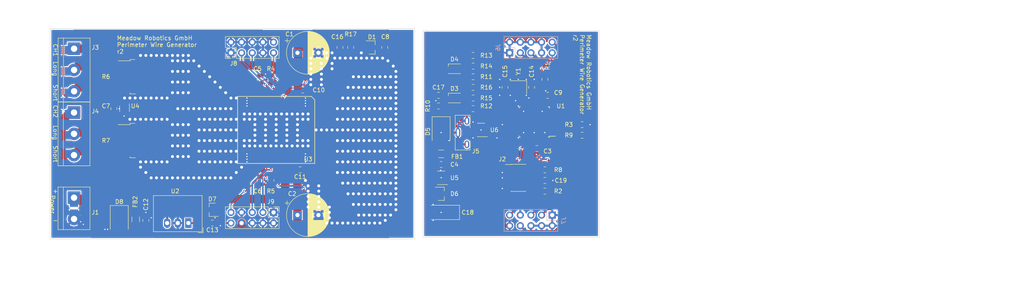
<source format=kicad_pcb>
(kicad_pcb (version 20171130) (host pcbnew 5.1.5-52549c5~84~ubuntu18.04.1)
  (title_block (title "Permimeter Wire Generator") (date 2020-01-18) (rev R2) (company "Meadow Robotics GmbH"))
  (layers (0 F.Cu signal) (31 B.Cu signal) (35 F.Paste user) (37 F.SilkS user) (38 B.Mask user) (39 F.Mask user) (44 Edge.Cuts user))
  (net 0 "")
  (net 1 GND)
  (net 2 +48V)
  (net 3 /ERROR_A)
  (net 4 /ERROR_B)
  (net 5 "Net-(C8-Pad1)")
  (net 6 "Net-(D5-Pad1)")
  (net 7 /EN_A)
  (net 8 /EN_B)
  (net 9 "Net-(R4-Pad1)")
  (net 10 "Net-(R5-Pad2)")
  (net 11 /IN1_B)
  (net 12 /IN2_B)
  (net 13 /IN1_A)
  (net 14 /IN2_A)
  (net 15 /R_TEMP)
  (net 16 +3V3)
  (net 17 /~RESET)
  (net 18 /SWCLK)
  (net 19 /SWDIO)
  (net 20 "Net-(C4-Pad1)")
  (net 21 "Net-(C14-Pad1)")
  (net 22 "Net-(C15-Pad2)")
  (net 23 "Net-(C16-Pad1)")
  (net 24 "Net-(C16-Pad2)")
  (net 25 "Net-(C17-Pad2)")
  (net 26 /USB_D+)
  (net 27 /USB_D-)
  (net 28 "Net-(D1-Pad3)")
  (net 29 "Net-(D3-Pad4)")
  (net 30 "Net-(D3-Pad3)")
  (net 31 "Net-(D3-Pad2)")
  (net 32 "Net-(D4-Pad4)")
  (net 33 "Net-(D4-Pad3)")
  (net 34 "Net-(D4-Pad2)")
  (net 35 "Net-(D8-Pad1)")
  (net 36 "Net-(E2-Pad1)")
  (net 37 "Net-(E3-Pad1)")
  (net 38 "Net-(E4-Pad1)")
  (net 39 "Net-(E5-Pad1)")
  (net 40 "Net-(E6-Pad1)")
  (net 41 "Net-(E7-Pad1)")
  (net 42 /V_SENSE)
  (net 43 "Net-(R11-Pad2)")
  (net 44 "Net-(R12-Pad2)")
  (net 45 "Net-(R13-Pad2)")
  (net 46 "Net-(R14-Pad2)")
  (net 47 "Net-(R15-Pad2)")
  (net 48 "Net-(R16-Pad2)")
  (module footprints:Spark_Gap_0.4_Pwr (layer B.Cu) (at 40.64 46.99 180)
    (fp_text reference E2 hide)
    (fp_text value SPARK_GAP hide)
    (fp_poly (pts (xy 0.4 -1) (xy 0.2 -0.8) (xy 0.4 -0.6)) (layer B.Cu) (width 0))
    (fp_poly (pts (xy 0.4 -0.6) (xy 0.2 -0.4) (xy 0.4 -0.2)) (layer B.Cu) (width 0))
    (fp_poly (pts (xy 0.4 -0.2) (xy 0.2 0) (xy 0.4 0.2)) (layer B.Cu) (width 0))
    (fp_poly (pts (xy 0.4 0.2) (xy 0.2 0.4) (xy 0.4 0.6)) (layer B.Cu) (width 0))
    (fp_poly (pts (xy 0.4 0.6) (xy 0.2 0.8) (xy 0.4 1)) (layer B.Cu) (width 0))
    (fp_poly (pts (xy -0.4 -0.6) (xy -0.2 -0.8) (xy -0.4 -1)) (layer B.Cu) (width 0))
    (fp_poly (pts (xy -0.4 -0.2) (xy -0.2 -0.4) (xy -0.4 -0.6)) (layer B.Cu) (width 0))
    (fp_poly (pts (xy -0.4 0.2) (xy -0.2 0) (xy -0.4 -0.2)) (layer B.Cu) (width 0))
    (fp_poly (pts (xy -0.4 0.6) (xy -0.2 0.4) (xy -0.4 0.2)) (layer B.Cu) (width 0))
    (fp_poly (pts (xy -0.4 1) (xy -0.2 0.8) (xy -0.4 0.6)) (layer B.Cu) (width 0))
    (pad 2 smd rect (at 1.15 0 180) (size 1.5 2) (layers B.Cu) (net 1 GND))
    (pad 1 smd rect (at -1.15 0 180) (size 1.5 2) (layers B.Cu) (net 36 "Net-(E2-Pad1)"))
  )
  (module footprints:Spark_Gap_0.4_Pwr (layer B.Cu) (at 40.64 52.07 180)
    (fp_text reference E3 hide)
    (fp_text value SPARK_GAP hide)
    (fp_poly (pts (xy 0.4 -1) (xy 0.2 -0.8) (xy 0.4 -0.6)) (layer B.Cu) (width 0))
    (fp_poly (pts (xy 0.4 -0.6) (xy 0.2 -0.4) (xy 0.4 -0.2)) (layer B.Cu) (width 0))
    (fp_poly (pts (xy 0.4 -0.2) (xy 0.2 0) (xy 0.4 0.2)) (layer B.Cu) (width 0))
    (fp_poly (pts (xy 0.4 0.2) (xy 0.2 0.4) (xy 0.4 0.6)) (layer B.Cu) (width 0))
    (fp_poly (pts (xy 0.4 0.6) (xy 0.2 0.8) (xy 0.4 1)) (layer B.Cu) (width 0))
    (fp_poly (pts (xy -0.4 -0.6) (xy -0.2 -0.8) (xy -0.4 -1)) (layer B.Cu) (width 0))
    (fp_poly (pts (xy -0.4 -0.2) (xy -0.2 -0.4) (xy -0.4 -0.6)) (layer B.Cu) (width 0))
    (fp_poly (pts (xy -0.4 0.2) (xy -0.2 0) (xy -0.4 -0.2)) (layer B.Cu) (width 0))
    (fp_poly (pts (xy -0.4 0.6) (xy -0.2 0.4) (xy -0.4 0.2)) (layer B.Cu) (width 0))
    (fp_poly (pts (xy -0.4 1) (xy -0.2 0.8) (xy -0.4 0.6)) (layer B.Cu) (width 0))
    (pad 2 smd rect (at 1.15 0 180) (size 1.5 2) (layers B.Cu) (net 1 GND))
    (pad 1 smd rect (at -1.15 0 180) (size 1.5 2) (layers B.Cu) (net 37 "Net-(E3-Pad1)"))
  )
  (module footprints:Spark_Gap_0.4_Pwr (layer B.Cu) (at 40.64 57.15 180)
    (fp_text reference E4 hide)
    (fp_text value SPARK_GAP hide)
    (fp_poly (pts (xy 0.4 -1) (xy 0.2 -0.8) (xy 0.4 -0.6)) (layer B.Cu) (width 0))
    (fp_poly (pts (xy 0.4 -0.6) (xy 0.2 -0.4) (xy 0.4 -0.2)) (layer B.Cu) (width 0))
    (fp_poly (pts (xy 0.4 -0.2) (xy 0.2 0) (xy 0.4 0.2)) (layer B.Cu) (width 0))
    (fp_poly (pts (xy 0.4 0.2) (xy 0.2 0.4) (xy 0.4 0.6)) (layer B.Cu) (width 0))
    (fp_poly (pts (xy 0.4 0.6) (xy 0.2 0.8) (xy 0.4 1)) (layer B.Cu) (width 0))
    (fp_poly (pts (xy -0.4 -0.6) (xy -0.2 -0.8) (xy -0.4 -1)) (layer B.Cu) (width 0))
    (fp_poly (pts (xy -0.4 -0.2) (xy -0.2 -0.4) (xy -0.4 -0.6)) (layer B.Cu) (width 0))
    (fp_poly (pts (xy -0.4 0.2) (xy -0.2 0) (xy -0.4 -0.2)) (layer B.Cu) (width 0))
    (fp_poly (pts (xy -0.4 0.6) (xy -0.2 0.4) (xy -0.4 0.2)) (layer B.Cu) (width 0))
    (fp_poly (pts (xy -0.4 1) (xy -0.2 0.8) (xy -0.4 0.6)) (layer B.Cu) (width 0))
    (pad 2 smd rect (at 1.15 0 180) (size 1.5 2) (layers B.Cu) (net 1 GND))
    (pad 1 smd rect (at -1.15 0 180) (size 1.5 2) (layers B.Cu) (net 38 "Net-(E4-Pad1)"))
  )
  (module footprints:Spark_Gap_0.4_Pwr (layer B.Cu) (at 40.64 62.23 180)
    (fp_text reference E5 hide)
    (fp_text value SPARK_GAP hide)
    (fp_poly (pts (xy 0.4 -1) (xy 0.2 -0.8) (xy 0.4 -0.6)) (layer B.Cu) (width 0))
    (fp_poly (pts (xy 0.4 -0.6) (xy 0.2 -0.4) (xy 0.4 -0.2)) (layer B.Cu) (width 0))
    (fp_poly (pts (xy 0.4 -0.2) (xy 0.2 0) (xy 0.4 0.2)) (layer B.Cu) (width 0))
    (fp_poly (pts (xy 0.4 0.2) (xy 0.2 0.4) (xy 0.4 0.6)) (layer B.Cu) (width 0))
    (fp_poly (pts (xy 0.4 0.6) (xy 0.2 0.8) (xy 0.4 1)) (layer B.Cu) (width 0))
    (fp_poly (pts (xy -0.4 -0.6) (xy -0.2 -0.8) (xy -0.4 -1)) (layer B.Cu) (width 0))
    (fp_poly (pts (xy -0.4 -0.2) (xy -0.2 -0.4) (xy -0.4 -0.6)) (layer B.Cu) (width 0))
    (fp_poly (pts (xy -0.4 0.2) (xy -0.2 0) (xy -0.4 -0.2)) (layer B.Cu) (width 0))
    (fp_poly (pts (xy -0.4 0.6) (xy -0.2 0.4) (xy -0.4 0.2)) (layer B.Cu) (width 0))
    (fp_poly (pts (xy -0.4 1) (xy -0.2 0.8) (xy -0.4 0.6)) (layer B.Cu) (width 0))
    (pad 2 smd rect (at 1.15 0 180) (size 1.5 2) (layers B.Cu) (net 1 GND))
    (pad 1 smd rect (at -1.15 0 180) (size 1.5 2) (layers B.Cu) (net 39 "Net-(E5-Pad1)"))
  )
  (module footprints:Spark_Gap_0.4_Pwr (layer B.Cu) (at 40.64 67.31 180)
    (fp_text reference E6 hide)
    (fp_text value SPARK_GAP hide)
    (fp_poly (pts (xy 0.4 -1) (xy 0.2 -0.8) (xy 0.4 -0.6)) (layer B.Cu) (width 0))
    (fp_poly (pts (xy 0.4 -0.6) (xy 0.2 -0.4) (xy 0.4 -0.2)) (layer B.Cu) (width 0))
    (fp_poly (pts (xy 0.4 -0.2) (xy 0.2 0) (xy 0.4 0.2)) (layer B.Cu) (width 0))
    (fp_poly (pts (xy 0.4 0.2) (xy 0.2 0.4) (xy 0.4 0.6)) (layer B.Cu) (width 0))
    (fp_poly (pts (xy 0.4 0.6) (xy 0.2 0.8) (xy 0.4 1)) (layer B.Cu) (width 0))
    (fp_poly (pts (xy -0.4 -0.6) (xy -0.2 -0.8) (xy -0.4 -1)) (layer B.Cu) (width 0))
    (fp_poly (pts (xy -0.4 -0.2) (xy -0.2 -0.4) (xy -0.4 -0.6)) (layer B.Cu) (width 0))
    (fp_poly (pts (xy -0.4 0.2) (xy -0.2 0) (xy -0.4 -0.2)) (layer B.Cu) (width 0))
    (fp_poly (pts (xy -0.4 0.6) (xy -0.2 0.4) (xy -0.4 0.2)) (layer B.Cu) (width 0))
    (fp_poly (pts (xy -0.4 1) (xy -0.2 0.8) (xy -0.4 0.6)) (layer B.Cu) (width 0))
    (pad 2 smd rect (at 1.15 0 180) (size 1.5 2) (layers B.Cu) (net 1 GND))
    (pad 1 smd rect (at -1.15 0 180) (size 1.5 2) (layers B.Cu) (net 40 "Net-(E6-Pad1)"))
  )
  (module footprints:Spark_Gap_0.4_Pwr (layer B.Cu) (at 43.18 84.709 270)
    (fp_text reference E1 hide)
    (fp_text value SPARK_GAP hide)
    (fp_poly (pts (xy 0.4 -1) (xy 0.2 -0.8) (xy 0.4 -0.6)) (layer B.Cu) (width 0))
    (fp_poly (pts (xy 0.4 -0.6) (xy 0.2 -0.4) (xy 0.4 -0.2)) (layer B.Cu) (width 0))
    (fp_poly (pts (xy 0.4 -0.2) (xy 0.2 0) (xy 0.4 0.2)) (layer B.Cu) (width 0))
    (fp_poly (pts (xy 0.4 0.2) (xy 0.2 0.4) (xy 0.4 0.6)) (layer B.Cu) (width 0))
    (fp_poly (pts (xy 0.4 0.6) (xy 0.2 0.8) (xy 0.4 1)) (layer B.Cu) (width 0))
    (fp_poly (pts (xy -0.4 -0.6) (xy -0.2 -0.8) (xy -0.4 -1)) (layer B.Cu) (width 0))
    (fp_poly (pts (xy -0.4 -0.2) (xy -0.2 -0.4) (xy -0.4 -0.6)) (layer B.Cu) (width 0))
    (fp_poly (pts (xy -0.4 0.2) (xy -0.2 0) (xy -0.4 -0.2)) (layer B.Cu) (width 0))
    (fp_poly (pts (xy -0.4 0.6) (xy -0.2 0.4) (xy -0.4 0.2)) (layer B.Cu) (width 0))
    (fp_poly (pts (xy -0.4 1) (xy -0.2 0.8) (xy -0.4 0.6)) (layer B.Cu) (width 0))
    (pad 2 smd rect (at 1.15 0 270) (size 1.5 2) (layers B.Cu) (net 1 GND))
    (pad 1 smd rect (at -1.15 0 270) (size 1.5 2) (layers B.Cu) (net 35 "Net-(D8-Pad1)"))
  )
  (module footprints:Spark_Gap_0.4_Pwr (layer B.Cu) (at 40.64 71.755 180)
    (fp_text reference E7 hide)
    (fp_text value SPARK_GAP hide)
    (fp_poly (pts (xy 0.4 -1) (xy 0.2 -0.8) (xy 0.4 -0.6)) (layer B.Cu) (width 0))
    (fp_poly (pts (xy 0.4 -0.6) (xy 0.2 -0.4) (xy 0.4 -0.2)) (layer B.Cu) (width 0))
    (fp_poly (pts (xy 0.4 -0.2) (xy 0.2 0) (xy 0.4 0.2)) (layer B.Cu) (width 0))
    (fp_poly (pts (xy 0.4 0.2) (xy 0.2 0.4) (xy 0.4 0.6)) (layer B.Cu) (width 0))
    (fp_poly (pts (xy 0.4 0.6) (xy 0.2 0.8) (xy 0.4 1)) (layer B.Cu) (width 0))
    (fp_poly (pts (xy -0.4 -0.6) (xy -0.2 -0.8) (xy -0.4 -1)) (layer B.Cu) (width 0))
    (fp_poly (pts (xy -0.4 -0.2) (xy -0.2 -0.4) (xy -0.4 -0.6)) (layer B.Cu) (width 0))
    (fp_poly (pts (xy -0.4 0.2) (xy -0.2 0) (xy -0.4 -0.2)) (layer B.Cu) (width 0))
    (fp_poly (pts (xy -0.4 0.6) (xy -0.2 0.4) (xy -0.4 0.2)) (layer B.Cu) (width 0))
    (fp_poly (pts (xy -0.4 1) (xy -0.2 0.8) (xy -0.4 0.6)) (layer B.Cu) (width 0))
    (pad 2 smd rect (at 1.15 0 180) (size 1.5 2) (layers B.Cu) (net 1 GND))
    (pad 1 smd rect (at -1.15 0 180) (size 1.5 2) (layers B.Cu) (net 41 "Net-(E7-Pad1)"))
  )
  (module TerminalBlock:TerminalBlock_bornier-3_P5.08mm (layer F.Cu) (at 43.18 61.89 270)
    (fp_text reference J4 (at -0.295 -5.08 180) (layer F.SilkS))
    (fp_text value CH2)
    (pad 3 thru_hole circle (at 10.16 0 270) (size 3 3) (drill 1.52) (layers *.Cu *.Mask) (net 41 "Net-(E7-Pad1)"))
    (pad 2 thru_hole circle (at 5.08 0 270) (size 3 3) (drill 1.52) (layers *.Cu *.Mask) (net 40 "Net-(E6-Pad1)"))
    (pad 1 thru_hole rect (at 0 0 270) (size 3 3) (drill 1.52) (layers *.Cu *.Mask) (net 39 "Net-(E5-Pad1)"))
  )
  (module TerminalBlock:TerminalBlock_bornier-3_P5.08mm (layer F.Cu) (at 43.2 46.65 270)
    (fp_text reference J3 (at -0.295 -5.06 180) (layer F.SilkS))
    (fp_text value CH1)
    (pad 3 thru_hole circle (at 10.16 0 270) (size 3 3) (drill 1.52) (layers *.Cu *.Mask) (net 38 "Net-(E4-Pad1)"))
    (pad 2 thru_hole circle (at 5.08 0 270) (size 3 3) (drill 1.52) (layers *.Cu *.Mask) (net 37 "Net-(E3-Pad1)"))
    (pad 1 thru_hole rect (at 0 0 270) (size 3 3) (drill 1.52) (layers *.Cu *.Mask) (net 36 "Net-(E2-Pad1)"))
  )
  (module TerminalBlock:TerminalBlock_bornier-2_P5.08mm (layer F.Cu) (at 43.18 82.21 270)
    (fp_text reference J1 (at 3.515 -5.08 180) (layer F.SilkS))
    (fp_text value Power)
    (pad 2 thru_hole circle (at 5.08 0 270) (size 3 3) (drill 1.52) (layers *.Cu *.Mask) (net 1 GND))
    (pad 1 thru_hole rect (at 0 0 270) (size 3 3) (drill 1.52) (layers *.Cu *.Mask) (net 35 "Net-(D8-Pad1)"))
  )
  (module Resistor_SMD:R_0805_2012Metric (layer F.Cu) (at 138.43 60.96)
    (fp_text reference R12 (at 3.175 -0.635) (layer F.SilkS))
    (fp_text value 280R)
    (pad 2 smd roundrect (at 0.9375 0) (size 0.975 1.4) (layers F.Cu F.Paste F.Mask) (net 44 "Net-(R12-Pad2)"))
    (pad 1 smd roundrect (at -0.9375 0) (size 0.975 1.4) (layers F.Cu F.Paste F.Mask) (net 29 "Net-(D3-Pad4)"))
  )
  (module Package_TO_SOT_SMD:SOT-23-6 (layer F.Cu) (at 140.335 66.04 180)
    (fp_text reference U6 (at -3.175 0) (layer F.SilkS))
    (fp_text value SN65220)
    (pad 5 smd rect (at 1.1 0 180) (size 1.06 0.65) (layers F.Cu F.Paste F.Mask) (net 1 GND))
    (pad 6 smd rect (at 1.1 -0.95 180) (size 1.06 0.65) (layers F.Cu F.Paste F.Mask) (net 26 /USB_D+))
    (pad 4 smd rect (at 1.1 0.95 180) (size 1.06 0.65) (layers F.Cu F.Paste F.Mask) (net 27 /USB_D-))
    (pad 3 smd rect (at -1.1 0.95 180) (size 1.06 0.65) (layers F.Cu F.Paste F.Mask) (net 27 /USB_D-))
    (pad 2 smd rect (at -1.1 0 180) (size 1.06 0.65) (layers F.Cu F.Paste F.Mask) (net 1 GND))
    (pad 1 smd rect (at -1.1 -0.95 180) (size 1.06 0.65) (layers F.Cu F.Paste F.Mask) (net 26 /USB_D+))
  )
  (module Resistor_SMD:R_0805_2012Metric (layer F.Cu) (at 155.575 80.645)
    (fp_text reference R2 (at 3.175 0) (layer F.SilkS))
    (fp_text value 22k)
    (pad 2 smd roundrect (at 0.9375 0) (size 0.975 1.4) (layers F.Cu F.Paste F.Mask) (net 8 /EN_B))
    (pad 1 smd roundrect (at -0.9375 0) (size 0.975 1.4) (layers F.Cu F.Paste F.Mask) (net 4 /ERROR_B))
  )
  (module Capacitor_SMD:C_0805_2012Metric (layer F.Cu) (at 146.05 55.88 270)
    (fp_text reference C15 (at -3.81 0 90) (layer F.SilkS))
    (fp_text value 22p)
    (pad 2 smd roundrect (at 0.9375 0 270) (size 0.975 1.4) (layers F.Cu F.Paste F.Mask) (net 22 "Net-(C15-Pad2)"))
    (pad 1 smd roundrect (at -0.9375 0 270) (size 0.975 1.4) (layers F.Cu F.Paste F.Mask) (net 1 GND))
  )
  (module Capacitor_SMD:C_0805_2012Metric (layer F.Cu) (at 130.175 60.325)
    (fp_text reference C17 (at 0 -4.445) (layer F.SilkS))
    (fp_text value 10n)
    (pad 2 smd roundrect (at 0.9375 0) (size 0.975 1.4) (layers F.Cu F.Paste F.Mask) (net 25 "Net-(C17-Pad2)"))
    (pad 1 smd roundrect (at -0.9375 0) (size 0.975 1.4) (layers F.Cu F.Paste F.Mask) (net 1 GND))
  )
  (module Diode_SMD:D_SMB (layer F.Cu) (at 130.81 66.43 270)
    (fp_text reference D5 (at 0 3.175 90) (layer F.SilkS))
    (fp_text value 5V)
    (pad 2 smd rect (at 2.15 0 270) (size 2.5 2.3) (layers F.Cu F.Paste F.Mask) (net 1 GND))
    (pad 1 smd rect (at -2.15 0 270) (size 2.5 2.3) (layers F.Cu F.Paste F.Mask) (net 6 "Net-(D5-Pad1)"))
  )
  (module LED_SMD:LED_Cree-PLCC4_2x2mm_CW (layer F.Cu) (at 133.985 51.435)
    (fp_text reference D4 (at 0 -2.25) (layer F.SilkS))
    (fp_text value CLMVC-FKA)
    (pad 4 smd rect (at -0.75 0.55) (size 1 0.8) (layers F.Cu F.Paste F.Mask) (net 32 "Net-(D4-Pad4)"))
    (pad 3 smd rect (at 0.75 0.55) (size 1 0.8) (layers F.Cu F.Paste F.Mask) (net 33 "Net-(D4-Pad3)"))
    (pad 2 smd rect (at 0.75 -0.55) (size 1 0.8) (layers F.Cu F.Paste F.Mask) (net 34 "Net-(D4-Pad2)"))
    (pad 1 smd rect (at -0.75 -0.55) (size 1 0.8) (layers F.Cu F.Paste F.Mask) (net 16 +3V3))
  )
  (module Connector_PinHeader_1.27mm:PinHeader_2x05_P1.27mm_Vertical_SMD (layer F.Cu) (at 149.225 77.47)
    (fp_text reference J2 (at -3.81 -4.445) (layer F.SilkS))
    (fp_text value SWD)
    (pad 10 smd rect (at 1.95 2.54) (size 2.4 0.74) (layers F.Cu F.Paste F.Mask) (net 17 /~RESET))
    (pad 9 smd rect (at -1.95 2.54) (size 2.4 0.74) (layers F.Cu F.Paste F.Mask) (net 1 GND))
    (pad 8 smd rect (at 1.95 1.27) (size 2.4 0.74) (layers F.Cu F.Paste F.Mask))
    (pad 7 smd rect (at -1.95 1.27) (size 2.4 0.74) (layers F.Cu F.Paste F.Mask))
    (pad 6 smd rect (at 1.95 0) (size 2.4 0.74) (layers F.Cu F.Paste F.Mask))
    (pad 5 smd rect (at -1.95 0) (size 2.4 0.74) (layers F.Cu F.Paste F.Mask) (net 1 GND))
    (pad 4 smd rect (at 1.95 -1.27) (size 2.4 0.74) (layers F.Cu F.Paste F.Mask) (net 18 /SWCLK))
    (pad 3 smd rect (at -1.95 -1.27) (size 2.4 0.74) (layers F.Cu F.Paste F.Mask) (net 1 GND))
    (pad 2 smd rect (at 1.95 -2.54) (size 2.4 0.74) (layers F.Cu F.Paste F.Mask) (net 19 /SWDIO))
    (pad 1 smd rect (at -1.95 -2.54) (size 2.4 0.74) (layers F.Cu F.Paste F.Mask) (net 16 +3V3))
  )
  (module Resistor_SMD:R_0805_2012Metric (layer F.Cu) (at 155.575 53.975 270)
    (fp_text reference R1 (at -3.175 -0.635 90) (layer F.SilkS))
    (fp_text value 22k)
    (pad 2 smd roundrect (at 0.9375 0 270) (size 0.975 1.4) (layers F.Cu F.Paste F.Mask) (net 7 /EN_A))
    (pad 1 smd roundrect (at -0.9375 0 270) (size 0.975 1.4) (layers F.Cu F.Paste F.Mask) (net 3 /ERROR_A))
  )
  (module Connector_PinSocket_2.54mm:PinSocket_2x05_P2.54mm_Vertical (layer B.Cu) (at 147.165 47.625 270)
    (fp_text reference J6 (at -1.27 2.77 90) (layer B.SilkS) (effects (justify mirror)))
    (fp_text value Au)
    (pad 10 thru_hole oval (at -2.54 -10.16 270) (size 1.7 1.7) (drill 1) (layers *.Cu *.Mask) (net 15 /R_TEMP))
    (pad 9 thru_hole oval (at 0 -10.16 270) (size 1.7 1.7) (drill 1) (layers *.Cu *.Mask) (net 3 /ERROR_A))
    (pad 8 thru_hole oval (at -2.54 -7.62 270) (size 1.7 1.7) (drill 1) (layers *.Cu *.Mask) (net 1 GND))
    (pad 7 thru_hole oval (at 0 -7.62 270) (size 1.7 1.7) (drill 1) (layers *.Cu *.Mask) (net 1 GND))
    (pad 6 thru_hole oval (at -2.54 -5.08 270) (size 1.7 1.7) (drill 1) (layers *.Cu *.Mask) (net 1 GND))
    (pad 5 thru_hole oval (at 0 -5.08 270) (size 1.7 1.7) (drill 1) (layers *.Cu *.Mask) (net 13 /IN1_A))
    (pad 4 thru_hole oval (at -2.54 -2.54 270) (size 1.7 1.7) (drill 1) (layers *.Cu *.Mask) (net 1 GND))
    (pad 3 thru_hole oval (at 0 -2.54 270) (size 1.7 1.7) (drill 1) (layers *.Cu *.Mask) (net 14 /IN2_A))
    (pad 2 thru_hole oval (at -2.54 0 270) (size 1.7 1.7) (drill 1) (layers *.Cu *.Mask) (net 1 GND))
    (pad 1 thru_hole rect (at 0 0 270) (size 1.7 1.7) (drill 1) (layers *.Cu *.Mask) (net 1 GND))
  )
  (module Resistor_SMD:R_0805_2012Metric (layer F.Cu) (at 155.575 75.565 180)
    (fp_text reference R8 (at -3.175 0) (layer F.SilkS))
    (fp_text value 1k)
    (pad 2 smd roundrect (at 0.9375 0 180) (size 0.975 1.4) (layers F.Cu F.Paste F.Mask) (net 18 /SWCLK))
    (pad 1 smd roundrect (at -0.9375 0 180) (size 0.975 1.4) (layers F.Cu F.Paste F.Mask) (net 16 +3V3))
  )
  (module Inductor_SMD:L_1206_3216Metric (layer F.Cu) (at 130.81 71.755 180)
    (fp_text reference FB1 (at -3.81 -0.635) (layer F.SilkS))
    (fp_text value BLM31KN471SN1L)
    (pad 2 smd roundrect (at 1.4 0 180) (size 1.25 1.75) (layers F.Cu F.Paste F.Mask) (roundrect_rratio 0.2) (net 6 "Net-(D5-Pad1)"))
    (pad 1 smd roundrect (at -1.4 0 180) (size 1.25 1.75) (layers F.Cu F.Paste F.Mask) (roundrect_rratio 0.2) (net 20 "Net-(C4-Pad1)"))
  )
  (module Fiducial:Fiducial_1mm_Mask2mm (layer F.Cu) (at 160.02 84.455)
    (fp_text reference FID3 hide)
    (fp_text value Fiducial)
    (pad "" smd circle (at 0 0) (size 1 1) (layers F.Cu F.Mask) (clearance 0.5))
  )
  (module Fiducial:Fiducial_1mm_Mask2mm (layer F.Cu) (at 130.175 45.72)
    (fp_text reference FID5 hide)
    (fp_text value Fiducial)
    (pad "" smd circle (at 0 0) (size 1 1) (layers F.Cu F.Mask) (clearance 0.5))
  )
  (module Resistor_SMD:R_0805_2012Metric (layer F.Cu) (at 130.175 57.785 180)
    (fp_text reference R10 (at 2.54 -2.54 90) (layer F.SilkS))
    (fp_text value 1M)
    (pad 2 smd roundrect (at 0.9375 0 180) (size 0.975 1.4) (layers F.Cu F.Paste F.Mask) (net 1 GND))
    (pad 1 smd roundrect (at -0.9375 0 180) (size 0.975 1.4) (layers F.Cu F.Paste F.Mask) (net 25 "Net-(C17-Pad2)"))
  )
  (module Resistor_SMD:R_0805_2012Metric (layer F.Cu) (at 164.465 64.77)
    (fp_text reference R3 (at -3.175 0) (layer F.SilkS))
    (fp_text value 22k)
    (pad 2 smd roundrect (at 0.9375 0) (size 0.975 1.4) (layers F.Cu F.Paste F.Mask) (net 1 GND))
    (pad 1 smd roundrect (at -0.9375 0) (size 0.975 1.4) (layers F.Cu F.Paste F.Mask) (net 42 /V_SENSE))
  )
  (module Resistor_SMD:R_0805_2012Metric (layer F.Cu) (at 138.43 48.26)
    (fp_text reference R13 (at 3.175 0) (layer F.SilkS))
    (fp_text value 100R)
    (pad 2 smd roundrect (at 0.9375 0) (size 0.975 1.4) (layers F.Cu F.Paste F.Mask) (net 45 "Net-(R13-Pad2)"))
    (pad 1 smd roundrect (at -0.9375 0) (size 0.975 1.4) (layers F.Cu F.Paste F.Mask) (net 34 "Net-(D4-Pad2)"))
  )
  (module Capacitor_SMD:C_0805_2012Metric (layer F.Cu) (at 152.4 55.88 270)
    (fp_text reference C14 (at -3.81 0 90) (layer F.SilkS))
    (fp_text value 22p)
    (pad 2 smd roundrect (at 0.9375 0 270) (size 0.975 1.4) (layers F.Cu F.Paste F.Mask) (net 1 GND))
    (pad 1 smd roundrect (at -0.9375 0 270) (size 0.975 1.4) (layers F.Cu F.Paste F.Mask) (net 21 "Net-(C14-Pad1)"))
  )
  (module Fiducial:Fiducial_1mm_Mask2mm (layer F.Cu) (at 141.605 62.23)
    (fp_text reference FID4 hide)
    (fp_text value Fiducial)
    (pad "" smd circle (at 0 0) (size 1 1) (layers F.Cu F.Mask) (clearance 0.5))
  )
  (module Resistor_SMD:R_0805_2012Metric (layer F.Cu) (at 138.43 58.42)
    (fp_text reference R15 (at 3.175 0) (layer F.SilkS))
    (fp_text value 100R)
    (pad 2 smd roundrect (at 0.9375 0) (size 0.975 1.4) (layers F.Cu F.Paste F.Mask) (net 47 "Net-(R15-Pad2)"))
    (pad 1 smd roundrect (at -0.9375 0) (size 0.975 1.4) (layers F.Cu F.Paste F.Mask) (net 30 "Net-(D3-Pad3)"))
  )
  (module Resistor_SMD:R_0805_2012Metric (layer F.Cu) (at 164.465 67.31 180)
    (fp_text reference R9 (at 3.175 0) (layer F.SilkS))
    (fp_text value 1M)
    (pad 2 smd roundrect (at 0.9375 0 180) (size 0.975 1.4) (layers F.Cu F.Paste F.Mask) (net 42 /V_SENSE))
    (pad 1 smd roundrect (at -0.9375 0 180) (size 0.975 1.4) (layers F.Cu F.Paste F.Mask) (net 2 +48V))
  )
  (module Capacitor_SMD:C_0805_2012Metric (layer F.Cu) (at 155.575 78.105)
    (fp_text reference C19 (at 3.81 0) (layer F.SilkS))
    (fp_text value 100n)
    (pad 2 smd roundrect (at 0.9375 0) (size 0.975 1.4) (layers F.Cu F.Paste F.Mask) (net 1 GND))
    (pad 1 smd roundrect (at -0.9375 0) (size 0.975 1.4) (layers F.Cu F.Paste F.Mask) (net 17 /~RESET))
  )
  (module Capacitor_SMD:C_0805_2012Metric (layer F.Cu) (at 153.67 70.485)
    (fp_text reference C3 (at 2.54 0.635) (layer F.SilkS))
    (fp_text value 100n)
    (pad 2 smd roundrect (at 0.9375 0) (size 0.975 1.4) (layers F.Cu F.Paste F.Mask) (net 16 +3V3))
    (pad 1 smd roundrect (at -0.9375 0) (size 0.975 1.4) (layers F.Cu F.Paste F.Mask) (net 1 GND))
  )
  (module Capacitor_SMD:C_0805_2012Metric (layer F.Cu) (at 130.81 74.295 180)
    (fp_text reference C4 (at -3.175 0) (layer F.SilkS))
    (fp_text value 100n)
    (pad 2 smd roundrect (at 0.9375 0 180) (size 0.975 1.4) (layers F.Cu F.Paste F.Mask) (net 1 GND))
    (pad 1 smd roundrect (at -0.9375 0 180) (size 0.975 1.4) (layers F.Cu F.Paste F.Mask) (net 20 "Net-(C4-Pad1)"))
  )
  (module Package_TO_SOT_SMD:SOT-23 (layer F.Cu) (at 130.81 81.28)
    (fp_text reference D6 (at 3.175 0) (layer F.SilkS))
    (fp_text value BAT54)
    (pad 3 smd rect (at 1 0) (size 0.9 0.8) (layers F.Cu F.Paste F.Mask) (net 20 "Net-(C4-Pad1)"))
    (pad 2 smd rect (at -1 0.95) (size 0.9 0.8) (layers F.Cu F.Paste F.Mask) (net 16 +3V3))
    (pad 1 smd rect (at -1 -0.95) (size 0.9 0.8) (layers F.Cu F.Paste F.Mask) (net 16 +3V3))
  )
  (module Resistor_SMD:R_0805_2012Metric (layer F.Cu) (at 138.43 53.34)
    (fp_text reference R11 (at 3.175 0) (layer F.SilkS))
    (fp_text value 280R)
    (pad 2 smd roundrect (at 0.9375 0) (size 0.975 1.4) (layers F.Cu F.Paste F.Mask) (net 43 "Net-(R11-Pad2)"))
    (pad 1 smd roundrect (at -0.9375 0) (size 0.975 1.4) (layers F.Cu F.Paste F.Mask) (net 32 "Net-(D4-Pad4)"))
  )
  (module Resistor_SMD:R_0805_2012Metric (layer F.Cu) (at 138.43 55.88)
    (fp_text reference R16 (at 3.175 0) (layer F.SilkS))
    (fp_text value 100R)
    (pad 2 smd roundrect (at 0.9375 0) (size 0.975 1.4) (layers F.Cu F.Paste F.Mask) (net 48 "Net-(R16-Pad2)"))
    (pad 1 smd roundrect (at -0.9375 0) (size 0.975 1.4) (layers F.Cu F.Paste F.Mask) (net 31 "Net-(D3-Pad2)"))
  )
  (module Crystal:Crystal_SMD_SeikoEpson_TSX3225-4Pin_3.2x2.5mm (layer F.Cu) (at 149.225 55.88 180)
    (fp_text reference Y1 (at 0 3.81 90) (layer F.SilkS))
    (fp_text value 16MHz)
    (pad 4 smd rect (at -1.1 -0.8 180) (size 1.4 1.15) (layers F.Cu F.Paste F.Mask) (net 1 GND))
    (pad 3 smd rect (at 1.1 -0.8 180) (size 1.4 1.15) (layers F.Cu F.Paste F.Mask) (net 22 "Net-(C15-Pad2)"))
    (pad 2 smd rect (at 1.1 0.8 180) (size 1.4 1.15) (layers F.Cu F.Paste F.Mask) (net 1 GND))
    (pad 1 smd rect (at -1.1 0.8 180) (size 1.4 1.15) (layers F.Cu F.Paste F.Mask) (net 21 "Net-(C14-Pad1)"))
  )
  (module Connector_PinSocket_2.54mm:PinSocket_2x05_P2.54mm_Vertical (layer B.Cu) (at 157.325 86.36 90)
    (fp_text reference J7 (at -1.27 2.77 -90) (layer B.SilkS) (effects (justify mirror)))
    (fp_text value Bu)
    (pad 10 thru_hole oval (at -2.54 -10.16 90) (size 1.7 1.7) (drill 1) (layers *.Cu *.Mask) (net 16 +3V3))
    (pad 9 thru_hole oval (at 0 -10.16 90) (size 1.7 1.7) (drill 1) (layers *.Cu *.Mask) (net 4 /ERROR_B))
    (pad 8 thru_hole oval (at -2.54 -7.62 90) (size 1.7 1.7) (drill 1) (layers *.Cu *.Mask) (net 2 +48V))
    (pad 7 thru_hole oval (at 0 -7.62 90) (size 1.7 1.7) (drill 1) (layers *.Cu *.Mask) (net 1 GND))
    (pad 6 thru_hole oval (at -2.54 -5.08 90) (size 1.7 1.7) (drill 1) (layers *.Cu *.Mask) (net 1 GND))
    (pad 5 thru_hole oval (at 0 -5.08 90) (size 1.7 1.7) (drill 1) (layers *.Cu *.Mask) (net 11 /IN1_B))
    (pad 4 thru_hole oval (at -2.54 -2.54 90) (size 1.7 1.7) (drill 1) (layers *.Cu *.Mask) (net 1 GND))
    (pad 3 thru_hole oval (at 0 -2.54 90) (size 1.7 1.7) (drill 1) (layers *.Cu *.Mask) (net 12 /IN2_B))
    (pad 2 thru_hole oval (at -2.54 0 90) (size 1.7 1.7) (drill 1) (layers *.Cu *.Mask) (net 1 GND))
    (pad 1 thru_hole rect (at 0 0 90) (size 1.7 1.7) (drill 1) (layers *.Cu *.Mask) (net 1 GND))
  )
  (module Capacitor_Tantalum_SMD:CP_EIA-6032-28_Kemet-C (layer F.Cu) (at 131.445 85.725 180)
    (fp_text reference C18 (at -5.715 0) (layer F.SilkS))
    (fp_text value 47u)
    (pad 2 smd roundrect (at 2.4625 0 180) (size 2.075 2.35) (layers F.Cu F.Paste F.Mask) (roundrect_rratio 0.120482) (net 1 GND))
    (pad 1 smd roundrect (at -2.4625 0 180) (size 2.075 2.35) (layers F.Cu F.Paste F.Mask) (roundrect_rratio 0.120482) (net 16 +3V3))
  )
  (module LED_SMD:LED_Cree-PLCC4_2x2mm_CW (layer F.Cu) (at 133.985 58.42)
    (fp_text reference D3 (at 0 -2.25) (layer F.SilkS))
    (fp_text value CLMVC-FKA)
    (pad 4 smd rect (at -0.75 0.55) (size 1 0.8) (layers F.Cu F.Paste F.Mask) (net 29 "Net-(D3-Pad4)"))
    (pad 3 smd rect (at 0.75 0.55) (size 1 0.8) (layers F.Cu F.Paste F.Mask) (net 30 "Net-(D3-Pad3)"))
    (pad 2 smd rect (at 0.75 -0.55) (size 1 0.8) (layers F.Cu F.Paste F.Mask) (net 31 "Net-(D3-Pad2)"))
    (pad 1 smd rect (at -0.75 -0.55) (size 1 0.8) (layers F.Cu F.Paste F.Mask) (net 16 +3V3))
  )
  (module Package_TO_SOT_SMD:SOT-23-5 (layer F.Cu) (at 130.81 77.47 180)
    (fp_text reference U5 (at -3.175 0) (layer F.SilkS))
    (fp_text value LP2985-3.3)
    (pad 5 smd rect (at 1.1 -0.95 180) (size 1.06 0.65) (layers F.Cu F.Paste F.Mask) (net 16 +3V3))
    (pad 4 smd rect (at 1.1 0.95 180) (size 1.06 0.65) (layers F.Cu F.Paste F.Mask))
    (pad 3 smd rect (at -1.1 0.95 180) (size 1.06 0.65) (layers F.Cu F.Paste F.Mask) (net 20 "Net-(C4-Pad1)"))
    (pad 2 smd rect (at -1.1 0 180) (size 1.06 0.65) (layers F.Cu F.Paste F.Mask) (net 1 GND))
    (pad 1 smd rect (at -1.1 -0.95 180) (size 1.06 0.65) (layers F.Cu F.Paste F.Mask) (net 20 "Net-(C4-Pad1)"))
  )
  (module Capacitor_SMD:C_0805_2012Metric (layer F.Cu) (at 156.21 57.785 180)
    (fp_text reference C9 (at -2.54 0.635) (layer F.SilkS))
    (fp_text value 100n)
    (pad 2 smd roundrect (at 0.9375 0 180) (size 0.975 1.4) (layers F.Cu F.Paste F.Mask) (net 1 GND))
    (pad 1 smd roundrect (at -0.9375 0 180) (size 0.975 1.4) (layers F.Cu F.Paste F.Mask) (net 16 +3V3))
  )
  (module Resistor_SMD:R_0805_2012Metric (layer F.Cu) (at 138.43 50.8)
    (fp_text reference R14 (at 3.175 0) (layer F.SilkS))
    (fp_text value 100R)
    (pad 2 smd roundrect (at 0.9375 0) (size 0.975 1.4) (layers F.Cu F.Paste F.Mask) (net 46 "Net-(R14-Pad2)"))
    (pad 1 smd roundrect (at -0.9375 0) (size 0.975 1.4) (layers F.Cu F.Paste F.Mask) (net 33 "Net-(D4-Pad3)"))
  )
  (module Package_QFP:TQFP-32_7x7mm_P0.8mm (layer F.Cu) (at 153.035 64.135 180)
    (fp_text reference U1 (at -6.35 3.81) (layer F.SilkS))
    (fp_text value ATSAMD21E)
    (pad 32 smd rect (at -2.8 -4.25 270) (size 1.6 0.55) (layers F.Cu F.Paste F.Mask) (net 19 /SWDIO))
    (pad 31 smd rect (at -2 -4.25 270) (size 1.6 0.55) (layers F.Cu F.Paste F.Mask) (net 18 /SWCLK))
    (pad 30 smd rect (at -1.2 -4.25 270) (size 1.6 0.55) (layers F.Cu F.Paste F.Mask) (net 16 +3V3))
    (pad 29 smd rect (at -0.4 -4.25 270) (size 1.6 0.55) (layers F.Cu F.Paste F.Mask))
    (pad 28 smd rect (at 0.4 -4.25 270) (size 1.6 0.55) (layers F.Cu F.Paste F.Mask) (net 1 GND))
    (pad 27 smd rect (at 1.2 -4.25 270) (size 1.6 0.55) (layers F.Cu F.Paste F.Mask))
    (pad 26 smd rect (at 2 -4.25 270) (size 1.6 0.55) (layers F.Cu F.Paste F.Mask) (net 17 /~RESET))
    (pad 25 smd rect (at 2.8 -4.25 270) (size 1.6 0.55) (layers F.Cu F.Paste F.Mask))
    (pad 24 smd rect (at 4.25 -2.8 180) (size 1.6 0.55) (layers F.Cu F.Paste F.Mask) (net 26 /USB_D+))
    (pad 23 smd rect (at 4.25 -2 180) (size 1.6 0.55) (layers F.Cu F.Paste F.Mask) (net 27 /USB_D-))
    (pad 22 smd rect (at 4.25 -1.2 180) (size 1.6 0.55) (layers F.Cu F.Paste F.Mask) (net 44 "Net-(R12-Pad2)"))
    (pad 21 smd rect (at 4.25 -0.4 180) (size 1.6 0.55) (layers F.Cu F.Paste F.Mask) (net 47 "Net-(R15-Pad2)"))
    (pad 20 smd rect (at 4.25 0.4 180) (size 1.6 0.55) (layers F.Cu F.Paste F.Mask) (net 48 "Net-(R16-Pad2)"))
    (pad 19 smd rect (at 4.25 1.2 180) (size 1.6 0.55) (layers F.Cu F.Paste F.Mask) (net 43 "Net-(R11-Pad2)"))
    (pad 18 smd rect (at 4.25 2 180) (size 1.6 0.55) (layers F.Cu F.Paste F.Mask) (net 46 "Net-(R14-Pad2)"))
    (pad 17 smd rect (at 4.25 2.8 180) (size 1.6 0.55) (layers F.Cu F.Paste F.Mask) (net 45 "Net-(R13-Pad2)"))
    (pad 16 smd rect (at 2.8 4.25 270) (size 1.6 0.55) (layers F.Cu F.Paste F.Mask) (net 22 "Net-(C15-Pad2)"))
    (pad 15 smd rect (at 2 4.25 270) (size 1.6 0.55) (layers F.Cu F.Paste F.Mask) (net 21 "Net-(C14-Pad1)"))
    (pad 14 smd rect (at 1.2 4.25 270) (size 1.6 0.55) (layers F.Cu F.Paste F.Mask))
    (pad 13 smd rect (at 0.4 4.25 270) (size 1.6 0.55) (layers F.Cu F.Paste F.Mask))
    (pad 12 smd rect (at -0.4 4.25 270) (size 1.6 0.55) (layers F.Cu F.Paste F.Mask) (net 3 /ERROR_A))
    (pad 11 smd rect (at -1.2 4.25 270) (size 1.6 0.55) (layers F.Cu F.Paste F.Mask) (net 7 /EN_A))
    (pad 10 smd rect (at -2 4.25 270) (size 1.6 0.55) (layers F.Cu F.Paste F.Mask) (net 1 GND))
    (pad 9 smd rect (at -2.8 4.25 270) (size 1.6 0.55) (layers F.Cu F.Paste F.Mask) (net 16 +3V3))
    (pad 8 smd rect (at -4.25 2.8 180) (size 1.6 0.55) (layers F.Cu F.Paste F.Mask) (net 14 /IN2_A))
    (pad 7 smd rect (at -4.25 2 180) (size 1.6 0.55) (layers F.Cu F.Paste F.Mask) (net 13 /IN1_A))
    (pad 6 smd rect (at -4.25 1.2 180) (size 1.6 0.55) (layers F.Cu F.Paste F.Mask) (net 15 /R_TEMP))
    (pad 5 smd rect (at -4.25 0.4 180) (size 1.6 0.55) (layers F.Cu F.Paste F.Mask) (net 42 /V_SENSE))
    (pad 4 smd rect (at -4.25 -0.4 180) (size 1.6 0.55) (layers F.Cu F.Paste F.Mask) (net 12 /IN2_B))
    (pad 3 smd rect (at -4.25 -1.2 180) (size 1.6 0.55) (layers F.Cu F.Paste F.Mask) (net 11 /IN1_B))
    (pad 2 smd rect (at -4.25 -2 180) (size 1.6 0.55) (layers F.Cu F.Paste F.Mask) (net 4 /ERROR_B))
    (pad 1 smd rect (at -4.25 -2.8 180) (size 1.6 0.55) (layers F.Cu F.Paste F.Mask) (net 8 /EN_B))
  )
  (module Connector_USB:USB_Micro-B_Molex-105133-0001 (layer F.Cu) (at 135.89 66.675 270)
    (fp_text reference J5 (at 4.445 -3.175 180) (layer F.SilkS))
    (fp_text value USB)
    (pad 6 thru_hole oval (at 0 1.075 270) (size 2.2 1.1) (drill oval 1.6 0.5) (layers *.Cu *.Mask) (net 25 "Net-(C17-Pad2)"))
    (pad 6 thru_hole oval (at 2.8 -1.075 270) (size 1.8 1.1) (drill oval 1.2 0.5) (layers *.Cu *.Mask) (net 25 "Net-(C17-Pad2)"))
    (pad 6 thru_hole oval (at -2.8 -1.075 270) (size 1.8 1.1) (drill oval 1.2 0.5) (layers *.Cu *.Mask) (net 25 "Net-(C17-Pad2)"))
    (pad 1 smd rect (at -1.3 -0.825 270) (size 0.45 1.5) (layers F.Cu F.Paste F.Mask) (net 6 "Net-(D5-Pad1)"))
    (pad 5 smd rect (at 1.3 -0.825 270) (size 0.45 1.5) (layers F.Cu F.Paste F.Mask) (net 1 GND))
    (pad 2 smd rect (at -0.65 -0.825 270) (size 0.45 1.5) (layers F.Cu F.Paste F.Mask) (net 27 /USB_D-))
    (pad 4 smd rect (at 0.65 -0.825 270) (size 0.45 1.5) (layers F.Cu F.Paste F.Mask))
    (pad 3 smd rect (at 0 -0.825 270) (size 0.45 1.5) (layers F.Cu F.Paste F.Mask) (net 26 /USB_D+))
  )
  (module Converter_DCDC:Converter_DCDC_RECOM_R-78HB-0.5_THT (layer F.Cu) (at 70.485 88.265 180)
    (fp_text reference U2 (at 3.175 7.62) (layer F.SilkS))
    (fp_text value SRH05S3V3)
    (pad 1 thru_hole rect (at 0 0 180) (size 1.5 2.3) (drill 1) (layers *.Cu *.Mask) (net 2 +48V))
    (pad 2 thru_hole oval (at 2.54 0 180) (size 1.5 2.3) (drill 1) (layers *.Cu *.Mask) (net 1 GND))
    (pad 3 thru_hole oval (at 5.08 0 180) (size 1.5 2.3) (drill 1) (layers *.Cu *.Mask) (net 16 +3V3))
  )
  (module Inductor_SMD:L_1206_3216Metric (layer F.Cu) (at 57.912 87.376 90)
    (fp_text reference FB2 (at 4.191 -0.127 270) (layer F.SilkS))
    (fp_text value BLM31SN500SN1L)
    (pad 2 smd roundrect (at 1.4 0 90) (size 1.25 1.75) (layers F.Cu F.Paste F.Mask) (roundrect_rratio 0.2) (net 35 "Net-(D8-Pad1)"))
    (pad 1 smd roundrect (at -1.4 0 90) (size 1.25 1.75) (layers F.Cu F.Paste F.Mask) (roundrect_rratio 0.2) (net 2 +48V))
  )
  (module footprints:Ohmite-TKH (layer F.Cu) (at 59.055 53.34)
    (fp_text reference R6 (at -8.255 0) (layer F.SilkS))
    (fp_text value 200R)
    (pad 2 smd rect (at 2.9 0) (size 8.2 8) (layers F.Cu F.Mask) (net 1 GND))
    (pad 3 smd rect (at -5.5 2.54) (size 3 2) (layers F.Cu F.Paste F.Mask) (net 38 "Net-(E4-Pad1)"))
    (pad 1 smd rect (at -5.5 -2.54) (size 3 2) (layers F.Cu F.Paste F.Mask) (net 37 "Net-(E3-Pad1)"))
  )
  (module Capacitor_SMD:C_0805_2012Metric (layer F.Cu) (at 87.63 78.105 270)
    (fp_text reference C6 (at 2.54 0.635 180) (layer F.SilkS))
    (fp_text value 100n)
    (pad 2 smd roundrect (at 0.9375 0 270) (size 0.975 1.4) (layers F.Cu F.Paste F.Mask) (net 1 GND))
    (pad 1 smd roundrect (at -0.9375 0 270) (size 0.975 1.4) (layers F.Cu F.Paste F.Mask) (net 4 /ERROR_B))
  )
  (module Fiducial:Fiducial_1mm_Mask2mm (layer F.Cu) (at 122.555 43.815)
    (fp_text reference FID2 hide)
    (fp_text value Fiducial)
    (pad "" smd circle (at 0 0) (size 1 1) (layers F.Cu F.Mask) (clearance 0.5))
  )
  (module Capacitor_SMD:C_0805_2012Metric (layer F.Cu) (at 97.155 75.565 180)
    (fp_text reference C11 (at 0 -1.65) (layer F.SilkS))
    (fp_text value "220n / 100V")
    (pad 2 smd roundrect (at 0.9375 0 180) (size 0.975 1.4) (layers F.Cu F.Paste F.Mask) (net 2 +48V))
    (pad 1 smd roundrect (at -0.9375 0 180) (size 0.975 1.4) (layers F.Cu F.Paste F.Mask) (net 1 GND))
  )
  (module Resistor_SMD:R_0805_2012Metric (layer F.Cu) (at 90.17 78.105 90)
    (fp_text reference R5 (at -2.54 0 180) (layer F.SilkS))
    (fp_text value 22k)
    (pad 2 smd roundrect (at 0.9375 0 90) (size 0.975 1.4) (layers F.Cu F.Paste F.Mask) (net 10 "Net-(R5-Pad2)"))
    (pad 1 smd roundrect (at -0.9375 0 90) (size 0.975 1.4) (layers F.Cu F.Paste F.Mask) (net 1 GND))
  )
  (module Capacitor_SMD:C_0805_2012Metric (layer F.Cu) (at 60.325 87.63 270)
    (fp_text reference C12 (at -3.81 0 90) (layer F.SilkS))
    (fp_text value "220n / 100V")
    (pad 2 smd roundrect (at 0.9375 0 270) (size 0.975 1.4) (layers F.Cu F.Paste F.Mask) (net 2 +48V))
    (pad 1 smd roundrect (at -0.9375 0 270) (size 0.975 1.4) (layers F.Cu F.Paste F.Mask) (net 1 GND))
  )
  (module Capacitor_THT:CP_Radial_D10.0mm_P5.00mm (layer F.Cu) (at 96.52 86.36)
    (fp_text reference C2 (at -1.27 -5.08 -180) (layer F.SilkS))
    (fp_text value "100u / 100V")
    (pad 1 thru_hole rect (at 0 0) (size 2 2) (drill 1) (layers *.Cu *.Mask) (net 2 +48V))
    (pad 2 thru_hole circle (at 5 0) (size 2 2) (drill 1) (layers *.Cu *.Mask) (net 1 GND))
  )
  (module Package_TO_SOT_SMD:SOT-23 (layer F.Cu) (at 76.2 85.09 180)
    (fp_text reference D7 (at 0 2.54 180) (layer F.SilkS))
    (fp_text value BAT54)
    (pad 3 smd rect (at 1 0 180) (size 0.9 0.8) (layers F.Cu F.Paste F.Mask) (net 2 +48V))
    (pad 2 smd rect (at -1 0.95 180) (size 0.9 0.8) (layers F.Cu F.Paste F.Mask) (net 16 +3V3))
    (pad 1 smd rect (at -1 -0.95 180) (size 0.9 0.8) (layers F.Cu F.Paste F.Mask) (net 16 +3V3))
  )
  (module Diode_SMD:D_SMB (layer F.Cu) (at 53.975 87.63 270)
    (fp_text reference D8 (at -4.445 0 180) (layer F.SilkS))
    (fp_text value 48V)
    (pad 2 smd rect (at 2.15 0 270) (size 2.5 2.3) (layers F.Cu F.Paste F.Mask) (net 1 GND))
    (pad 1 smd rect (at -2.15 0 270) (size 2.5 2.3) (layers F.Cu F.Paste F.Mask) (net 35 "Net-(D8-Pad1)"))
  )
  (module footprints:PowerSO-36 (layer F.Cu) (at 91.44 66.04 180)
    (fp_text reference U3 (at -7.62 -6.985) (layer F.SilkS))
    (fp_text value L6206)
    (pad 37 thru_hole circle (at -6.35 3.81 180) (size 1 1) (drill 0.7) (layers *.Cu *.Mask) (net 1 GND))
    (pad 37 thru_hole circle (at -7.62 3.81 180) (size 1 1) (drill 0.7) (layers *.Cu *.Mask) (net 1 GND))
    (pad 37 thru_hole circle (at -7.62 2.54 180) (size 1 1) (drill 0.7) (layers *.Cu *.Mask) (net 1 GND))
    (pad 37 thru_hole circle (at -6.35 2.54 180) (size 1 1) (drill 0.7) (layers *.Cu *.Mask) (net 1 GND))
    (pad 37 thru_hole circle (at -6.35 -2.54 180) (size 1 1) (drill 0.7) (layers *.Cu *.Mask) (net 1 GND))
    (pad 37 thru_hole circle (at -7.62 -2.54 180) (size 1 1) (drill 0.7) (layers *.Cu *.Mask) (net 1 GND))
    (pad 37 thru_hole circle (at -7.62 -3.81 180) (size 1 1) (drill 0.7) (layers *.Cu *.Mask) (net 1 GND))
    (pad 37 thru_hole circle (at -6.35 -3.81 180) (size 1 1) (drill 0.7) (layers *.Cu *.Mask) (net 1 GND))
    (pad 37 thru_hole circle (at 6.35 3.81 180) (size 1 1) (drill 0.7) (layers *.Cu *.Mask) (net 1 GND))
    (pad 37 thru_hole circle (at 7.62 3.81 180) (size 1 1) (drill 0.7) (layers *.Cu *.Mask) (net 1 GND))
    (pad 37 thru_hole circle (at 7.62 2.54 180) (size 1 1) (drill 0.7) (layers *.Cu *.Mask) (net 1 GND))
    (pad 37 thru_hole circle (at 6.35 2.54 180) (size 1 1) (drill 0.7) (layers *.Cu *.Mask) (net 1 GND))
    (pad 37 thru_hole circle (at 7.62 -2.54 180) (size 1 1) (drill 0.7) (layers *.Cu *.Mask) (net 1 GND))
    (pad 37 thru_hole circle (at 6.35 -2.54 180) (size 1 1) (drill 0.7) (layers *.Cu *.Mask) (net 1 GND))
    (pad 37 thru_hole circle (at 7.62 -3.81 180) (size 1 1) (drill 0.7) (layers *.Cu *.Mask) (net 1 GND))
    (pad 37 thru_hole circle (at 6.35 -3.81 180) (size 1 1) (drill 0.7) (layers *.Cu *.Mask) (net 1 GND))
    (pad 37 thru_hole circle (at 3.81 -3.81 180) (size 1 1) (drill 0.7) (layers *.Cu *.Mask) (net 1 GND))
    (pad 37 thru_hole circle (at 5.08 -2.54 180) (size 1 1) (drill 0.7) (layers *.Cu *.Mask) (net 1 GND))
    (pad 37 thru_hole circle (at 5.08 -3.81 180) (size 1 1) (drill 0.7) (layers *.Cu *.Mask) (net 1 GND))
    (pad 37 thru_hole circle (at 5.08 -1.27 180) (size 1 1) (drill 0.7) (layers *.Cu *.Mask) (net 1 GND))
    (pad 37 thru_hole circle (at 5.08 0 180) (size 1 1) (drill 0.7) (layers *.Cu *.Mask) (net 1 GND))
    (pad 37 thru_hole circle (at 5.08 1.27 180) (size 1 1) (drill 0.7) (layers *.Cu *.Mask) (net 1 GND))
    (pad 37 thru_hole circle (at 5.08 2.54 180) (size 1 1) (drill 0.7) (layers *.Cu *.Mask) (net 1 GND))
    (pad 37 thru_hole circle (at 5.08 3.81 180) (size 1 1) (drill 0.7) (layers *.Cu *.Mask) (net 1 GND))
    (pad 37 thru_hole circle (at 3.81 3.81 180) (size 1 1) (drill 0.7) (layers *.Cu *.Mask) (net 1 GND))
    (pad 37 thru_hole circle (at -3.81 3.81 180) (size 1 1) (drill 0.7) (layers *.Cu *.Mask) (net 1 GND))
    (pad 37 thru_hole circle (at -5.08 3.81 180) (size 1 1) (drill 0.7) (layers *.Cu *.Mask) (net 1 GND))
    (pad 37 thru_hole circle (at -5.08 2.54 180) (size 1 1) (drill 0.7) (layers *.Cu *.Mask) (net 1 GND))
    (pad 37 thru_hole circle (at -5.08 1.27 180) (size 1 1) (drill 0.7) (layers *.Cu *.Mask) (net 1 GND))
    (pad 37 thru_hole circle (at -5.08 0 180) (size 1 1) (drill 0.7) (layers *.Cu *.Mask) (net 1 GND))
    (pad 37 thru_hole circle (at -5.08 -1.27 180) (size 1 1) (drill 0.7) (layers *.Cu *.Mask) (net 1 GND))
    (pad 37 thru_hole circle (at -5.08 -2.54 180) (size 1 1) (drill 0.7) (layers *.Cu *.Mask) (net 1 GND))
    (pad 37 thru_hole circle (at -5.08 -3.81 180) (size 1 1) (drill 0.7) (layers *.Cu *.Mask) (net 1 GND))
    (pad 37 thru_hole circle (at -3.81 -3.81 180) (size 1 1) (drill 0.7) (layers *.Cu *.Mask) (net 1 GND))
    (pad 37 thru_hole circle (at 1.27 -3.81 180) (size 1 1) (drill 0.7) (layers *.Cu *.Mask) (net 1 GND))
    (pad 37 thru_hole circle (at 2.54 -3.81 180) (size 1 1) (drill 0.7) (layers *.Cu *.Mask) (net 1 GND))
    (pad 37 thru_hole circle (at 2.54 -2.54 180) (size 1 1) (drill 0.7) (layers *.Cu *.Mask) (net 1 GND))
    (pad 37 thru_hole circle (at 2.54 -1.27 180) (size 1 1) (drill 0.7) (layers *.Cu *.Mask) (net 1 GND))
    (pad 37 thru_hole circle (at 2.54 0 180) (size 1 1) (drill 0.7) (layers *.Cu *.Mask) (net 1 GND))
    (pad 37 thru_hole circle (at 2.54 1.27 180) (size 1 1) (drill 0.7) (layers *.Cu *.Mask) (net 1 GND))
    (pad 37 thru_hole circle (at 2.54 2.54 180) (size 1 1) (drill 0.7) (layers *.Cu *.Mask) (net 1 GND))
    (pad 37 thru_hole circle (at 2.54 3.81 180) (size 1 1) (drill 0.7) (layers *.Cu *.Mask) (net 1 GND))
    (pad 37 thru_hole circle (at 1.27 3.81 180) (size 1 1) (drill 0.7) (layers *.Cu *.Mask) (net 1 GND))
    (pad 37 thru_hole circle (at -1.27 3.81 180) (size 1 1) (drill 0.7) (layers *.Cu *.Mask) (net 1 GND))
    (pad 37 thru_hole circle (at -2.54 2.54 180) (size 1 1) (drill 0.7) (layers *.Cu *.Mask) (net 1 GND))
    (pad 37 thru_hole circle (at -2.54 3.81 180) (size 1 1) (drill 0.7) (layers *.Cu *.Mask) (net 1 GND))
    (pad 37 thru_hole circle (at -2.54 1.27 180) (size 1 1) (drill 0.7) (layers *.Cu *.Mask) (net 1 GND))
    (pad 37 thru_hole circle (at -2.54 0 180) (size 1 1) (drill 0.7) (layers *.Cu *.Mask) (net 1 GND))
    (pad 37 thru_hole circle (at -2.54 -1.27 180) (size 1 1) (drill 0.7) (layers *.Cu *.Mask) (net 1 GND))
    (pad 37 thru_hole circle (at -2.54 -2.54 180) (size 1 1) (drill 0.7) (layers *.Cu *.Mask) (net 1 GND))
    (pad 37 thru_hole circle (at -2.54 -3.81 180) (size 1 1) (drill 0.7) (layers *.Cu *.Mask) (net 1 GND))
    (pad 37 thru_hole circle (at -1.27 -3.81 180) (size 1 1) (drill 0.7) (layers *.Cu *.Mask) (net 1 GND))
    (pad 37 thru_hole circle (at 0 -3.81 180) (size 1 1) (drill 0.7) (layers *.Cu *.Mask) (net 1 GND))
    (pad 37 thru_hole circle (at 0 -2.54 180) (size 1 1) (drill 0.7) (layers *.Cu *.Mask) (net 1 GND))
    (pad 37 thru_hole circle (at 0 -1.27 180) (size 1 1) (drill 0.7) (layers *.Cu *.Mask) (net 1 GND))
    (pad 37 thru_hole circle (at 0 3.81 180) (size 1 1) (drill 0.7) (layers *.Cu *.Mask) (net 1 GND))
    (pad 37 thru_hole circle (at 0 2.54 180) (size 1 1) (drill 0.7) (layers *.Cu *.Mask) (net 1 GND))
    (pad 37 thru_hole circle (at 0 1.27 180) (size 1 1) (drill 0.7) (layers *.Cu *.Mask) (net 1 GND))
    (pad 37 thru_hole circle (at 0 0 180) (size 1 1) (drill 0.7) (layers *.Cu *.Mask) (net 1 GND))
    (pad 37 smd rect (at 0 0 180) (size 17.7 5) (layers F.Cu F.Mask) (net 1 GND))
    (pad 37 smd rect (at 0 0 180) (size 17 9.4) (layers F.Cu F.Mask) (net 1 GND))
    (pad 18 smd rect (at 5.525 6.625 180) (size 0.46 1.83) (layers F.Cu F.Paste F.Mask) (net 1 GND))
    (pad 19 smd rect (at 5.525 -6.625 180) (size 0.46 1.83) (layers F.Cu F.Paste F.Mask) (net 1 GND))
    (pad 17 smd rect (at 4.875 6.625 180) (size 0.46 1.83) (layers F.Cu F.Paste F.Mask))
    (pad 20 smd rect (at 4.875 -6.625 180) (size 0.46 1.83) (layers F.Cu F.Paste F.Mask))
    (pad 16 smd rect (at 4.225 6.625 180) (size 0.46 1.83) (layers F.Cu F.Paste F.Mask))
    (pad 21 smd rect (at 4.225 -6.625 180) (size 0.46 1.83) (layers F.Cu F.Paste F.Mask))
    (pad 15 smd rect (at 3.575 6.625 180) (size 0.46 1.83) (layers F.Cu F.Paste F.Mask) (net 37 "Net-(E3-Pad1)"))
    (pad 22 smd rect (at 3.575 -6.625 180) (size 0.46 1.83) (layers F.Cu F.Paste F.Mask) (net 40 "Net-(E6-Pad1)"))
    (pad 14 smd rect (at 2.925 6.625 180) (size 0.46 1.83) (layers F.Cu F.Paste F.Mask))
    (pad 23 smd rect (at 2.925 -6.625 180) (size 0.46 1.83) (layers F.Cu F.Paste F.Mask))
    (pad 13 smd rect (at 2.275 6.625 180) (size 0.46 1.83) (layers F.Cu F.Paste F.Mask) (net 3 /ERROR_A))
    (pad 24 smd rect (at 2.275 -6.625 180) (size 0.46 1.83) (layers F.Cu F.Paste F.Mask) (net 4 /ERROR_B))
    (pad 12 smd rect (at 1.625 6.625 180) (size 0.46 1.83) (layers F.Cu F.Paste F.Mask) (net 1 GND))
    (pad 25 smd rect (at 1.625 -6.625 180) (size 0.46 1.83) (layers F.Cu F.Paste F.Mask) (net 1 GND))
    (pad 11 smd rect (at 0.975 6.625 180) (size 0.46 1.83) (layers F.Cu F.Paste F.Mask) (net 14 /IN2_A))
    (pad 26 smd rect (at 0.975 -6.625 180) (size 0.46 1.83) (layers F.Cu F.Paste F.Mask) (net 11 /IN1_B))
    (pad 10 smd rect (at 0.325 6.625 180) (size 0.46 1.83) (layers F.Cu F.Paste F.Mask) (net 13 /IN1_A))
    (pad 27 smd rect (at 0.325 -6.625 180) (size 0.46 1.83) (layers F.Cu F.Paste F.Mask) (net 12 /IN2_B))
    (pad 9 smd rect (at -0.325 6.625 180) (size 0.46 1.83) (layers F.Cu F.Paste F.Mask) (net 9 "Net-(R4-Pad1)"))
    (pad 28 smd rect (at -0.325 -6.625 180) (size 0.46 1.83) (layers F.Cu F.Paste F.Mask) (net 10 "Net-(R5-Pad2)"))
    (pad 8 smd rect (at -0.975 6.625 180) (size 0.46 1.83) (layers F.Cu F.Paste F.Mask) (net 3 /ERROR_A))
    (pad 29 smd rect (at -0.975 -6.625 180) (size 0.46 1.83) (layers F.Cu F.Paste F.Mask) (net 4 /ERROR_B))
    (pad 7 smd rect (at -1.625 6.625 180) (size 0.46 1.83) (layers F.Cu F.Paste F.Mask) (net 23 "Net-(C16-Pad1)"))
    (pad 30 smd rect (at -1.625 -6.625 180) (size 0.46 1.83) (layers F.Cu F.Paste F.Mask) (net 5 "Net-(C8-Pad1)"))
    (pad 6 smd rect (at -2.275 6.625 180) (size 0.46 1.83) (layers F.Cu F.Paste F.Mask))
    (pad 31 smd rect (at -2.275 -6.625 180) (size 0.46 1.83) (layers F.Cu F.Paste F.Mask))
    (pad 5 smd rect (at -2.925 6.625 180) (size 0.46 1.83) (layers F.Cu F.Paste F.Mask) (net 36 "Net-(E2-Pad1)"))
    (pad 32 smd rect (at -2.925 -6.625 180) (size 0.46 1.83) (layers F.Cu F.Paste F.Mask) (net 39 "Net-(E5-Pad1)"))
    (pad 4 smd rect (at -3.575 6.625 180) (size 0.46 1.83) (layers F.Cu F.Paste F.Mask) (net 2 +48V))
    (pad 33 smd rect (at -3.575 -6.625 180) (size 0.46 1.83) (layers F.Cu F.Paste F.Mask) (net 2 +48V))
    (pad 3 smd rect (at -4.225 6.625 180) (size 0.46 1.83) (layers F.Cu F.Paste F.Mask))
    (pad 34 smd rect (at -4.225 -6.625 180) (size 0.46 1.83) (layers F.Cu F.Paste F.Mask))
    (pad 2 smd rect (at -4.875 6.625 180) (size 0.46 1.83) (layers F.Cu F.Paste F.Mask))
    (pad 35 smd rect (at -4.875 -6.625 180) (size 0.46 1.83) (layers F.Cu F.Paste F.Mask))
    (pad 1 smd rect (at -5.525 6.625 180) (size 0.46 1.83) (layers F.Cu F.Paste F.Mask) (net 1 GND))
    (pad 36 smd rect (at -5.525 -6.625 180) (size 0.46 1.83) (layers F.Cu F.Paste F.Mask) (net 1 GND))
  )
  (module Resistor_SMD:R_0805_2012Metric (layer F.Cu) (at 90.17 53.975 90)
    (fp_text reference R4 (at 2.54 0 180) (layer F.SilkS))
    (fp_text value 22k)
    (pad 2 smd roundrect (at 0.9375 0 90) (size 0.975 1.4) (layers F.Cu F.Paste F.Mask) (net 1 GND))
    (pad 1 smd roundrect (at -0.9375 0 90) (size 0.975 1.4) (layers F.Cu F.Paste F.Mask) (net 9 "Net-(R4-Pad1)"))
  )
  (module Resistor_SMD:R_0805_2012Metric (layer F.Cu) (at 109.22 46.355 270)
    (fp_text reference R17 (at -3.175 0 180) (layer F.SilkS))
    (fp_text value 100R)
    (pad 2 smd roundrect (at 0.9375 0 270) (size 0.975 1.4) (layers F.Cu F.Paste F.Mask) (net 28 "Net-(D1-Pad3)"))
    (pad 1 smd roundrect (at -0.9375 0 270) (size 0.975 1.4) (layers F.Cu F.Paste F.Mask) (net 24 "Net-(C16-Pad2)"))
  )
  (module Capacitor_SMD:C_0805_2012Metric (layer F.Cu) (at 52.705 60.96 90)
    (fp_text reference C7 (at 0.635 -1.905 180) (layer F.SilkS))
    (fp_text value 100n)
    (pad 2 smd roundrect (at 0.9375 0 90) (size 0.975 1.4) (layers F.Cu F.Paste F.Mask) (net 1 GND))
    (pad 1 smd roundrect (at -0.9375 0 90) (size 0.975 1.4) (layers F.Cu F.Paste F.Mask) (net 16 +3V3))
  )
  (module Capacitor_THT:CP_Radial_D10.0mm_P5.00mm (layer F.Cu) (at 96.52 47.625)
    (fp_text reference C1 (at -1.905 -4.445 180) (layer F.SilkS))
    (fp_text value "100u / 100V")
    (pad 1 thru_hole rect (at 0 0) (size 2 2) (drill 1) (layers *.Cu *.Mask) (net 2 +48V))
    (pad 2 thru_hole circle (at 5 0) (size 2 2) (drill 1) (layers *.Cu *.Mask) (net 1 GND))
  )
  (module Package_TO_SOT_SMD:SOT-23 (layer F.Cu) (at 114.3 46.355)
    (fp_text reference D1 (at 0 -2.5) (layer F.SilkS))
    (fp_text value D)
    (pad 3 smd rect (at 1 0) (size 0.9 0.8) (layers F.Cu F.Paste F.Mask) (net 28 "Net-(D1-Pad3)"))
    (pad 2 smd rect (at -1 0.95) (size 0.9 0.8) (layers F.Cu F.Paste F.Mask) (net 5 "Net-(C8-Pad1)"))
    (pad 1 smd rect (at -1 -0.95) (size 0.9 0.8) (layers F.Cu F.Paste F.Mask) (net 2 +48V))
  )
  (module Capacitor_SMD:C_0805_2012Metric (layer F.Cu) (at 97.79 56.515 180)
    (fp_text reference C10 (at -3.81 0) (layer F.SilkS))
    (fp_text value "220n / 100V")
    (pad 2 smd roundrect (at 0.9375 0 180) (size 0.975 1.4) (layers F.Cu F.Paste F.Mask) (net 2 +48V))
    (pad 1 smd roundrect (at -0.9375 0 180) (size 0.975 1.4) (layers F.Cu F.Paste F.Mask) (net 1 GND))
  )
  (module Capacitor_SMD:C_0805_2012Metric (layer F.Cu) (at 87.63 53.975 90)
    (fp_text reference C5 (at 2.54 -0.635 180) (layer F.SilkS))
    (fp_text value 100n)
    (pad 2 smd roundrect (at 0.9375 0 90) (size 0.975 1.4) (layers F.Cu F.Paste F.Mask) (net 1 GND))
    (pad 1 smd roundrect (at -0.9375 0 90) (size 0.975 1.4) (layers F.Cu F.Paste F.Mask) (net 3 /ERROR_A))
  )
  (module Capacitor_SMD:C_0805_2012Metric (layer F.Cu) (at 117.348 46.355 90)
    (fp_text reference C8 (at 2.54 0.127 180) (layer F.SilkS))
    (fp_text value 220n)
    (pad 2 smd roundrect (at 0.9375 0 90) (size 0.975 1.4) (layers F.Cu F.Paste F.Mask) (net 2 +48V))
    (pad 1 smd roundrect (at -0.9375 0 90) (size 0.975 1.4) (layers F.Cu F.Paste F.Mask) (net 5 "Net-(C8-Pad1)"))
  )
  (module Capacitor_SMD:C_0805_2012Metric (layer F.Cu) (at 106.68 46.355 90)
    (fp_text reference C16 (at 2.54 -0.635 180) (layer F.SilkS))
    (fp_text value 10n)
    (pad 2 smd roundrect (at 0.9375 0 90) (size 0.975 1.4) (layers F.Cu F.Paste F.Mask) (net 24 "Net-(C16-Pad2)"))
    (pad 1 smd roundrect (at -0.9375 0 90) (size 0.975 1.4) (layers F.Cu F.Paste F.Mask) (net 23 "Net-(C16-Pad1)"))
  )
  (module footprints:Ohmite-TKH (layer F.Cu) (at 59.055 68.58)
    (fp_text reference R7 (at -8.255 0) (layer F.SilkS))
    (fp_text value 200R)
    (pad 2 smd rect (at 2.9 0) (size 8.2 8) (layers F.Cu F.Mask) (net 1 GND))
    (pad 3 smd rect (at -5.5 2.54) (size 3 2) (layers F.Cu F.Paste F.Mask) (net 41 "Net-(E7-Pad1)"))
    (pad 1 smd rect (at -5.5 -2.54) (size 3 2) (layers F.Cu F.Paste F.Mask) (net 40 "Net-(E6-Pad1)"))
  )
  (module Package_TO_SOT_SMD:SOT-353_SC-70-5 (layer F.Cu) (at 55.245 60.96 270)
    (fp_text reference U4 (at -0.635 -2.54 180) (layer F.SilkS))
    (fp_text value MCP9700T-HLT)
    (pad 1 smd rect (at -0.95 -0.65 270) (size 0.65 0.4) (layers F.Cu F.Paste F.Mask))
    (pad 3 smd rect (at -0.95 0.65 270) (size 0.65 0.4) (layers F.Cu F.Paste F.Mask) (net 15 /R_TEMP))
    (pad 2 smd rect (at -0.95 0 270) (size 0.65 0.4) (layers F.Cu F.Paste F.Mask) (net 1 GND))
    (pad 4 smd rect (at 0.95 0.65 270) (size 0.65 0.4) (layers F.Cu F.Paste F.Mask) (net 16 +3V3))
    (pad 5 smd rect (at 0.95 -0.65 270) (size 0.65 0.4) (layers F.Cu F.Paste F.Mask))
  )
  (module Capacitor_SMD:C_0805_2012Metric (layer F.Cu) (at 76.2 88.265 180)
    (fp_text reference C13 (at 0 -1.65) (layer F.SilkS))
    (fp_text value "220n / 100V")
    (pad 2 smd roundrect (at 0.9375 0 180) (size 0.975 1.4) (layers F.Cu F.Paste F.Mask) (net 2 +48V))
    (pad 1 smd roundrect (at -0.9375 0 180) (size 0.975 1.4) (layers F.Cu F.Paste F.Mask) (net 1 GND))
  )
  (module Fiducial:Fiducial_1mm_Mask2mm (layer F.Cu) (at 48.895 81.28)
    (fp_text reference FID1 hide)
    (fp_text value Fiducial)
    (pad "" smd circle (at 0 0) (size 1 1) (layers F.Cu F.Mask) (clearance 0.5))
  )
  (module Fiducial:Fiducial_1mm_Mask2mm (layer F.Cu) (at 84.455 53.975)
    (fp_text reference FID6 hide)
    (fp_text value Fiducial)
    (pad "" smd circle (at 0 0) (size 1 1) (layers F.Cu F.Mask) (clearance 0.5))
  )
  (module Connector_PinHeader_2.54mm:PinHeader_2x05_P2.54mm_Vertical (layer F.Cu) (at 80.645 47.625 90)
    (fp_text reference J8 (at -2.54 0.635 180) (layer F.SilkS))
    (fp_text value Al)
    (pad 10 thru_hole oval (at 2.54 10.16 90) (size 1.7 1.7) (drill 1) (layers *.Cu *.Mask) (net 15 /R_TEMP))
    (pad 9 thru_hole oval (at 0 10.16 90) (size 1.7 1.7) (drill 1) (layers *.Cu *.Mask) (net 3 /ERROR_A))
    (pad 8 thru_hole oval (at 2.54 7.62 90) (size 1.7 1.7) (drill 1) (layers *.Cu *.Mask) (net 1 GND))
    (pad 7 thru_hole oval (at 0 7.62 90) (size 1.7 1.7) (drill 1) (layers *.Cu *.Mask) (net 1 GND))
    (pad 6 thru_hole oval (at 2.54 5.08 90) (size 1.7 1.7) (drill 1) (layers *.Cu *.Mask) (net 1 GND))
    (pad 5 thru_hole oval (at 0 5.08 90) (size 1.7 1.7) (drill 1) (layers *.Cu *.Mask) (net 13 /IN1_A))
    (pad 4 thru_hole oval (at 2.54 2.54 90) (size 1.7 1.7) (drill 1) (layers *.Cu *.Mask) (net 1 GND))
    (pad 3 thru_hole oval (at 0 2.54 90) (size 1.7 1.7) (drill 1) (layers *.Cu *.Mask) (net 14 /IN2_A))
    (pad 2 thru_hole oval (at 2.54 0 90) (size 1.7 1.7) (drill 1) (layers *.Cu *.Mask) (net 1 GND))
    (pad 1 thru_hole rect (at 0 0 90) (size 1.7 1.7) (drill 1) (layers *.Cu *.Mask) (net 1 GND))
  )
  (module Connector_PinHeader_2.54mm:PinHeader_2x05_P2.54mm_Vertical (layer F.Cu) (at 90.805 85.725 270)
    (fp_text reference J9 (at -2.54 0.635 180) (layer F.SilkS))
    (fp_text value Bl)
    (pad 10 thru_hole oval (at 2.54 10.16 270) (size 1.7 1.7) (drill 1) (layers *.Cu *.Mask) (net 16 +3V3))
    (pad 9 thru_hole oval (at 0 10.16 270) (size 1.7 1.7) (drill 1) (layers *.Cu *.Mask) (net 4 /ERROR_B))
    (pad 8 thru_hole oval (at 2.54 7.62 270) (size 1.7 1.7) (drill 1) (layers *.Cu *.Mask) (net 2 +48V))
    (pad 7 thru_hole oval (at 0 7.62 270) (size 1.7 1.7) (drill 1) (layers *.Cu *.Mask) (net 1 GND))
    (pad 6 thru_hole oval (at 2.54 5.08 270) (size 1.7 1.7) (drill 1) (layers *.Cu *.Mask) (net 1 GND))
    (pad 5 thru_hole oval (at 0 5.08 270) (size 1.7 1.7) (drill 1) (layers *.Cu *.Mask) (net 11 /IN1_B))
    (pad 4 thru_hole oval (at 2.54 2.54 270) (size 1.7 1.7) (drill 1) (layers *.Cu *.Mask) (net 1 GND))
    (pad 3 thru_hole oval (at 0 2.54 270) (size 1.7 1.7) (drill 1) (layers *.Cu *.Mask) (net 12 /IN2_B))
    (pad 2 thru_hole oval (at 2.54 0 270) (size 1.7 1.7) (drill 1) (layers *.Cu *.Mask) (net 1 GND))
    (pad 1 thru_hole rect (at 0 0 270) (size 1.7 1.7) (drill 1) (layers *.Cu *.Mask) (net 1 GND))
  )
  (gr_text Short (at 38.735 71.755 270) (layer F.SilkS) (effects (font (size 1 1))))
  (gr_text Long (at 38.735 66.675 270) (layer F.SilkS) (effects (font (size 1 1))))
  (gr_text Short (at 38.735 57.15 270) (layer F.SilkS) (effects (font (size 1 1))))
  (gr_text Long (at 38.735 51.435 270) (layer F.SilkS) (effects (font (size 1 1))))
  (gr_text - (at 38.735 87.63) (layer F.SilkS) (effects (font (size 1 1))))
  (gr_text + (at 38.735 80.645) (layer F.SilkS) (effects (font (size 1 1))))
  (gr_text "Meadow Robotics GmbH\nPerimeter Wire Generator\nr2" (at 164.465 43.18 270) (layer F.SilkS) (effects (font (size 1 1)) (justify left)))
  (gr_line (start 168.5 42.32) (end 126.5 42.32) (layer Edge.Cuts) (width 0.1))
  (gr_line (start 126.5 91.62) (end 168.5 91.62) (layer Edge.Cuts) (width 0.1))
  (gr_line (start 168.5 91.62) (end 168.5 42.32) (layer Edge.Cuts) (width 0.1))
  (gr_line (start 126.5 42.32) (end 126.5 91.62) (layer Edge.Cuts) (width 0.1))
  (gr_text Power (at 38.1 83.82 270) (layer F.SilkS) (effects (font (size 1 1))))
  (gr_line (start 124.48 92.07) (end 37.48 92.07) (layer Edge.Cuts) (width 0.1))
  (gr_line (start 124.48 41.87) (end 124.48 92.07) (layer Edge.Cuts) (width 0.1))
  (gr_line (start 37.48 41.87) (end 124.48 41.87) (layer Edge.Cuts) (width 0.1))
  (gr_text "Meadow Robotics GmbH\nPerimeter Wire Generator\nr2" (at 53.34 45.72) (layer F.SilkS) (effects (font (size 1 1)) (justify left)))
  (gr_text CH2 (at 38.735 61.595 270) (layer F.SilkS) (effects (font (size 1 1))))
  (gr_text CH1 (at 38.735 46.99 270) (layer F.SilkS) (effects (font (size 1 1))))
  (gr_line (start 37.48 92.07) (end 37.48 41.87) (layer Edge.Cuts) (width 0.1))
  (via (at 118.745 76.2) (size 1) (drill 0.7) (layers F.Cu B.Cu) (net 1))
  (via (at 113.665 86.36) (size 1) (drill 0.7) (layers F.Cu B.Cu) (net 1))
  (via (at 79.375 63.5) (size 1) (drill 0.7) (layers F.Cu B.Cu) (net 1))
  (via (at 112.395 71.12) (size 1) (drill 0.7) (layers F.Cu B.Cu) (net 1))
  (via (at 111.125 78.74) (size 1) (drill 0.7) (layers F.Cu B.Cu) (net 1))
  (via (at 109.855 53.34) (size 1) (drill 0.7) (layers F.Cu B.Cu) (net 1))
  (via (at 116.205 71.12) (size 1) (drill 0.7) (layers F.Cu B.Cu) (net 1))
  (via (at 117.475 76.2) (size 1) (drill 0.7) (layers F.Cu B.Cu) (net 1))
  (via (at 113.665 81.28) (size 1) (drill 0.7) (layers F.Cu B.Cu) (net 1))
  (via (at 113.665 58.42) (size 1) (drill 0.7) (layers F.Cu B.Cu) (net 1))
  (via (at 74.295 71.12) (size 1) (drill 0.7) (layers F.Cu B.Cu) (net 1))
  (via (at 80.645 71.12) (size 1) (drill 0.7) (layers F.Cu B.Cu) (net 1))
  (via (at 118.745 55.88) (size 1) (drill 0.7) (layers F.Cu B.Cu) (net 1))
  (via (at 102.235 52.705) (size 1) (drill 0.7) (layers F.Cu B.Cu) (net 1))
  (via (at 117.475 73.66) (size 1) (drill 0.7) (layers F.Cu B.Cu) (net 1))
  (via (at 111.125 63.5) (size 1) (drill 0.7) (layers F.Cu B.Cu) (net 1))
  (via (at 112.395 58.42) (size 1) (drill 0.7) (layers F.Cu B.Cu) (net 1))
  (via (at 111.125 81.28) (size 1) (drill 0.7) (layers F.Cu B.Cu) (net 1))
  (via (at 113.665 63.5) (size 1) (drill 0.7) (layers F.Cu B.Cu) (net 1))
  (via (at 76.835 63.5) (size 1) (drill 0.7) (layers F.Cu B.Cu) (net 1))
  (via (at 109.855 55.88) (size 1) (drill 0.7) (layers F.Cu B.Cu) (net 1))
  (via (at 111.125 71.12) (size 1) (drill 0.7) (layers F.Cu B.Cu) (net 1))
  (via (at 118.745 73.66) (size 1) (drill 0.7) (layers F.Cu B.Cu) (net 1))
  (via (at 79.375 71.12) (size 1) (drill 0.7) (layers F.Cu B.Cu) (net 1))
  (via (at 76.835 71.12) (size 1) (drill 0.7) (layers F.Cu B.Cu) (net 1))
  (via (at 111.125 68.58) (size 1) (drill 0.7) (layers F.Cu B.Cu) (net 1))
  (via (at 78.105 73.66) (size 1) (drill 0.7) (layers F.Cu B.Cu) (net 1))
  (via (at 109.855 58.42) (size 1) (drill 0.7) (layers F.Cu B.Cu) (net 1))
  (via (at 112.395 53.34) (size 1) (drill 0.7) (layers F.Cu B.Cu) (net 1))
  (via (at 107.315 78.74) (size 1) (drill 0.7) (layers F.Cu B.Cu) (net 1))
  (via (at 102.235 53.975) (size 1) (drill 0.7) (layers F.Cu B.Cu) (net 1))
  (via (at 102.235 50.165) (size 1) (drill 0.7) (layers F.Cu B.Cu) (net 1))
  (via (at 108.585 81.28) (size 1) (drill 0.7) (layers F.Cu B.Cu) (net 1))
  (via (at 117.475 81.28) (size 1) (drill 0.7) (layers F.Cu B.Cu) (net 1))
  (via (at 116.205 53.34) (size 1) (drill 0.7) (layers F.Cu B.Cu) (net 1))
  (via (at 106.045 71.12) (size 1) (drill 0.7) (layers F.Cu B.Cu) (net 1))
  (via (at 111.125 86.36) (size 1) (drill 0.7) (layers F.Cu B.Cu) (net 1))
  (via (at 114.935 63.5) (size 1) (drill 0.7) (layers F.Cu B.Cu) (net 1))
  (via (at 70.485 60.96) (size 1) (drill 0.7) (layers F.Cu B.Cu) (net 1))
  (via (at 80.645 68.58) (size 1) (drill 0.7) (layers F.Cu B.Cu) (net 1))
  (via (at 79.375 73.66) (size 1) (drill 0.7) (layers F.Cu B.Cu) (net 1))
  (via (at 76.835 73.66) (size 1) (drill 0.7) (layers F.Cu B.Cu) (net 1))
  (via (at 102.235 51.435) (size 1) (drill 0.7) (layers F.Cu B.Cu) (net 1))
  (via (at 109.855 76.2) (size 1) (drill 0.7) (layers F.Cu B.Cu) (net 1))
  (via (at 107.315 76.2) (size 1) (drill 0.7) (layers F.Cu B.Cu) (net 1))
  (via (at 101.6 79.375) (size 1) (drill 0.7) (layers F.Cu B.Cu) (net 1))
  (via (at 117.475 78.74) (size 1) (drill 0.7) (layers F.Cu B.Cu) (net 1))
  (via (at 118.745 78.74) (size 1) (drill 0.7) (layers F.Cu B.Cu) (net 1))
  (via (at 111.125 60.96) (size 1) (drill 0.7) (layers F.Cu B.Cu) (net 1))
  (via (at 117.475 55.88) (size 1) (drill 0.7) (layers F.Cu B.Cu) (net 1))
  (via (at 107.315 68.58) (size 1) (drill 0.7) (layers F.Cu B.Cu) (net 1))
  (via (at 116.205 83.82) (size 1) (drill 0.7) (layers F.Cu B.Cu) (net 1))
  (via (at 112.395 83.82) (size 1) (drill 0.7) (layers F.Cu B.Cu) (net 1))
  (via (at 74.295 63.5) (size 1) (drill 0.7) (layers F.Cu B.Cu) (net 1))
  (via (at 101.6 81.915) (size 1) (drill 0.7) (layers F.Cu B.Cu) (net 1))
  (via (at 112.395 68.58) (size 1) (drill 0.7) (layers F.Cu B.Cu) (net 1))
  (via (at 106.045 63.5) (size 1) (drill 0.7) (layers F.Cu B.Cu) (net 1))
  (via (at 69.215 60.96) (size 1) (drill 0.7) (layers F.Cu B.Cu) (net 1))
  (via (at 74.295 60.96) (size 1) (drill 0.7) (layers F.Cu B.Cu) (net 1))
  (via (at 76.835 68.58) (size 1) (drill 0.7) (layers F.Cu B.Cu) (net 1))
  (via (at 81.915 71.12) (size 1) (drill 0.7) (layers F.Cu B.Cu) (net 1))
  (via (at 108.585 55.88) (size 1) (drill 0.7) (layers F.Cu B.Cu) (net 1))
  (via (at 116.205 78.74) (size 1) (drill 0.7) (layers F.Cu B.Cu) (net 1))
  (via (at 109.855 71.12) (size 1) (drill 0.7) (layers F.Cu B.Cu) (net 1))
  (via (at 71.755 60.96) (size 1) (drill 0.7) (layers F.Cu B.Cu) (net 1))
  (via (at 118.745 53.34) (size 1) (drill 0.7) (layers F.Cu B.Cu) (net 1))
  (via (at 75.565 60.96) (size 1) (drill 0.7) (layers F.Cu B.Cu) (net 1))
  (via (at 117.475 83.82) (size 1) (drill 0.7) (layers F.Cu B.Cu) (net 1))
  (via (at 76.835 60.96) (size 1) (drill 0.7) (layers F.Cu B.Cu) (net 1))
  (via (at 80.645 73.66) (size 1) (drill 0.7) (layers F.Cu B.Cu) (net 1))
  (via (at 113.665 60.96) (size 1) (drill 0.7) (layers F.Cu B.Cu) (net 1))
  (via (at 107.315 58.42) (size 1) (drill 0.7) (layers F.Cu B.Cu) (net 1))
  (via (at 116.205 81.28) (size 1) (drill 0.7) (layers F.Cu B.Cu) (net 1))
  (via (at 106.045 76.2) (size 1) (drill 0.7) (layers F.Cu B.Cu) (net 1))
  (via (at 117.475 58.42) (size 1) (drill 0.7) (layers F.Cu B.Cu) (net 1))
  (via (at 111.125 76.2) (size 1) (drill 0.7) (layers F.Cu B.Cu) (net 1))
  (via (at 117.475 53.34) (size 1) (drill 0.7) (layers F.Cu B.Cu) (net 1))
  (via (at 104.14 84.455) (size 1) (drill 0.7) (layers F.Cu B.Cu) (net 1))
  (via (at 75.565 71.12) (size 1) (drill 0.7) (layers F.Cu B.Cu) (net 1))
  (via (at 114.935 68.58) (size 1) (drill 0.7) (layers F.Cu B.Cu) (net 1))
  (via (at 118.745 68.58) (size 1) (drill 0.7) (layers F.Cu B.Cu) (net 1))
  (via (at 74.295 73.66) (size 1) (drill 0.7) (layers F.Cu B.Cu) (net 1))
  (via (at 75.565 63.5) (size 1) (drill 0.7) (layers F.Cu B.Cu) (net 1))
  (via (at 79.375 68.58) (size 1) (drill 0.7) (layers F.Cu B.Cu) (net 1))
  (via (at 73.025 71.12) (size 1) (drill 0.7) (layers F.Cu B.Cu) (net 1))
  (via (at 109.855 68.58) (size 1) (drill 0.7) (layers F.Cu B.Cu) (net 1))
  (via (at 117.475 68.58) (size 1) (drill 0.7) (layers F.Cu B.Cu) (net 1))
  (via (at 111.125 53.34) (size 1) (drill 0.7) (layers F.Cu B.Cu) (net 1))
  (via (at 67.945 60.96) (size 1) (drill 0.7) (layers F.Cu B.Cu) (net 1))
  (via (at 116.205 55.88) (size 1) (drill 0.7) (layers F.Cu B.Cu) (net 1))
  (via (at 116.205 86.36) (size 1) (drill 0.7) (layers F.Cu B.Cu) (net 1))
  (via (at 113.665 55.88) (size 1) (drill 0.7) (layers F.Cu B.Cu) (net 1))
  (via (at 108.585 60.96) (size 1) (drill 0.7) (layers F.Cu B.Cu) (net 1))
  (via (at 78.105 71.12) (size 1) (drill 0.7) (layers F.Cu B.Cu) (net 1))
  (via (at 117.475 71.12) (size 1) (drill 0.7) (layers F.Cu B.Cu) (net 1))
  (via (at 112.395 86.36) (size 1) (drill 0.7) (layers F.Cu B.Cu) (net 1))
  (via (at 117.475 86.36) (size 1) (drill 0.7) (layers F.Cu B.Cu) (net 1))
  (via (at 116.205 73.66) (size 1) (drill 0.7) (layers F.Cu B.Cu) (net 1))
  (via (at 113.665 68.58) (size 1) (drill 0.7) (layers F.Cu B.Cu) (net 1))
  (via (at 73.025 68.58) (size 1) (drill 0.7) (layers F.Cu B.Cu) (net 1))
  (via (at 107.315 71.12) (size 1) (drill 0.7) (layers F.Cu B.Cu) (net 1))
  (via (at 108.585 58.42) (size 1) (drill 0.7) (layers F.Cu B.Cu) (net 1))
  (via (at 112.395 78.74) (size 1) (drill 0.7) (layers F.Cu B.Cu) (net 1))
  (via (at 101.6 84.455) (size 1) (drill 0.7) (layers F.Cu B.Cu) (net 1))
  (via (at 81.915 68.58) (size 1) (drill 0.7) (layers F.Cu B.Cu) (net 1))
  (via (at 117.475 63.5) (size 1) (drill 0.7) (layers F.Cu B.Cu) (net 1))
  (via (at 106.045 68.58) (size 1) (drill 0.7) (layers F.Cu B.Cu) (net 1))
  (via (at 107.315 73.66) (size 1) (drill 0.7) (layers F.Cu B.Cu) (net 1))
  (via (at 79.375 60.96) (size 1) (drill 0.7) (layers F.Cu B.Cu) (net 1))
  (via (at 108.585 63.5) (size 1) (drill 0.7) (layers F.Cu B.Cu) (net 1))
  (via (at 112.395 76.2) (size 1) (drill 0.7) (layers F.Cu B.Cu) (net 1))
  (via (at 74.295 68.58) (size 1) (drill 0.7) (layers F.Cu B.Cu) (net 1))
  (via (at 114.935 78.74) (size 1) (drill 0.7) (layers F.Cu B.Cu) (net 1))
  (via (at 113.665 78.74) (size 1) (drill 0.7) (layers F.Cu B.Cu) (net 1))
  (via (at 109.855 78.74) (size 1) (drill 0.7) (layers F.Cu B.Cu) (net 1))
  (via (at 112.395 60.96) (size 1) (drill 0.7) (layers F.Cu B.Cu) (net 1))
  (via (at 114.935 83.82) (size 1) (drill 0.7) (layers F.Cu B.Cu) (net 1))
  (via (at 78.105 68.58) (size 1) (drill 0.7) (layers F.Cu B.Cu) (net 1))
  (via (at 111.125 55.88) (size 1) (drill 0.7) (layers F.Cu B.Cu) (net 1))
  (via (at 101.6 80.645) (size 1) (drill 0.7) (layers F.Cu B.Cu) (net 1))
  (via (at 116.205 58.42) (size 1) (drill 0.7) (layers F.Cu B.Cu) (net 1))
  (via (at 114.935 86.36) (size 1) (drill 0.7) (layers F.Cu B.Cu) (net 1))
  (via (at 118.745 63.5) (size 1) (drill 0.7) (layers F.Cu B.Cu) (net 1))
  (via (at 114.935 55.88) (size 1) (drill 0.7) (layers F.Cu B.Cu) (net 1))
  (via (at 116.205 60.96) (size 1) (drill 0.7) (layers F.Cu B.Cu) (net 1))
  (via (at 107.315 60.96) (size 1) (drill 0.7) (layers F.Cu B.Cu) (net 1))
  (via (at 117.475 60.96) (size 1) (drill 0.7) (layers F.Cu B.Cu) (net 1))
  (via (at 114.935 60.96) (size 1) (drill 0.7) (layers F.Cu B.Cu) (net 1))
  (via (at 113.665 53.34) (size 1) (drill 0.7) (layers F.Cu B.Cu) (net 1))
  (via (at 111.125 83.82) (size 1) (drill 0.7) (layers F.Cu B.Cu) (net 1))
  (via (at 108.585 73.66) (size 1) (drill 0.7) (layers F.Cu B.Cu) (net 1))
  (via (at 75.565 73.66) (size 1) (drill 0.7) (layers F.Cu B.Cu) (net 1))
  (via (at 81.915 73.66) (size 1) (drill 0.7) (layers F.Cu B.Cu) (net 1))
  (via (at 106.045 73.66) (size 1) (drill 0.7) (layers F.Cu B.Cu) (net 1))
  (via (at 108.585 76.2) (size 1) (drill 0.7) (layers F.Cu B.Cu) (net 1))
  (via (at 78.105 63.5) (size 1) (drill 0.7) (layers F.Cu B.Cu) (net 1))
  (via (at 109.855 60.96) (size 1) (drill 0.7) (layers F.Cu B.Cu) (net 1))
  (via (at 108.585 78.74) (size 1) (drill 0.7) (layers F.Cu B.Cu) (net 1))
  (via (at 113.665 73.66) (size 1) (drill 0.7) (layers F.Cu B.Cu) (net 1))
  (via (at 112.395 63.5) (size 1) (drill 0.7) (layers F.Cu B.Cu) (net 1))
  (via (at 116.205 76.2) (size 1) (drill 0.7) (layers F.Cu B.Cu) (net 1))
  (via (at 114.935 73.66) (size 1) (drill 0.7) (layers F.Cu B.Cu) (net 1))
  (via (at 109.855 83.82) (size 1) (drill 0.7) (layers F.Cu B.Cu) (net 1))
  (via (at 113.665 76.2) (size 1) (drill 0.7) (layers F.Cu B.Cu) (net 1))
  (via (at 108.585 68.58) (size 1) (drill 0.7) (layers F.Cu B.Cu) (net 1))
  (via (at 113.665 71.12) (size 1) (drill 0.7) (layers F.Cu B.Cu) (net 1))
  (via (at 109.855 81.28) (size 1) (drill 0.7) (layers F.Cu B.Cu) (net 1))
  (via (at 114.935 58.42) (size 1) (drill 0.7) (layers F.Cu B.Cu) (net 1))
  (via (at 113.665 83.82) (size 1) (drill 0.7) (layers F.Cu B.Cu) (net 1))
  (via (at 73.025 73.66) (size 1) (drill 0.7) (layers F.Cu B.Cu) (net 1))
  (via (at 101.6 83.185) (size 1) (drill 0.7) (layers F.Cu B.Cu) (net 1))
  (via (at 107.315 63.5) (size 1) (drill 0.7) (layers F.Cu B.Cu) (net 1))
  (via (at 73.025 60.96) (size 1) (drill 0.7) (layers F.Cu B.Cu) (net 1))
  (via (at 78.105 60.96) (size 1) (drill 0.7) (layers F.Cu B.Cu) (net 1))
  (via (at 112.395 55.88) (size 1) (drill 0.7) (layers F.Cu B.Cu) (net 1))
  (via (at 109.855 73.66) (size 1) (drill 0.7) (layers F.Cu B.Cu) (net 1))
  (via (at 109.855 63.5) (size 1) (drill 0.7) (layers F.Cu B.Cu) (net 1))
  (via (at 111.125 73.66) (size 1) (drill 0.7) (layers F.Cu B.Cu) (net 1))
  (via (at 118.745 58.42) (size 1) (drill 0.7) (layers F.Cu B.Cu) (net 1))
  (via (at 104.14 85.725) (size 1) (drill 0.7) (layers F.Cu B.Cu) (net 1))
  (via (at 118.745 83.82) (size 1) (drill 0.7) (layers F.Cu B.Cu) (net 1))
  (via (at 118.745 81.28) (size 1) (drill 0.7) (layers F.Cu B.Cu) (net 1))
  (via (at 80.645 60.96) (size 1) (drill 0.7) (layers F.Cu B.Cu) (net 1))
  (via (at 114.935 76.2) (size 1) (drill 0.7) (layers F.Cu B.Cu) (net 1))
  (via (at 104.14 86.995) (size 1) (drill 0.7) (layers F.Cu B.Cu) (net 1))
  (via (at 112.395 81.28) (size 1) (drill 0.7) (layers F.Cu B.Cu) (net 1))
  (via (at 116.205 68.58) (size 1) (drill 0.7) (layers F.Cu B.Cu) (net 1))
  (via (at 73.025 63.5) (size 1) (drill 0.7) (layers F.Cu B.Cu) (net 1))
  (via (at 81.915 63.5) (size 1) (drill 0.7) (layers F.Cu B.Cu) (net 1))
  (via (at 80.645 63.5) (size 1) (drill 0.7) (layers F.Cu B.Cu) (net 1))
  (via (at 114.935 81.28) (size 1) (drill 0.7) (layers F.Cu B.Cu) (net 1))
  (via (at 112.395 73.66) (size 1) (drill 0.7) (layers F.Cu B.Cu) (net 1))
  (via (at 108.585 71.12) (size 1) (drill 0.7) (layers F.Cu B.Cu) (net 1))
  (via (at 114.935 71.12) (size 1) (drill 0.7) (layers F.Cu B.Cu) (net 1))
  (via (at 116.205 63.5) (size 1) (drill 0.7) (layers F.Cu B.Cu) (net 1))
  (via (at 114.935 53.34) (size 1) (drill 0.7) (layers F.Cu B.Cu) (net 1))
  (via (at 118.745 71.12) (size 1) (drill 0.7) (layers F.Cu B.Cu) (net 1))
  (via (at 106.045 60.96) (size 1) (drill 0.7) (layers F.Cu B.Cu) (net 1))
  (via (at 118.745 60.96) (size 1) (drill 0.7) (layers F.Cu B.Cu) (net 1))
  (via (at 75.565 68.58) (size 1) (drill 0.7) (layers F.Cu B.Cu) (net 1))
  (via (at 111.125 58.42) (size 1) (drill 0.7) (layers F.Cu B.Cu) (net 1))
  (via (at 88.96501 78.74) (size 0.6) (drill 0.3) (layers F.Cu B.Cu) (net 1))
  (via (at 120.015 62.23) (size 1) (drill 0.7) (layers F.Cu B.Cu) (net 1))
  (via (at 69.215 49.53) (size 1) (drill 0.7) (layers F.Cu B.Cu) (net 1))
  (via (at 67.945 54.61) (size 1) (drill 0.7) (layers F.Cu B.Cu) (net 1))
  (via (at 120.015 54.61) (size 1) (drill 0.7) (layers F.Cu B.Cu) (net 1))
  (via (at 120.015 59.69) (size 1) (drill 0.7) (layers F.Cu B.Cu) (net 1))
  (via (at 75.565 77.47) (size 1) (drill 0.7) (layers F.Cu B.Cu) (net 1))
  (via (at 66.675 64.77) (size 1) (drill 0.7) (layers F.Cu B.Cu) (net 1))
  (via (at 84.455 60.325) (size 0.6) (drill 0.3) (layers F.Cu B.Cu) (net 1))
  (via (at 69.215 77.47) (size 1) (drill 0.7) (layers F.Cu B.Cu) (net 1))
  (via (at 65.405 77.47) (size 1) (drill 0.7) (layers F.Cu B.Cu) (net 1))
  (via (at 111.76 47.625) (size 1) (drill 0.7) (layers F.Cu B.Cu) (net 1))
  (via (at 106.045 88.265) (size 1) (drill 0.7) (layers F.Cu B.Cu) (net 1))
  (via (at 65.405 58.42) (size 1) (drill 0.7) (layers F.Cu B.Cu) (net 1))
  (via (at 70.485 77.47) (size 1) (drill 0.7) (layers F.Cu B.Cu) (net 1))
  (via (at 111.125 66.04) (size 1) (drill 0.7) (layers F.Cu B.Cu) (net 1))
  (via (at 119.38 50.8) (size 1) (drill 0.7) (layers F.Cu B.Cu) (net 1))
  (segment (start 88.66251 79.0425) (end 88.96501 78.74) (width 0.5) (layer F.Cu) (net 1))
  (via (at 113.03 48.895) (size 1) (drill 0.7) (layers F.Cu B.Cu) (net 1))
  (via (at 117.475 87.63) (size 1) (drill 0.7) (layers F.Cu B.Cu) (net 1))
  (via (at 70.485 72.39) (size 1) (drill 0.7) (layers F.Cu B.Cu) (net 1))
  (via (at 120.015 77.47) (size 1) (drill 0.7) (layers F.Cu B.Cu) (net 1))
  (via (at 65.405 48.26) (size 1) (drill 0.7) (layers F.Cu B.Cu) (net 1))
  (via (at 75.565 53.34) (size 1) (drill 0.7) (layers F.Cu B.Cu) (net 1))
  (via (at 114.3 48.895) (size 1) (drill 0.7) (layers F.Cu B.Cu) (net 1))
  (via (at 98.425 58.42) (size 0.6) (drill 0.3) (layers F.Cu B.Cu) (net 1))
  (via (at 66.675 69.85) (size 1) (drill 0.7) (layers F.Cu B.Cu) (net 1))
  (via (at 55.245 58.42) (size 1) (drill 0.7) (layers F.Cu B.Cu) (net 1))
  (via (at 116.205 66.04) (size 1) (drill 0.7) (layers F.Cu B.Cu) (net 1))
  (via (at 120.015 83.82) (size 1) (drill 0.7) (layers F.Cu B.Cu) (net 1))
  (via (at 107.315 66.04) (size 1) (drill 0.7) (layers F.Cu B.Cu) (net 1))
  (via (at 78.105 77.47) (size 1) (drill 0.7) (layers F.Cu B.Cu) (net 1))
  (via (at 111.125 88.265) (size 1) (drill 0.7) (layers F.Cu B.Cu) (net 1))
  (via (at 104.775 88.265) (size 1) (drill 0.7) (layers F.Cu B.Cu) (net 1))
  (via (at 66.675 67.31) (size 1) (drill 0.7) (layers F.Cu B.Cu) (net 1))
  (via (at 59.055 63.5) (size 1) (drill 0.7) (layers F.Cu B.Cu) (net 1))
  (via (at 112.395 66.04) (size 1) (drill 0.7) (layers F.Cu B.Cu) (net 1))
  (via (at 106.045 66.04) (size 1) (drill 0.7) (layers F.Cu B.Cu) (net 1))
  (via (at 118.745 66.04) (size 1) (drill 0.7) (layers F.Cu B.Cu) (net 1))
  (via (at 73.025 77.47) (size 1) (drill 0.7) (layers F.Cu B.Cu) (net 1))
  (via (at 69.215 67.31) (size 1) (drill 0.7) (layers F.Cu B.Cu) (net 1))
  (via (at 79.375 66.04) (size 1) (drill 0.7) (layers F.Cu B.Cu) (net 1))
  (via (at 81.915 76.2) (size 1) (drill 0.7) (layers F.Cu B.Cu) (net 1))
  (via (at 103.505 48.895) (size 1) (drill 0.7) (layers F.Cu B.Cu) (net 1))
  (via (at 71.755 49.53) (size 1) (drill 0.7) (layers F.Cu B.Cu) (net 1))
  (via (at 103.505 88.265) (size 1) (drill 0.7) (layers F.Cu B.Cu) (net 1))
  (via (at 80.645 77.47) (size 1) (drill 0.7) (layers F.Cu B.Cu) (net 1))
  (via (at 67.945 52.07) (size 1) (drill 0.7) (layers F.Cu B.Cu) (net 1))
  (via (at 98.425 78.105) (size 1) (drill 0.7) (layers F.Cu B.Cu) (net 1))
  (via (at 120.015 57.15) (size 1) (drill 0.7) (layers F.Cu B.Cu) (net 1))
  (via (at 120.015 66.04) (size 1) (drill 0.7) (layers F.Cu B.Cu) (net 1))
  (via (at 84.455 73.66) (size 0.6) (drill 0.3) (layers F.Cu B.Cu) (net 1))
  (via (at 99.695 50.165) (size 1) (drill 0.7) (layers F.Cu B.Cu) (net 1))
  (via (at 61.595 58.42) (size 1) (drill 0.7) (layers F.Cu B.Cu) (net 1))
  (via (at 64.135 63.5) (size 1) (drill 0.7) (layers F.Cu B.Cu) (net 1))
  (via (at 113.665 88.265) (size 1) (drill 0.7) (layers F.Cu B.Cu) (net 1))
  (via (at 117.475 66.04) (size 1) (drill 0.7) (layers F.Cu B.Cu) (net 1))
  (via (at 114.935 66.04) (size 1) (drill 0.7) (layers F.Cu B.Cu) (net 1))
  (via (at 99.06 81.915) (size 1) (drill 0.7) (layers F.Cu B.Cu) (net 1))
  (via (at 109.855 66.04) (size 1) (drill 0.7) (layers F.Cu B.Cu) (net 1))
  (via (at 118.11 49.53) (size 1) (drill 0.7) (layers F.Cu B.Cu) (net 1))
  (via (at 61.595 48.26) (size 1) (drill 0.7) (layers F.Cu B.Cu) (net 1))
  (via (at 69.215 48.26) (size 1) (drill 0.7) (layers F.Cu B.Cu) (net 1))
  (via (at 99.695 48.895) (size 1) (drill 0.7) (layers F.Cu B.Cu) (net 1))
  (via (at 70.485 69.85) (size 1) (drill 0.7) (layers F.Cu B.Cu) (net 1))
  (via (at 62.865 58.42) (size 1) (drill 0.7) (layers F.Cu B.Cu) (net 1))
  (via (at 120.015 73.66) (size 1) (drill 0.7) (layers F.Cu B.Cu) (net 1))
  (via (at 118.745 86.36) (size 1) (drill 0.7) (layers F.Cu B.Cu) (net 1))
  (via (at 115.57 48.895) (size 1) (drill 0.7) (layers F.Cu B.Cu) (net 1))
  (via (at 70.485 54.61) (size 1) (drill 0.7) (layers F.Cu B.Cu) (net 1))
  (via (at 76.835 66.04) (size 1) (drill 0.7) (layers F.Cu B.Cu) (net 1))
  (via (at 99.695 55.245) (size 1) (drill 0.7) (layers F.Cu B.Cu) (net 1))
  (via (at 108.585 66.04) (size 1) (drill 0.7) (layers F.Cu B.Cu) (net 1))
  (via (at 61.595 86.995) (size 0.6) (drill 0.3) (layers F.Cu B.Cu) (net 1))
  (via (at 84.455 58.42) (size 0.6) (drill 0.3) (layers F.Cu B.Cu) (net 1))
  (via (at 60.325 63.5) (size 1) (drill 0.7) (layers F.Cu B.Cu) (net 1))
  (via (at 64.135 48.26) (size 1) (drill 0.7) (layers F.Cu B.Cu) (net 1))
  (via (at 60.325 58.42) (size 1) (drill 0.7) (layers F.Cu B.Cu) (net 1))
  (via (at 120.015 76.2) (size 1) (drill 0.7) (layers F.Cu B.Cu) (net 1))
  (via (at 67.945 67.31) (size 1) (drill 0.7) (layers F.Cu B.Cu) (net 1))
  (segment (start 87.63 79.0425) (end 88.66251 79.0425) (width 0.5) (layer F.Cu) (net 1))
  (via (at 50.555 89.78) (size 0.6) (drill 0.3) (layers F.Cu B.Cu) (net 1))
  (via (at 104.775 50.165) (size 1) (drill 0.7) (layers F.Cu B.Cu) (net 1))
  (via (at 59.055 73.66) (size 1) (drill 0.7) (layers F.Cu B.Cu) (net 1))
  (via (at 98.425 60.325) (size 0.6) (drill 0.3) (layers F.Cu B.Cu) (net 1))
  (via (at 60.325 73.66) (size 1) (drill 0.7) (layers F.Cu B.Cu) (net 1))
  (via (at 74.295 77.47) (size 1) (drill 0.7) (layers F.Cu B.Cu) (net 1))
  (via (at 105.41 48.895) (size 1) (drill 0.7) (layers F.Cu B.Cu) (net 1))
  (via (at 79.375 77.47) (size 1) (drill 0.7) (layers F.Cu B.Cu) (net 1))
  (via (at 62.865 63.5) (size 1) (drill 0.7) (layers F.Cu B.Cu) (net 1))
  (segment (start 89.26751 79.0425) (end 88.96501 78.74) (width 0.5) (layer F.Cu) (net 1))
  (via (at 104.775 51.435) (size 1) (drill 0.7) (layers F.Cu B.Cu) (net 1))
  (via (at 108.585 88.265) (size 1) (drill 0.7) (layers F.Cu B.Cu) (net 1))
  (via (at 61.595 63.5) (size 1) (drill 0.7) (layers F.Cu B.Cu) (net 1))
  (via (at 78.105 55.88) (size 1) (drill 0.7) (layers F.Cu B.Cu) (net 1))
  (via (at 80.645 58.42) (size 1) (drill 0.7) (layers F.Cu B.Cu) (net 1))
  (via (at 84.455 59.69) (size 0.6) (drill 0.3) (layers F.Cu B.Cu) (net 1))
  (via (at 66.675 52.07) (size 1) (drill 0.7) (layers F.Cu B.Cu) (net 1))
  (via (at 62.865 77.47) (size 1) (drill 0.7) (layers F.Cu B.Cu) (net 1))
  (via (at 71.755 77.47) (size 1) (drill 0.7) (layers F.Cu B.Cu) (net 1))
  (via (at 60.325 76.2) (size 1) (drill 0.7) (layers F.Cu B.Cu) (net 1))
  (via (at 65.405 63.5) (size 1) (drill 0.7) (layers F.Cu B.Cu) (net 1))
  (via (at 99.695 51.435) (size 1) (drill 0.7) (layers F.Cu B.Cu) (net 1))
  (via (at 109.855 88.265) (size 1) (drill 0.7) (layers F.Cu B.Cu) (net 1))
  (via (at 59.055 74.93) (size 1) (drill 0.7) (layers F.Cu B.Cu) (net 1))
  (via (at 69.215 64.77) (size 1) (drill 0.7) (layers F.Cu B.Cu) (net 1))
  (via (at 112.395 88.265) (size 1) (drill 0.7) (layers F.Cu B.Cu) (net 1))
  (via (at 99.06 79.375) (size 1) (drill 0.7) (layers F.Cu B.Cu) (net 1))
  (via (at 98.425 73.025) (size 0.6) (drill 0.3) (layers F.Cu B.Cu) (net 1))
  (via (at 64.135 77.47) (size 1) (drill 0.7) (layers F.Cu B.Cu) (net 1))
  (via (at 61.595 73.66) (size 1) (drill 0.7) (layers F.Cu B.Cu) (net 1))
  (via (at 102.235 66.04) (size 1) (drill 0.7) (layers F.Cu B.Cu) (net 1))
  (via (at 120.015 64.77) (size 1) (drill 0.7) (layers F.Cu B.Cu) (net 1))
  (via (at 120.015 63.5) (size 1) (drill 0.7) (layers F.Cu B.Cu) (net 1))
  (via (at 116.205 88.265) (size 1) (drill 0.7) (layers F.Cu B.Cu) (net 1))
  (via (at 55.151 62.714) (size 0.6) (drill 0.3) (layers F.Cu B.Cu) (net 1))
  (segment (start 86.075 62.015) (end 86.52 62.46) (width 0.4) (layer F.Cu) (net 1))
  (via (at 99.695 52.705) (size 1) (drill 0.7) (layers F.Cu B.Cu) (net 1))
  (via (at 111.76 48.895) (size 1) (drill 0.7) (layers F.Cu B.Cu) (net 1))
  (segment (start 60.325 86.6925) (end 61.2925 86.6925) (width 0.5) (layer F.Cu) (net 1))
  (segment (start 51.19 89.78) (end 50.555 89.78) (width 2) (layer F.Cu) (net 1))
  (via (at 70.485 57.15) (size 1) (drill 0.7) (layers F.Cu B.Cu) (net 1))
  (via (at 120.015 58.42) (size 1) (drill 0.7) (layers F.Cu B.Cu) (net 1))
  (via (at 98.425 59.69) (size 0.6) (drill 0.3) (layers F.Cu B.Cu) (net 1))
  (via (at 65.405 73.66) (size 1) (drill 0.7) (layers F.Cu B.Cu) (net 1))
  (via (at 69.215 54.61) (size 1) (drill 0.7) (layers F.Cu B.Cu) (net 1))
  (via (at 74.295 66.04) (size 1) (drill 0.7) (layers F.Cu B.Cu) (net 1))
  (via (at 80.645 66.04) (size 1) (drill 0.7) (layers F.Cu B.Cu) (net 1))
  (via (at 120.015 78.74) (size 1) (drill 0.7) (layers F.Cu B.Cu) (net 1))
  (segment (start 46.6 89.78) (end 45.4025 88.5825) (width 2) (layer F.Cu) (net 1))
  (via (at 64.135 73.66) (size 1) (drill 0.7) (layers F.Cu B.Cu) (net 1))
  (via (at 61.595 77.47) (size 1) (drill 0.7) (layers F.Cu B.Cu) (net 1))
  (via (at 107.95 48.895) (size 1) (drill 0.7) (layers F.Cu B.Cu) (net 1))
  (via (at 120.015 68.58) (size 1) (drill 0.7) (layers F.Cu B.Cu) (net 1))
  (via (at 120.015 52.07) (size 1) (drill 0.7) (layers F.Cu B.Cu) (net 1))
  (via (at 88.9 52.705) (size 0.6) (drill 0.3) (layers F.Cu B.Cu) (net 1))
  (segment (start 85.915 59.415) (end 85.915 61.785) (width 0.4) (layer F.Cu) (net 1))
  (segment (start 85.915 61.785) (end 86.36 62.23) (width 0.4) (layer F.Cu) (net 1))
  (segment (start 77.47 88.265) (end 78.105 88.9) (width 0.4) (layer F.Cu) (net 1))
  (via (at 78.105 88.9) (size 0.6) (drill 0.3) (layers F.Cu B.Cu) (net 1))
  (segment (start 77.1375 88.265) (end 77.47 88.265) (width 0.4) (layer F.Cu) (net 1))
  (segment (start 77.1375 88.265) (end 77.1375 87.2975) (width 0.4) (layer F.Cu) (net 1))
  (via (at 76.835 86.995) (size 0.6) (drill 0.3) (layers F.Cu B.Cu) (net 1))
  (segment (start 53.0375 60.0225) (end 53.975 60.96) (width 0.4) (layer F.Cu) (net 1))
  (segment (start 52.705 60.0225) (end 53.0375 60.0225) (width 0.4) (layer F.Cu) (net 1))
  (via (at 107.315 88.265) (size 1) (drill 0.7) (layers F.Cu B.Cu) (net 1))
  (via (at 70.485 49.53) (size 1) (drill 0.7) (layers F.Cu B.Cu) (net 1))
  (via (at 81.915 58.42) (size 1) (drill 0.7) (layers F.Cu B.Cu) (net 1))
  (via (at 120.015 60.96) (size 1) (drill 0.7) (layers F.Cu B.Cu) (net 1))
  (via (at 66.675 54.61) (size 1) (drill 0.7) (layers F.Cu B.Cu) (net 1))
  (via (at 70.485 52.07) (size 1) (drill 0.7) (layers F.Cu B.Cu) (net 1))
  (segment (start 77.1375 87.2975) (end 76.835 86.995) (width 0.4) (layer F.Cu) (net 1))
  (via (at 84.455 73.025) (size 0.6) (drill 0.3) (layers F.Cu B.Cu) (net 1))
  (via (at 69.215 72.39) (size 1) (drill 0.7) (layers F.Cu B.Cu) (net 1))
  (segment (start 47.625 90.805) (end 99.695 90.805) (width 2) (layer B.Cu) (net 1))
  (segment (start 101.6 88.9) (end 101.6 86.44) (width 2) (layer B.Cu) (net 1))
  (segment (start 101.6 86.44) (end 101.52 86.36) (width 2) (layer B.Cu) (net 1))
  (segment (start 43.18 86.36) (end 47.625 90.805) (width 2) (layer B.Cu) (net 1))
  (segment (start 86.52 65) (end 85.25 65) (width 0.4) (layer B.Cu) (net 1))
  (via (at 56.515 63.5) (size 1) (drill 0.7) (layers F.Cu B.Cu) (net 1))
  (via (at 67.945 57.15) (size 1) (drill 0.7) (layers F.Cu B.Cu) (net 1))
  (segment (start 86.075 70.525) (end 86.52 70.08) (width 0.4) (layer F.Cu) (net 1))
  (via (at 114.935 88.265) (size 1) (drill 0.7) (layers F.Cu B.Cu) (net 1))
  (via (at 98.425 72.39) (size 0.6) (drill 0.3) (layers F.Cu B.Cu) (net 1))
  (via (at 69.215 69.85) (size 1) (drill 0.7) (layers F.Cu B.Cu) (net 1))
  (segment (start 89.975 70.435) (end 90.33 70.08) (width 0.4) (layer F.Cu) (net 1))
  (segment (start 90.940001 66.539999) (end 91.44 66.04) (width 0.4) (layer F.Cu) (net 1))
  (segment (start 85.915 72.665) (end 85.915 70.295) (width 0.4) (layer F.Cu) (net 1))
  (segment (start 85.915 70.295) (end 86.36 69.85) (width 0.4) (layer F.Cu) (net 1))
  (segment (start 89.815 59.415) (end 89.815 61.875) (width 0.4) (layer F.Cu) (net 1))
  (segment (start 89.2325 53.0375) (end 88.9 52.705) (width 0.4) (layer F.Cu) (net 1))
  (segment (start 88.5675 53.0375) (end 88.9 52.705) (width 0.4) (layer F.Cu) (net 1))
  (segment (start 87.63 53.0375) (end 88.5675 53.0375) (width 0.4) (layer F.Cu) (net 1))
  (segment (start 99.695 90.805) (end 101.6 88.9) (width 2) (layer B.Cu) (net 1))
  (via (at 76.835 77.47) (size 1) (drill 0.7) (layers F.Cu B.Cu) (net 1))
  (via (at 106.68 48.895) (size 1) (drill 0.7) (layers F.Cu B.Cu) (net 1))
  (via (at 53.975 60.96) (size 0.6) (drill 0.3) (layers F.Cu B.Cu) (net 1))
  (via (at 81.915 66.04) (size 1) (drill 0.7) (layers F.Cu B.Cu) (net 1))
  (segment (start 96.52 69.85) (end 96.965 70.295) (width 0.4) (layer F.Cu) (net 1))
  (segment (start 96.965 70.295) (end 96.965 72.665) (width 0.4) (layer F.Cu) (net 1))
  (segment (start 96.52 62.23) (end 96.965 61.785) (width 0.4) (layer F.Cu) (net 1))
  (segment (start 96.965 61.785) (end 96.965 59.415) (width 0.4) (layer F.Cu) (net 1))
  (segment (start 90.17 53.0375) (end 89.2325 53.0375) (width 0.4) (layer F.Cu) (net 1))
  (via (at 69.215 57.15) (size 1) (drill 0.7) (layers F.Cu B.Cu) (net 1))
  (segment (start 60.325 86.6925) (end 60.325 85.725) (width 0.5) (layer F.Cu) (net 1))
  (segment (start 82.71 61.19) (end 83.98 62.46) (width 2) (layer B.Cu) (net 1))
  (via (at 79.375 57.15) (size 1) (drill 0.7) (layers F.Cu B.Cu) (net 1))
  (segment (start 50.555 89.78) (end 46.6 89.78) (width 2) (layer F.Cu) (net 1))
  (via (at 113.665 66.04) (size 1) (drill 0.7) (layers F.Cu B.Cu) (net 1))
  (via (at 120.015 55.88) (size 1) (drill 0.7) (layers F.Cu B.Cu) (net 1))
  (via (at 67.945 49.53) (size 1) (drill 0.7) (layers F.Cu B.Cu) (net 1))
  (via (at 99.06 83.185) (size 1) (drill 0.7) (layers F.Cu B.Cu) (net 1))
  (via (at 62.865 73.66) (size 1) (drill 0.7) (layers F.Cu B.Cu) (net 1))
  (via (at 67.945 77.47) (size 1) (drill 0.7) (layers F.Cu B.Cu) (net 1))
  (via (at 75.565 66.04) (size 1) (drill 0.7) (layers F.Cu B.Cu) (net 1))
  (via (at 57.785 63.5) (size 1) (drill 0.7) (layers F.Cu B.Cu) (net 1))
  (via (at 74.295 52.07) (size 1) (drill 0.7) (layers F.Cu B.Cu) (net 1))
  (via (at 120.015 85.09) (size 1) (drill 0.7) (layers F.Cu B.Cu) (net 1))
  (via (at 66.675 57.15) (size 1) (drill 0.7) (layers F.Cu B.Cu) (net 1))
  (via (at 57.785 58.42) (size 1) (drill 0.7) (layers F.Cu B.Cu) (net 1))
  (via (at 120.015 82.55) (size 1) (drill 0.7) (layers F.Cu B.Cu) (net 1))
  (segment (start 53.975 89.78) (end 51.19 89.78) (width 2) (layer F.Cu) (net 1))
  (via (at 69.215 52.07) (size 1) (drill 0.7) (layers F.Cu B.Cu) (net 1))
  (via (at 110.49 48.895) (size 1) (drill 0.7) (layers F.Cu B.Cu) (net 1))
  (via (at 99.06 84.455) (size 1) (drill 0.7) (layers F.Cu B.Cu) (net 1))
  (via (at 104.775 47.625) (size 1) (drill 0.7) (layers F.Cu B.Cu) (net 1))
  (via (at 98.425 59.055) (size 0.6) (drill 0.3) (layers F.Cu B.Cu) (net 1))
  (via (at 70.485 67.31) (size 1) (drill 0.7) (layers F.Cu B.Cu) (net 1))
  (via (at 78.105 66.04) (size 1) (drill 0.7) (layers F.Cu B.Cu) (net 1))
  (via (at 59.055 58.42) (size 1) (drill 0.7) (layers F.Cu B.Cu) (net 1))
  (via (at 98.425 73.66) (size 0.6) (drill 0.3) (layers F.Cu B.Cu) (net 1))
  (via (at 120.015 67.31) (size 1) (drill 0.7) (layers F.Cu B.Cu) (net 1))
  (via (at 60.325 85.725) (size 0.6) (drill 0.3) (layers F.Cu B.Cu) (net 1))
  (via (at 60.325 48.26) (size 1) (drill 0.7) (layers F.Cu B.Cu) (net 1))
  (via (at 120.015 74.93) (size 1) (drill 0.7) (layers F.Cu B.Cu) (net 1))
  (via (at 120.015 69.85) (size 1) (drill 0.7) (layers F.Cu B.Cu) (net 1))
  (via (at 67.945 72.39) (size 1) (drill 0.7) (layers F.Cu B.Cu) (net 1))
  (via (at 66.675 72.39) (size 1) (drill 0.7) (layers F.Cu B.Cu) (net 1))
  (via (at 73.025 66.04) (size 1) (drill 0.7) (layers F.Cu B.Cu) (net 1))
  (via (at 120.015 72.39) (size 1) (drill 0.7) (layers F.Cu B.Cu) (net 1))
  (via (at 66.675 77.47) (size 1) (drill 0.7) (layers F.Cu B.Cu) (net 1))
  (segment (start 52.705 60.0225) (end 53.417501 60.735001) (width 0.4) (layer F.Cu) (net 1))
  (segment (start 55.245 60.735) (end 55.245 60.01) (width 0.4) (layer F.Cu) (net 1))
  (segment (start 53.417501 60.735001) (end 55.245 60.735) (width 0.4) (layer F.Cu) (net 1))
  (via (at 84.455 71.755) (size 0.6) (drill 0.3) (layers F.Cu B.Cu) (net 1))
  (via (at 120.015 80.01) (size 1) (drill 0.7) (layers F.Cu B.Cu) (net 1))
  (via (at 56.515 58.42) (size 1) (drill 0.7) (layers F.Cu B.Cu) (net 1))
  (via (at 51.19 89.78) (size 0.6) (drill 0.3) (layers F.Cu B.Cu) (net 1))
  (via (at 104.775 66.04) (size 1) (drill 0.7) (layers F.Cu B.Cu) (net 1))
  (via (at 103.505 66.04) (size 1) (drill 0.7) (layers F.Cu B.Cu) (net 1))
  (via (at 109.22 48.895) (size 1) (drill 0.7) (layers F.Cu B.Cu) (net 1))
  (via (at 73.025 50.8) (size 1) (drill 0.7) (layers F.Cu B.Cu) (net 1))
  (via (at 99.695 53.975) (size 1) (drill 0.7) (layers F.Cu B.Cu) (net 1))
  (via (at 99.06 80.645) (size 1) (drill 0.7) (layers F.Cu B.Cu) (net 1))
  (via (at 59.055 48.26) (size 1) (drill 0.7) (layers F.Cu B.Cu) (net 1))
  (segment (start 61.2925 86.6925) (end 61.595 86.995) (width 0.5) (layer F.Cu) (net 1))
  (via (at 70.485 64.77) (size 1) (drill 0.7) (layers F.Cu B.Cu) (net 1))
  (via (at 64.135 58.42) (size 1) (drill 0.7) (layers F.Cu B.Cu) (net 1))
  (via (at 67.945 69.85) (size 1) (drill 0.7) (layers F.Cu B.Cu) (net 1))
  (via (at 116.84 48.895) (size 1) (drill 0.7) (layers F.Cu B.Cu) (net 1))
  (segment (start 89.815 72.665) (end 89.815 67.665) (width 0.4) (layer F.Cu) (net 1))
  (segment (start 89.815 67.665) (end 90.940001 66.539999) (width 0.4) (layer F.Cu) (net 1))
  (via (at 45.4025 88.5825) (size 0.6) (drill 0.3) (layers F.Cu B.Cu) (net 1))
  (segment (start 45.4025 88.5825) (end 44.7675 87.9475) (width 2) (layer F.Cu) (net 1))
  (via (at 44.7675 87.9475) (size 0.6) (drill 0.3) (layers F.Cu B.Cu) (net 1))
  (segment (start 89.815 61.875) (end 90.17 62.23) (width 0.4) (layer F.Cu) (net 1))
  (via (at 62.865 48.26) (size 1) (drill 0.7) (layers F.Cu B.Cu) (net 1))
  (via (at 67.945 64.77) (size 1) (drill 0.7) (layers F.Cu B.Cu) (net 1))
  (via (at 103.505 47.625) (size 1) (drill 0.7) (layers F.Cu B.Cu) (net 1))
  (via (at 66.675 49.53) (size 1) (drill 0.7) (layers F.Cu B.Cu) (net 1))
  (via (at 67.945 48.26) (size 1) (drill 0.7) (layers F.Cu B.Cu) (net 1))
  (segment (start 90.17 79.0425) (end 89.26751 79.0425) (width 0.5) (layer F.Cu) (net 1))
  (via (at 66.675 48.26) (size 1) (drill 0.7) (layers F.Cu B.Cu) (net 1))
  (segment (start 89.975 62.105) (end 90.33 62.46) (width 0.4) (layer F.Cu) (net 1))
  (via (at 120.015 81.28) (size 1) (drill 0.7) (layers F.Cu B.Cu) (net 1))
  (via (at 83.185 74.93) (size 1) (drill 0.7) (layers F.Cu B.Cu) (net 1))
  (via (at 120.015 71.12) (size 1) (drill 0.7) (layers F.Cu B.Cu) (net 1))
  (via (at 84.455 59.055) (size 0.6) (drill 0.3) (layers F.Cu B.Cu) (net 1))
  (via (at 102.235 55.245) (size 1) (drill 0.7) (layers F.Cu B.Cu) (net 1))
  (segment (start 97.125 61.635) (end 97.95 62.46) (width 0.4) (layer F.Cu) (net 1))
  (via (at 98.425 71.755) (size 0.6) (drill 0.3) (layers F.Cu B.Cu) (net 1))
  (via (at 70.485 48.26) (size 1) (drill 0.7) (layers F.Cu B.Cu) (net 1))
  (via (at 76.835 54.61) (size 1) (drill 0.7) (layers F.Cu B.Cu) (net 1))
  (via (at 84.455 72.39) (size 0.6) (drill 0.3) (layers F.Cu B.Cu) (net 1))
  (via (at 100.965 66.04) (size 1) (drill 0.7) (layers F.Cu B.Cu) (net 1))
  (via (at 120.015 53.34) (size 1) (drill 0.7) (layers F.Cu B.Cu) (net 1))
  (via (at 148.59 59.055) (size 0.6) (drill 0.3) (layers F.Cu B.Cu) (net 1))
  (via (at 151.765 58.42) (size 0.6) (drill 0.3) (layers F.Cu B.Cu) (net 1))
  (segment (start 136.715 67.975) (end 138.4 67.975) (width 0.4) (layer F.Cu) (net 1))
  (segment (start 128.9825 85.725) (end 128.9825 83.8975) (width 0.4) (layer F.Cu) (net 1))
  (via (at 154.94 61.595) (size 0.6) (drill 0.3) (layers F.Cu B.Cu) (net 1))
  (segment (start 130.690001 77.280001) (end 130.690001 75.684999) (width 0.5) (layer F.Cu) (net 1))
  (via (at 151.13 57.785) (size 0.6) (drill 0.3) (layers F.Cu B.Cu) (net 1))
  (segment (start 155.2725 57.785) (end 155.2725 57.085) (width 0.4) (layer F.Cu) (net 1))
  (segment (start 128.9825 83.8975) (end 128.905 83.82) (width 0.4) (layer F.Cu) (net 1))
  (segment (start 155.2725 57.785) (end 155.035 58.0225) (width 0.4) (layer F.Cu) (net 1))
  (segment (start 152.635 68.385) (end 152.635 70.3875) (width 0.4) (layer F.Cu) (net 1))
  (via (at 151.13 53.975) (size 0.6) (drill 0.3) (layers F.Cu B.Cu) (net 1))
  (segment (start 152.2625 56.68) (end 152.4 56.8175) (width 0.4) (layer F.Cu) (net 1))
  (via (at 166.37 64.77) (size 0.6) (drill 0.3) (layers F.Cu B.Cu) (net 1))
  (segment (start 165.4025 64.77) (end 166.37 64.77) (width 0.4) (layer F.Cu) (net 1))
  (segment (start 155.2725 57.085) (end 155.668976 56.688524) (width 0.4) (layer F.Cu) (net 1))
  (via (at 132.715 68.58) (size 0.6) (drill 0.3) (layers F.Cu B.Cu) (net 1))
  (segment (start 155.035 59.885) (end 155.035 61.5) (width 0.4) (layer F.Cu) (net 1))
  (via (at 145.415 76.2) (size 0.6) (drill 0.3) (layers F.Cu B.Cu) (net 1))
  (via (at 153.035 53.975) (size 0.6) (drill 0.3) (layers F.Cu B.Cu) (net 1))
  (segment (start 138.4 67.975) (end 138.43 67.945) (width 0.4) (layer F.Cu) (net 1))
  (via (at 144.78 53.975) (size 0.6) (drill 0.3) (layers F.Cu B.Cu) (net 1))
  (via (at 155.575 66.675) (size 0.6) (drill 0.3) (layers F.Cu B.Cu) (net 1))
  (via (at 145.415 77.47) (size 0.6) (drill 0.3) (layers F.Cu B.Cu) (net 1))
  (via (at 150.495 66.675) (size 0.6) (drill 0.3) (layers F.Cu B.Cu) (net 1))
  (segment (start 155.035 58.0225) (end 155.035 59.885) (width 0.4) (layer F.Cu) (net 1))
  (segment (start 129.2375 58.7525) (end 129.54 59.055) (width 0.4) (layer F.Cu) (net 1))
  (segment (start 152.635 68.385) (end 152.635 67.075) (width 0.4) (layer F.Cu) (net 1))
  (via (at 130.81 85.725) (size 0.6) (drill 0.3) (layers F.Cu B.Cu) (net 1))
  (via (at 145.415 64.77) (size 0.6) (drill 0.3) (layers F.Cu B.Cu) (net 1))
  (segment (start 128.9825 85.725) (end 130.81 85.725) (width 0.4) (layer F.Cu) (net 1))
  (via (at 138.43 64.135) (size 0.6) (drill 0.3) (layers F.Cu B.Cu) (net 1))
  (via (at 129.54 59.055) (size 0.6) (drill 0.3) (layers F.Cu B.Cu) (net 1))
  (segment (start 129.2375 59.3575) (end 129.54 59.055) (width 0.4) (layer F.Cu) (net 1))
  (via (at 138.43 67.945) (size 0.6) (drill 0.3) (layers F.Cu B.Cu) (net 1))
  (segment (start 150.325 56.68) (end 152.2625 56.68) (width 0.4) (layer F.Cu) (net 1))
  (segment (start 141.435 66.04) (end 140.335 66.04) (width 0.4) (layer F.Cu) (net 1))
  (via (at 149.225 67.945) (size 0.6) (drill 0.3) (layers F.Cu B.Cu) (net 1))
  (via (at 149.225 60.325) (size 0.6) (drill 0.3) (layers F.Cu B.Cu) (net 1))
  (segment (start 139.235 66.04) (end 140.335 66.04) (width 0.4) (layer F.Cu) (net 1))
  (segment (start 130.81 68.58) (end 132.715 68.58) (width 0.5) (layer F.Cu) (net 1))
  (via (at 149.225 53.975) (size 0.6) (drill 0.3) (layers F.Cu B.Cu) (net 1))
  (via (at 130.845 77.435) (size 0.6) (drill 0.3) (layers F.Cu B.Cu) (net 1))
  (via (at 144.145 67.945) (size 0.6) (drill 0.3) (layers F.Cu B.Cu) (net 1))
  (segment (start 130.845 77.435) (end 130.690001 77.280001) (width 0.5) (layer F.Cu) (net 1))
  (segment (start 130.358027 74.780527) (end 129.8725 74.295) (width 0.5) (layer F.Cu) (net 1))
  (via (at 147.32 53.975) (size 0.6) (drill 0.3) (layers F.Cu B.Cu) (net 1))
  (via (at 147.32 57.785) (size 0.6) (drill 0.3) (layers F.Cu B.Cu) (net 1))
  (segment (start 146.05 54.9425) (end 147.9875 54.9425) (width 0.4) (layer F.Cu) (net 1))
  (segment (start 147.275 76.2) (end 145.415 76.2) (width 0.4) (layer F.Cu) (net 1))
  (via (at 144.78 55.88) (size 0.6) (drill 0.3) (layers F.Cu B.Cu) (net 1))
  (segment (start 129.2375 57.785) (end 129.2375 58.7525) (width 0.4) (layer F.Cu) (net 1))
  (via (at 128.905 83.82) (size 0.6) (drill 0.3) (layers F.Cu B.Cu) (net 1))
  (segment (start 156.5125 78.105) (end 157.48 78.105) (width 0.4) (layer F.Cu) (net 1))
  (via (at 150.495 61.595) (size 0.6) (drill 0.3) (layers F.Cu B.Cu) (net 1))
  (segment (start 147.275 77.47) (end 145.415 77.47) (width 0.4) (layer F.Cu) (net 1))
  (segment (start 130.88 77.47) (end 130.845 77.435) (width 0.5) (layer F.Cu) (net 1))
  (segment (start 131.91 77.47) (end 130.88 77.47) (width 0.5) (layer F.Cu) (net 1))
  (via (at 145.415 80.01) (size 0.6) (drill 0.3) (layers F.Cu B.Cu) (net 1))
  (segment (start 152.635 67.075) (end 153.035 66.675) (width 0.4) (layer F.Cu) (net 1))
  (via (at 128.905 87.63) (size 0.6) (drill 0.3) (layers F.Cu B.Cu) (net 1))
  (segment (start 129.2375 60.325) (end 129.2375 59.3575) (width 0.4) (layer F.Cu) (net 1))
  (via (at 155.748524 56.688524) (size 0.6) (drill 0.3) (layers F.Cu B.Cu) (net 1))
  (segment (start 147.9875 54.9425) (end 148.125 55.08) (width 0.4) (layer F.Cu) (net 1))
  (segment (start 128.9825 85.725) (end 128.9825 87.5525) (width 0.4) (layer F.Cu) (net 1))
  (segment (start 130.81 68.58) (end 130.81 66.675) (width 0.5) (layer F.Cu) (net 1))
  (segment (start 147.275 80.01) (end 145.415 80.01) (width 0.4) (layer F.Cu) (net 1))
  (via (at 140.335 66.04) (size 0.6) (drill 0.3) (layers F.Cu B.Cu) (net 1))
  (segment (start 130.690001 75.684999) (end 130.690001 75.112501) (width 0.5) (layer F.Cu) (net 1))
  (segment (start 155.668976 56.688524) (end 155.748524 56.688524) (width 0.4) (layer F.Cu) (net 1))
  (via (at 153.035 66.675) (size 0.6) (drill 0.3) (layers F.Cu B.Cu) (net 1))
  (segment (start 128.9825 87.5525) (end 128.905 87.63) (width 0.4) (layer F.Cu) (net 1))
  (via (at 144.78 57.785) (size 0.6) (drill 0.3) (layers F.Cu B.Cu) (net 1))
  (segment (start 152.635 70.3875) (end 152.7325 70.485) (width 0.4) (layer F.Cu) (net 1))
  (segment (start 155.035 61.5) (end 154.94 61.595) (width 0.4) (layer F.Cu) (net 1))
  (via (at 130.690001 75.684999) (size 0.6) (drill 0.3) (layers F.Cu B.Cu) (net 1))
  (via (at 130.81 66.675) (size 0.6) (drill 0.3) (layers F.Cu B.Cu) (net 1))
  (via (at 157.48 78.105) (size 0.6) (drill 0.3) (layers F.Cu B.Cu) (net 1))
  (segment (start 130.690001 75.112501) (end 130.358027 74.780527) (width 0.5) (layer F.Cu) (net 1))
  (segment (start 44.11 87.29) (end 43.18 87.29) (width 2) (layer F.Cu) (net 1))
  (segment (start 44.7675 87.9475) (end 44.11 87.29) (width 2) (layer F.Cu) (net 1))
  (segment (start 62.865 90.805) (end 70.2795 90.805) (width 2) (layer F.Cu) (net 2))
  (segment (start 118.3155 44.45) (end 117.348 45.4175) (width 0.5) (layer F.Cu) (net 2))
  (segment (start 119.38 44.45) (end 118.05001 43.12001) (width 2) (layer F.Cu) (net 2))
  (segment (start 95.89999 90.81999) (end 117.986635 90.81999) (width 2) (layer F.Cu) (net 2))
  (segment (start 122.936 85.870625) (end 122.936 48.006) (width 2) (layer F.Cu) (net 2))
  (segment (start 57.912 88.776) (end 60.836 88.776) (width 2) (layer F.Cu) (net 2))
  (segment (start 60.836 88.776) (end 62.865 90.805) (width 2) (layer F.Cu) (net 2))
  (segment (start 95.885 90.805) (end 95.89999 90.81999) (width 2) (layer F.Cu) (net 2))
  (segment (start 122.936 48.006) (end 119.38 44.45) (width 2) (layer F.Cu) (net 2))
  (segment (start 117.986635 90.81999) (end 122.936 85.870625) (width 2) (layer F.Cu) (net 2))
  (segment (start 95.015 58.3525) (end 96.8525 56.515) (width 0.4) (layer F.Cu) (net 2))
  (segment (start 117.348 45.4175) (end 113.3125 45.4175) (width 0.4) (layer F.Cu) (net 2))
  (segment (start 113.3125 45.4175) (end 113.3 45.405) (width 0.4) (layer F.Cu) (net 2))
  (segment (start 75.2625 88.265) (end 75.2625 90.5025) (width 0.4) (layer F.Cu) (net 2))
  (segment (start 75.2625 90.5025) (end 75.565 90.805) (width 0.4) (layer F.Cu) (net 2))
  (segment (start 82.55 90.805) (end 83.185 90.17) (width 2) (layer F.Cu) (net 2))
  (segment (start 96.52 46.99) (end 96.52 47.625) (width 2) (layer F.Cu) (net 2))
  (segment (start 96.68 47.785) (end 96.68 56.745) (width 2) (layer F.Cu) (net 2))
  (segment (start 96.52 90.17) (end 96.52 76.734286) (width 2) (layer F.Cu) (net 2))
  (segment (start 95.885 90.805) (end 96.52 90.17) (width 2) (layer F.Cu) (net 2))
  (segment (start 96.52 76.734286) (end 96.40499 76.619276) (width 2) (layer F.Cu) (net 2))
  (segment (start 96.40499 76.619276) (end 96.40499 75.75249) (width 2) (layer F.Cu) (net 2))
  (segment (start 96.40499 75.75249) (end 96.2175 75.565) (width 2) (layer F.Cu) (net 2))
  (segment (start 118.05001 43.12001) (end 100.38999 43.12001) (width 2) (layer F.Cu) (net 2))
  (segment (start 100.38999 43.12001) (end 96.52 46.99) (width 2) (layer F.Cu) (net 2))
  (segment (start 119.38 44.45) (end 118.3155 44.45) (width 0.5) (layer F.Cu) (net 2))
  (segment (start 70.485 90.805) (end 78.74 90.805) (width 2) (layer F.Cu) (net 2))
  (segment (start 78.74 90.805) (end 82.55 90.805) (width 2) (layer F.Cu) (net 2))
  (segment (start 96.52 47.625) (end 96.68 47.785) (width 2) (layer F.Cu) (net 2))
  (segment (start 92.390004 90.805) (end 95.885 90.805) (width 2) (layer F.Cu) (net 2))
  (segment (start 82.55 90.805) (end 92.390004 90.805) (width 2) (layer F.Cu) (net 2))
  (segment (start 96.2175 75.565) (end 95.015 74.3625) (width 0.4) (layer F.Cu) (net 2))
  (segment (start 95.015 74.3625) (end 95.015 72.665) (width 0.4) (layer F.Cu) (net 2))
  (segment (start 95.015 59.415) (end 95.015 58.3525) (width 0.4) (layer F.Cu) (net 2))
  (segment (start 75.2625 88.265) (end 75.2625 85.1525) (width 0.4) (layer F.Cu) (net 2))
  (segment (start 75.2625 85.1525) (end 75.2 85.09) (width 0.4) (layer F.Cu) (net 2))
  (segment (start 75.2625 88.265) (end 70.485 88.265) (width 0.4) (layer F.Cu) (net 2))
  (segment (start 83.185 90.17) (end 83.185 88.265) (width 2) (layer F.Cu) (net 2))
  (segment (start 161.925 86.150002) (end 161.925 70.7875) (width 0.4) (layer F.Cu) (net 2))
  (segment (start 157.925001 90.150001) (end 161.925 86.150002) (width 0.4) (layer F.Cu) (net 2))
  (segment (start 150.955001 90.150001) (end 157.925001 90.150001) (width 0.4) (layer F.Cu) (net 2))
  (segment (start 149.705 88.9) (end 150.955001 90.150001) (width 0.4) (layer F.Cu) (net 2))
  (segment (start 161.925 70.7875) (end 165.4025 67.31) (width 0.4) (layer F.Cu) (net 2))
  (segment (start 91.44 53.975) (end 90.805 53.34) (width 0.4) (layer B.Cu) (net 3))
  (segment (start 90.892906 54.02499) (end 88.51751 54.02499) (width 0.4) (layer F.Cu) (net 3))
  (segment (start 88.51751 54.02499) (end 88.115527 54.426973) (width 0.4) (layer F.Cu) (net 3))
  (segment (start 88.115527 54.426973) (end 87.63 54.9125) (width 0.4) (layer F.Cu) (net 3))
  (segment (start 90.805 53.34) (end 90.805 47.625) (width 0.4) (layer B.Cu) (net 3))
  (segment (start 91.39001 54.02499) (end 91.44 53.975) (width 0.4) (layer F.Cu) (net 3))
  (segment (start 90.892906 54.02499) (end 91.39001 54.02499) (width 0.4) (layer F.Cu) (net 3))
  (via (at 91.44 53.975) (size 0.6) (drill 0.3) (layers F.Cu B.Cu) (net 3))
  (segment (start 87.63 54.9125) (end 87.63 55.4) (width 0.4) (layer F.Cu) (net 3))
  (segment (start 87.63 55.4) (end 89.165 56.935) (width 0.4) (layer F.Cu) (net 3))
  (segment (start 89.165 58.1) (end 89.165 59.415) (width 0.4) (layer F.Cu) (net 3))
  (segment (start 89.165 56.935) (end 89.165 58.1) (width 0.4) (layer F.Cu) (net 3))
  (segment (start 92.415 59.415) (end 92.415 55.547084) (width 0.4) (layer F.Cu) (net 3))
  (segment (start 92.415 55.547084) (end 90.892906 54.02499) (width 0.4) (layer F.Cu) (net 3))
  (segment (start 153.784991 56.066099) (end 154.305 55.54609) (width 0.25) (layer F.Cu) (net 3))
  (segment (start 154.305 55.54609) (end 154.305 52.070012) (width 0.25) (layer F.Cu) (net 3))
  (segment (start 154.640001 51.735011) (end 154.94 51.435012) (width 0.25) (layer F.Cu) (net 3))
  (segment (start 155.239999 51.135013) (end 154.94 51.435012) (width 0.25) (layer B.Cu) (net 3))
  (segment (start 157.325 49.050012) (end 155.239999 51.135013) (width 0.25) (layer B.Cu) (net 3))
  (segment (start 157.325 47.625) (end 157.325 49.050012) (width 0.25) (layer B.Cu) (net 3))
  (segment (start 154.94 51.435012) (end 154.94 52.4025) (width 0.25) (layer F.Cu) (net 3))
  (segment (start 154.94 52.4025) (end 155.575 53.0375) (width 0.25) (layer F.Cu) (net 3))
  (via (at 154.94 51.435012) (size 0.6) (drill 0.3) (layers F.Cu B.Cu) (net 3))
  (segment (start 154.305 52.070012) (end 154.640001 51.735011) (width 0.25) (layer F.Cu) (net 3))
  (segment (start 153.78499 58.759999) (end 153.784991 56.066099) (width 0.25) (layer F.Cu) (net 3))
  (segment (start 153.699999 58.759999) (end 153.78499 58.759999) (width 0.25) (layer F.Cu) (net 3))
  (segment (start 153.435 59.885) (end 153.634999 59.685001) (width 0.25) (layer F.Cu) (net 3))
  (segment (start 153.634999 59.685001) (end 153.634999 58.824999) (width 0.25) (layer F.Cu) (net 3))
  (segment (start 153.634999 58.824999) (end 153.699999 58.759999) (width 0.25) (layer F.Cu) (net 3))
  (segment (start 84.1525 80.645) (end 83.82 80.645) (width 0.25) (layer F.Cu) (net 4))
  (segment (start 87.63 77.1675) (end 84.1525 80.645) (width 0.25) (layer F.Cu) (net 4))
  (segment (start 80.645 83.82) (end 83.520001 80.944999) (width 0.25) (layer B.Cu) (net 4))
  (segment (start 80.645 85.725) (end 80.645 83.82) (width 0.25) (layer B.Cu) (net 4))
  (segment (start 89.165 75.659798) (end 89.165 72.665) (width 0.25) (layer F.Cu) (net 4))
  (segment (start 92.415 74.173624) (end 91.815031 74.773593) (width 0.25) (layer F.Cu) (net 4))
  (segment (start 91.815031 77.47) (end 91.200029 78.085002) (width 0.25) (layer F.Cu) (net 4))
  (segment (start 83.520001 80.944999) (end 83.82 80.645) (width 0.25) (layer B.Cu) (net 4))
  (segment (start 91.200029 78.085002) (end 88.547502 78.085002) (width 0.25) (layer F.Cu) (net 4))
  (segment (start 87.657298 77.1675) (end 89.165 75.659798) (width 0.25) (layer F.Cu) (net 4))
  (segment (start 88.115527 77.653027) (end 87.63 77.1675) (width 0.25) (layer F.Cu) (net 4))
  (segment (start 91.815031 74.773593) (end 91.815031 77.47) (width 0.25) (layer F.Cu) (net 4))
  (via (at 83.82 80.645) (size 0.6) (drill 0.3) (layers F.Cu B.Cu) (net 4))
  (segment (start 87.63 77.1675) (end 87.657298 77.1675) (width 0.25) (layer F.Cu) (net 4))
  (segment (start 92.415 72.665) (end 92.415 74.173624) (width 0.25) (layer F.Cu) (net 4))
  (segment (start 88.547502 78.085002) (end 88.115527 77.653027) (width 0.25) (layer F.Cu) (net 4))
  (segment (start 157.285 66.135) (end 158.280002 66.135) (width 0.4) (layer F.Cu) (net 4))
  (segment (start 159.385 67.239998) (end 159.385 80.858543) (width 0.4) (layer F.Cu) (net 4))
  (segment (start 154.305 82.55) (end 150.975 82.55) (width 0.4) (layer F.Cu) (net 4))
  (segment (start 150.975 82.55) (end 148.014999 85.510001) (width 0.4) (layer F.Cu) (net 4))
  (segment (start 159.385 80.858543) (end 157.693543 82.55) (width 0.4) (layer F.Cu) (net 4))
  (segment (start 158.280002 66.135) (end 159.385 67.239998) (width 0.4) (layer F.Cu) (net 4))
  (segment (start 157.693543 82.55) (end 154.305 82.55) (width 0.4) (layer F.Cu) (net 4))
  (segment (start 154.305 82.55) (end 154.6375 82.2175) (width 0.4) (layer F.Cu) (net 4))
  (segment (start 148.014999 85.510001) (end 147.165 86.36) (width 0.4) (layer F.Cu) (net 4))
  (segment (start 154.6375 82.2175) (end 154.6375 80.645) (width 0.4) (layer F.Cu) (net 4))
  (segment (start 121.412 85.344) (end 117.386021 89.369979) (width 0.5) (layer F.Cu) (net 5))
  (segment (start 92.075 78.950736) (end 92.265044 78.760692) (width 0.25) (layer F.Cu) (net 5))
  (segment (start 92.075 79.375) (end 92.075 78.950736) (width 0.25) (layer F.Cu) (net 5))
  (segment (start 102.383977 89.369979) (end 98.02001 85.006012) (width 0.5) (layer F.Cu) (net 5))
  (segment (start 92.265044 78.760692) (end 92.265044 74.959991) (width 0.25) (layer F.Cu) (net 5))
  (segment (start 93.065 74.160035) (end 93.065 72.665) (width 0.25) (layer F.Cu) (net 5))
  (segment (start 117.386021 89.369979) (end 102.383977 89.369979) (width 0.5) (layer F.Cu) (net 5))
  (segment (start 92.075 79.375) (end 97.38501 79.375) (width 0.5) (layer B.Cu) (net 5))
  (segment (start 121.412 50.927) (end 121.412 85.344) (width 0.5) (layer F.Cu) (net 5))
  (segment (start 117.348 47.2925) (end 117.7775 47.2925) (width 0.5) (layer F.Cu) (net 5))
  (via (at 98.02001 80.01) (size 0.6) (drill 0.3) (layers F.Cu B.Cu) (net 5))
  (segment (start 97.38501 79.375) (end 98.02001 80.01) (width 0.5) (layer B.Cu) (net 5))
  (via (at 92.075 79.375) (size 0.6) (drill 0.3) (layers F.Cu B.Cu) (net 5))
  (segment (start 113.3 47.305) (end 117.3355 47.305) (width 0.4) (layer F.Cu) (net 5))
  (segment (start 117.3355 47.305) (end 117.348 47.2925) (width 0.4) (layer F.Cu) (net 5))
  (segment (start 117.7775 47.2925) (end 121.412 50.927) (width 0.5) (layer F.Cu) (net 5))
  (segment (start 92.265044 74.959991) (end 93.065 74.160035) (width 0.25) (layer F.Cu) (net 5))
  (segment (start 98.02001 85.006012) (end 98.02001 80.01) (width 0.5) (layer F.Cu) (net 5))
  (segment (start 129.41 70.88) (end 129.16 70.63) (width 0.5) (layer F.Cu) (net 6))
  (segment (start 129.16 70.63) (end 129.16 66.03) (width 0.5) (layer F.Cu) (net 6))
  (segment (start 135.095 64.28) (end 131.09 64.28) (width 0.4) (layer F.Cu) (net 6))
  (segment (start 129.16 66.03) (end 130.81 64.38) (width 0.5) (layer F.Cu) (net 6))
  (segment (start 130.81 64.38) (end 130.81 64.28) (width 0.5) (layer F.Cu) (net 6))
  (segment (start 136.715 65.375) (end 136.19 65.375) (width 0.4) (layer F.Cu) (net 6))
  (segment (start 132.36 64.28) (end 130.81 64.28) (width 0.4) (layer F.Cu) (net 6))
  (segment (start 136.19 65.375) (end 135.095 64.28) (width 0.4) (layer F.Cu) (net 6))
  (segment (start 129.41 71.755) (end 129.41 70.88) (width 0.5) (layer F.Cu) (net 6))
  (segment (start 154.235 59.885) (end 154.235 56.2525) (width 0.25) (layer F.Cu) (net 7))
  (segment (start 154.235 56.2525) (end 155.575 54.9125) (width 0.25) (layer F.Cu) (net 7))
  (segment (start 157.48 80.645) (end 156.5125 80.645) (width 0.4) (layer F.Cu) (net 8))
  (segment (start 157.285 66.935) (end 158.75 68.4) (width 0.4) (layer F.Cu) (net 8))
  (segment (start 158.75 79.375) (end 157.48 80.645) (width 0.4) (layer F.Cu) (net 8))
  (segment (start 158.75 68.4) (end 158.75 79.375) (width 0.4) (layer F.Cu) (net 8))
  (segment (start 91.765 58.1) (end 91.765 59.415) (width 0.4) (layer F.Cu) (net 9))
  (segment (start 91.765 55.8075) (end 91.765 58.1) (width 0.4) (layer F.Cu) (net 9))
  (segment (start 90.87 54.9125) (end 91.765 55.8075) (width 0.4) (layer F.Cu) (net 9))
  (segment (start 90.17 54.9125) (end 90.87 54.9125) (width 0.4) (layer F.Cu) (net 9))
  (segment (start 91.765 72.665) (end 91.765 74.187213) (width 0.25) (layer F.Cu) (net 10))
  (segment (start 91.765 74.187213) (end 91.349327 74.602886) (width 0.25) (layer F.Cu) (net 10))
  (segment (start 90.87 77.1675) (end 90.17 77.1675) (width 0.25) (layer F.Cu) (net 10))
  (segment (start 91.349327 76.688173) (end 90.87 77.1675) (width 0.25) (layer F.Cu) (net 10))
  (segment (start 91.349327 74.602886) (end 91.349327 76.688173) (width 0.25) (layer F.Cu) (net 10))
  (segment (start 90.465 73.896193) (end 90.144314 74.216879) (width 0.4) (layer F.Cu) (net 11))
  (segment (start 90.465 72.665) (end 90.465 73.896193) (width 0.4) (layer F.Cu) (net 11))
  (segment (start 90.144314 74.216879) (end 90.144314 75.140706) (width 0.4) (layer F.Cu) (net 11))
  (segment (start 90.144314 75.140706) (end 90.144314 75.56497) (width 0.4) (layer F.Cu) (net 11))
  (segment (start 85.725 78.74) (end 88.90003 75.56497) (width 0.4) (layer B.Cu) (net 11))
  (via (at 90.144314 75.56497) (size 0.6) (drill 0.3) (layers F.Cu B.Cu) (net 11))
  (segment (start 88.90003 75.56497) (end 90.144314 75.56497) (width 0.4) (layer B.Cu) (net 11))
  (segment (start 85.725 85.725) (end 85.725 78.74) (width 0.4) (layer B.Cu) (net 11))
  (segment (start 160.054989 81.037097) (end 156.707064 84.385022) (width 0.4) (layer F.Cu) (net 11))
  (segment (start 156.707064 84.385022) (end 154.219978 84.385022) (width 0.4) (layer F.Cu) (net 11))
  (segment (start 158.466459 65.335001) (end 160.054989 66.923531) (width 0.4) (layer F.Cu) (net 11))
  (segment (start 157.285 65.335) (end 158.466459 65.335001) (width 0.4) (layer F.Cu) (net 11))
  (segment (start 154.219978 84.385022) (end 153.094999 85.510001) (width 0.4) (layer F.Cu) (net 11))
  (segment (start 160.054989 66.923531) (end 160.054989 81.037097) (width 0.4) (layer F.Cu) (net 11))
  (segment (start 153.094999 85.510001) (end 152.245 86.36) (width 0.4) (layer F.Cu) (net 11))
  (via (at 88.9 77.47) (size 0.6) (drill 0.3) (layers F.Cu B.Cu) (net 12))
  (segment (start 91.115 74.094736) (end 90.834316 74.37542) (width 0.4) (layer F.Cu) (net 12))
  (segment (start 90.475516 76.25503) (end 89.47997 76.25503) (width 0.4) (layer F.Cu) (net 12))
  (segment (start 91.115 72.665) (end 91.115 74.094736) (width 0.4) (layer F.Cu) (net 12))
  (segment (start 90.834316 74.37542) (end 90.834316 75.89623) (width 0.4) (layer F.Cu) (net 12))
  (segment (start 88.9 76.835) (end 88.9 77.045736) (width 0.4) (layer F.Cu) (net 12))
  (segment (start 89.47997 76.25503) (end 88.9 76.835) (width 0.4) (layer F.Cu) (net 12))
  (segment (start 88.9 77.045736) (end 88.9 77.47) (width 0.4) (layer F.Cu) (net 12))
  (segment (start 88.265 85.725) (end 88.265 78.105) (width 0.4) (layer B.Cu) (net 12))
  (segment (start 90.834316 75.89623) (end 90.475516 76.25503) (width 0.4) (layer F.Cu) (net 12))
  (segment (start 88.265 78.105) (end 88.9 77.47) (width 0.4) (layer B.Cu) (net 12))
  (segment (start 160.655 81.285629) (end 160.655 66.674999) (width 0.4) (layer F.Cu) (net 12))
  (segment (start 158.515001 64.535) (end 158.485 64.535) (width 0.4) (layer F.Cu) (net 12))
  (segment (start 154.785 86.36) (end 156.159967 84.985033) (width 0.4) (layer F.Cu) (net 12))
  (segment (start 156.955596 84.985033) (end 160.655 81.285629) (width 0.4) (layer F.Cu) (net 12))
  (segment (start 158.485 64.535) (end 157.285 64.535) (width 0.4) (layer F.Cu) (net 12))
  (segment (start 156.159967 84.985033) (end 156.955596 84.985033) (width 0.4) (layer F.Cu) (net 12))
  (segment (start 160.655 66.674999) (end 158.515001 64.535) (width 0.4) (layer F.Cu) (net 12))
  (segment (start 85.725 47.625) (end 85.725 51.033998) (width 0.4) (layer B.Cu) (net 13))
  (segment (start 90.254771 55.617723) (end 90.55477 55.917722) (width 0.4) (layer B.Cu) (net 13))
  (segment (start 91.115 56.477952) (end 90.55477 55.917722) (width 0.4) (layer F.Cu) (net 13))
  (segment (start 91.115 59.415) (end 91.115 56.477952) (width 0.4) (layer F.Cu) (net 13))
  (segment (start 90.254771 55.563769) (end 90.254771 55.617723) (width 0.4) (layer B.Cu) (net 13))
  (via (at 90.55477 55.917722) (size 0.6) (drill 0.3) (layers F.Cu B.Cu) (net 13))
  (segment (start 85.725 51.033998) (end 90.254771 55.563769) (width 0.4) (layer B.Cu) (net 13))
  (segment (start 158.789967 48.934967) (end 160.655 50.8) (width 0.4) (layer F.Cu) (net 13))
  (segment (start 153.554967 48.934967) (end 158.789967 48.934967) (width 0.4) (layer F.Cu) (net 13))
  (segment (start 160.655 50.8) (end 160.655 59.965) (width 0.4) (layer F.Cu) (net 13))
  (segment (start 152.245 47.625) (end 153.554967 48.934967) (width 0.4) (layer F.Cu) (net 13))
  (segment (start 160.655 59.965) (end 158.485 62.135) (width 0.4) (layer F.Cu) (net 13))
  (segment (start 158.485 62.135) (end 157.285 62.135) (width 0.4) (layer F.Cu) (net 13))
  (segment (start 88.9 55.252916) (end 88.9 55.245) (width 0.4) (layer F.Cu) (net 14))
  (segment (start 90.465 56.817916) (end 88.9 55.252916) (width 0.4) (layer F.Cu) (net 14))
  (segment (start 90.465 59.415) (end 90.465 56.817916) (width 0.4) (layer F.Cu) (net 14))
  (segment (start 88.9 55.245) (end 83.185 49.53) (width 0.4) (layer B.Cu) (net 14))
  (via (at 88.9 55.245) (size 0.6) (drill 0.3) (layers F.Cu B.Cu) (net 14))
  (segment (start 83.185 49.53) (end 83.185 47.625) (width 0.4) (layer B.Cu) (net 14))
  (segment (start 149.705 47.625) (end 151.614978 49.534978) (width 0.4) (layer F.Cu) (net 14))
  (segment (start 151.614978 49.534978) (end 157.484978 49.534978) (width 0.4) (layer F.Cu) (net 14))
  (segment (start 157.81 61.335) (end 157.285 61.335) (width 0.4) (layer F.Cu) (net 14))
  (segment (start 160.02 52.07) (end 160.02 59.125) (width 0.4) (layer F.Cu) (net 14))
  (segment (start 160.02 59.125) (end 157.81 61.335) (width 0.4) (layer F.Cu) (net 14))
  (segment (start 157.484978 49.534978) (end 160.02 52.07) (width 0.4) (layer F.Cu) (net 14))
  (segment (start 90.805 45.085) (end 88.03001 42.31001) (width 0.4) (layer F.Cu) (net 15))
  (segment (start 88.03001 42.31001) (end 43.230734 42.31001) (width 0.4) (layer F.Cu) (net 15))
  (segment (start 89.955001 44.235001) (end 90.805 45.085) (width 0.4) (layer F.Cu) (net 15))
  (segment (start 43.230734 42.31001) (end 40.64 44.900744) (width 0.4) (layer F.Cu) (net 15))
  (segment (start 40.64 44.900744) (end 41.705745 43.834999) (width 0.4) (layer F.Cu) (net 15))
  (segment (start 89.554999 43.834999) (end 89.955001 44.235001) (width 0.4) (layer F.Cu) (net 15))
  (segment (start 157.325 45.085) (end 157.48 45.085) (width 0.4) (layer F.Cu) (net 15))
  (segment (start 161.925 49.53) (end 161.925 60.96) (width 0.4) (layer F.Cu) (net 15))
  (segment (start 157.48 45.085) (end 161.925 49.53) (width 0.4) (layer F.Cu) (net 15))
  (segment (start 161.925 60.96) (end 159.95 62.935) (width 0.4) (layer F.Cu) (net 15))
  (segment (start 159.95 62.935) (end 157.285 62.935) (width 0.4) (layer F.Cu) (net 15))
  (segment (start 54.595 59.285) (end 54.595 60.01) (width 0.4) (layer F.Cu) (net 15))
  (segment (start 42.169259 59.055) (end 54.365 59.055) (width 0.4) (layer F.Cu) (net 15))
  (segment (start 54.365 59.055) (end 54.595 59.285) (width 0.4) (layer F.Cu) (net 15))
  (segment (start 40.64 57.525741) (end 42.169259 59.055) (width 0.4) (layer F.Cu) (net 15))
  (segment (start 40.64 44.900744) (end 40.64 57.525741) (width 0.4) (layer F.Cu) (net 15))
  (segment (start 71.4 86.715) (end 73.975 84.14) (width 0.4) (layer F.Cu) (net 16))
  (segment (start 65.405 86.715) (end 71.4 86.715) (width 0.4) (layer F.Cu) (net 16))
  (segment (start 54.595 61.91) (end 52.7175 61.91) (width 0.4) (layer F.Cu) (net 16))
  (segment (start 52.7175 61.91) (end 52.705 61.8975) (width 0.4) (layer F.Cu) (net 16))
  (segment (start 77.15 86.04) (end 79.375 88.265) (width 0.4) (layer F.Cu) (net 16))
  (segment (start 79.375 88.265) (end 80.645 88.265) (width 0.4) (layer F.Cu) (net 16))
  (segment (start 65.405 86.715) (end 65.405 88.265) (width 0.4) (layer F.Cu) (net 16))
  (segment (start 77.2 84.14) (end 77.2 86.09) (width 0.4) (layer F.Cu) (net 16))
  (segment (start 73.975 84.14) (end 76.35 84.14) (width 0.4) (layer F.Cu) (net 16))
  (segment (start 76.35 84.14) (end 77.2 84.14) (width 0.4) (layer F.Cu) (net 16))
  (via (at 153.5451 71.88501) (size 0.6) (drill 0.3) (layers F.Cu B.Cu) (net 16))
  (segment (start 140.83999 71.88501) (end 133.9075 78.8175) (width 1) (layer F.Cu) (net 16))
  (segment (start 133.235 57.87) (end 133.235 56.47) (width 1) (layer F.Cu) (net 16))
  (segment (start 129.81 80.33) (end 129.81 82.23) (width 1) (layer F.Cu) (net 16))
  (segment (start 154.235 70.1125) (end 154.6075 70.485) (width 0.4) (layer F.Cu) (net 16))
  (segment (start 130.175 49.53) (end 127.635 52.07) (width 1) (layer F.Cu) (net 16))
  (segment (start 127.635 55.88) (end 127.635 76.4025) (width 1) (layer F.Cu) (net 16))
  (segment (start 129.6525 78.42) (end 129.71 78.42) (width 1) (layer F.Cu) (net 16))
  (segment (start 129.71 78.42) (end 129.71 80.23) (width 1) (layer F.Cu) (net 16))
  (segment (start 154.121973 70.970527) (end 154.121973 71.308137) (width 1) (layer F.Cu) (net 16))
  (segment (start 154.121973 71.308137) (end 153.5451 71.88501) (width 1) (layer F.Cu) (net 16))
  (segment (start 130.4125 82.23) (end 133.9075 85.725) (width 1) (layer F.Cu) (net 16))
  (segment (start 131.53 50.885) (end 133.235 50.885) (width 1) (layer F.Cu) (net 16))
  (segment (start 132.645 55.88) (end 127.635 55.88) (width 1) (layer F.Cu) (net 16))
  (segment (start 129.71 80.23) (end 129.81 80.33) (width 1) (layer F.Cu) (net 16))
  (segment (start 145.962919 88.9) (end 147.165 88.9) (width 1) (layer F.Cu) (net 16))
  (segment (start 133.9075 78.8175) (end 133.9075 84.55) (width 1) (layer F.Cu) (net 16))
  (segment (start 133.9075 84.55) (end 133.9075 85.725) (width 1) (layer F.Cu) (net 16))
  (segment (start 154.6075 70.485) (end 154.121973 70.970527) (width 1) (layer F.Cu) (net 16))
  (segment (start 133.9075 86.9) (end 135.9075 88.9) (width 1) (layer F.Cu) (net 16))
  (segment (start 130.175 49.53) (end 131.53 50.885) (width 1) (layer F.Cu) (net 16))
  (segment (start 133.9075 85.725) (end 133.9075 86.9) (width 1) (layer F.Cu) (net 16))
  (segment (start 155.835 59.885) (end 155.835 59.0975) (width 0.4) (layer F.Cu) (net 16))
  (segment (start 147.45001 71.88501) (end 140.83999 71.88501) (width 1) (layer F.Cu) (net 16))
  (segment (start 145.684987 50.434987) (end 142.10999 46.85999) (width 1) (layer F.Cu) (net 16))
  (segment (start 155.420001 50.434987) (end 145.684987 50.434987) (width 1) (layer F.Cu) (net 16))
  (segment (start 157.1475 57.785) (end 157.1475 52.162486) (width 1) (layer F.Cu) (net 16))
  (segment (start 157.1475 52.162486) (end 155.420001 50.434987) (width 1) (layer F.Cu) (net 16))
  (segment (start 132.84501 46.85999) (end 130.175 49.53) (width 1) (layer F.Cu) (net 16))
  (via (at 156.21 73.025) (size 0.6) (drill 0.3) (layers F.Cu B.Cu) (net 16))
  (segment (start 154.235 68.385) (end 154.235 70.1125) (width 0.4) (layer F.Cu) (net 16))
  (segment (start 142.10999 46.85999) (end 132.84501 46.85999) (width 1) (layer F.Cu) (net 16))
  (segment (start 154.68509 73.025) (end 153.5451 71.88501) (width 0.4) (layer B.Cu) (net 16))
  (segment (start 129.81 82.23) (end 130.4125 82.23) (width 1) (layer F.Cu) (net 16))
  (segment (start 127.635 76.4025) (end 129.6525 78.42) (width 1) (layer F.Cu) (net 16))
  (segment (start 147.275 72.06002) (end 147.275 74.93) (width 0.4) (layer F.Cu) (net 16))
  (segment (start 147.45001 71.88501) (end 147.275 72.06002) (width 0.4) (layer F.Cu) (net 16))
  (segment (start 135.9075 88.9) (end 145.962919 88.9) (width 1) (layer F.Cu) (net 16))
  (segment (start 156.5125 75.565) (end 156.5125 73.3275) (width 0.4) (layer F.Cu) (net 16))
  (segment (start 133.235 56.47) (end 132.645 55.88) (width 1) (layer F.Cu) (net 16))
  (segment (start 155.835 59.0975) (end 157.1475 57.785) (width 0.4) (layer F.Cu) (net 16))
  (segment (start 127.635 52.07) (end 127.635 55.88) (width 1) (layer F.Cu) (net 16))
  (segment (start 153.5451 71.88501) (end 147.45001 71.88501) (width 1) (layer F.Cu) (net 16))
  (segment (start 156.5125 73.3275) (end 156.21 73.025) (width 0.4) (layer F.Cu) (net 16))
  (segment (start 156.21 73.025) (end 154.68509 73.025) (width 0.4) (layer B.Cu) (net 16))
  (segment (start 52.705 61.8975) (end 50.462511 59.655011) (width 0.4) (layer F.Cu) (net 16))
  (segment (start 38.735 73.498624) (end 49.056376 83.82) (width 0.4) (layer F.Cu) (net 16))
  (segment (start 58.345086 83.82) (end 58.980086 84.455) (width 0.4) (layer F.Cu) (net 16))
  (segment (start 58.980086 84.455) (end 63.145 84.455) (width 0.4) (layer F.Cu) (net 16))
  (segment (start 49.056376 83.82) (end 58.345086 83.82) (width 0.4) (layer F.Cu) (net 16))
  (segment (start 38.735 62.145744) (end 38.735 73.498624) (width 0.4) (layer F.Cu) (net 16))
  (segment (start 41.225733 59.655011) (end 38.735 62.145744) (width 0.4) (layer F.Cu) (net 16))
  (segment (start 50.462511 59.655011) (end 41.225733 59.655011) (width 0.4) (layer F.Cu) (net 16))
  (segment (start 63.145 84.455) (end 65.405 86.715) (width 0.4) (layer F.Cu) (net 16))
  (via (at 149.86 70.485) (size 0.6) (drill 0.3) (layers F.Cu B.Cu) (net 17))
  (segment (start 149.225 73.025) (end 148.925001 73.324999) (width 0.4) (layer F.Cu) (net 17))
  (segment (start 152.7325 80.01) (end 151.175 80.01) (width 0.4) (layer F.Cu) (net 17))
  (segment (start 154.6375 78.105) (end 152.7325 80.01) (width 0.4) (layer F.Cu) (net 17))
  (segment (start 151.035 68.385) (end 151.035 69.31) (width 0.4) (layer F.Cu) (net 17))
  (segment (start 148.925001 79.360001) (end 149.575 80.01) (width 0.4) (layer F.Cu) (net 17))
  (segment (start 149.86 70.485) (end 149.86 72.39) (width 0.4) (layer B.Cu) (net 17))
  (segment (start 149.575 80.01) (end 151.175 80.01) (width 0.4) (layer F.Cu) (net 17))
  (segment (start 149.86 72.39) (end 149.225 73.025) (width 0.4) (layer B.Cu) (net 17))
  (segment (start 148.925001 73.324999) (end 148.925001 79.360001) (width 0.4) (layer F.Cu) (net 17))
  (via (at 149.225 73.025) (size 0.6) (drill 0.3) (layers F.Cu B.Cu) (net 17))
  (segment (start 151.035 69.31) (end 149.86 70.485) (width 0.4) (layer F.Cu) (net 17))
  (segment (start 153.677916 73.025) (end 150.789998 73.025) (width 0.4) (layer F.Cu) (net 18))
  (segment (start 149.575 76.2) (end 151.175 76.2) (width 0.4) (layer F.Cu) (net 18))
  (segment (start 149.574999 74.239999) (end 149.575 76.2) (width 0.4) (layer F.Cu) (net 18))
  (segment (start 155.575 69.842084) (end 155.575 71.127916) (width 0.4) (layer F.Cu) (net 18))
  (segment (start 154.6375 75.565) (end 154.0025 76.2) (width 0.4) (layer F.Cu) (net 18))
  (segment (start 155.575 71.127916) (end 153.677916 73.025) (width 0.4) (layer F.Cu) (net 18))
  (segment (start 155.035 68.385) (end 155.035 69.302084) (width 0.4) (layer F.Cu) (net 18))
  (segment (start 154.0025 76.2) (end 151.175 76.2) (width 0.4) (layer F.Cu) (net 18))
  (segment (start 155.035 69.302084) (end 155.575 69.842084) (width 0.4) (layer F.Cu) (net 18))
  (segment (start 150.789998 73.025) (end 149.574999 74.239999) (width 0.4) (layer F.Cu) (net 18))
  (segment (start 155.835 68.91) (end 155.835 68.385) (width 0.4) (layer F.Cu) (net 19))
  (segment (start 156.51 71.455) (end 156.51 69.585) (width 0.4) (layer F.Cu) (net 19))
  (segment (start 151.175 74.93) (end 153.035 74.93) (width 0.4) (layer F.Cu) (net 19))
  (segment (start 153.035 74.93) (end 156.51 71.455) (width 0.4) (layer F.Cu) (net 19))
  (segment (start 156.51 69.585) (end 155.835 68.91) (width 0.4) (layer F.Cu) (net 19))
  (segment (start 131.81 81.28) (end 131.81 78.52) (width 0.5) (layer F.Cu) (net 20))
  (segment (start 132.625002 78.42) (end 132.890001 78.155001) (width 0.5) (layer F.Cu) (net 20))
  (segment (start 131.91 76.52) (end 131.91 74.4575) (width 0.5) (layer F.Cu) (net 20))
  (segment (start 132.890001 78.155001) (end 132.890001 76.784999) (width 0.5) (layer F.Cu) (net 20))
  (segment (start 132.625002 76.52) (end 131.91 76.52) (width 0.5) (layer F.Cu) (net 20))
  (segment (start 132.890001 76.784999) (end 132.625002 76.52) (width 0.5) (layer F.Cu) (net 20))
  (segment (start 131.91 74.4575) (end 131.7475 74.295) (width 0.5) (layer F.Cu) (net 20))
  (segment (start 131.7475 72.2175) (end 132.21 71.755) (width 0.5) (layer F.Cu) (net 20))
  (segment (start 131.81 78.52) (end 131.91 78.42) (width 0.5) (layer F.Cu) (net 20))
  (segment (start 131.91 78.42) (end 132.625002 78.42) (width 0.5) (layer F.Cu) (net 20))
  (segment (start 131.7475 74.295) (end 131.7475 72.2175) (width 0.5) (layer F.Cu) (net 20))
  (segment (start 150.495 58.42) (end 151.035 58.96) (width 0.25) (layer F.Cu) (net 21))
  (segment (start 150.204998 58.42) (end 150.495 58.42) (width 0.25) (layer F.Cu) (net 21))
  (segment (start 150.325 55.08) (end 149.375 55.08) (width 0.25) (layer F.Cu) (net 21))
  (segment (start 152.4 54.9425) (end 150.4625 54.9425) (width 0.4) (layer F.Cu) (net 21))
  (segment (start 150.4625 54.9425) (end 150.325 55.08) (width 0.4) (layer F.Cu) (net 21))
  (segment (start 149.299999 55.155001) (end 149.299999 57.515001) (width 0.25) (layer F.Cu) (net 21))
  (segment (start 149.299999 57.515001) (end 150.204998 58.42) (width 0.25) (layer F.Cu) (net 21))
  (segment (start 151.035 58.96) (end 151.035 59.885) (width 0.25) (layer F.Cu) (net 21))
  (segment (start 149.375 55.08) (end 149.299999 55.155001) (width 0.25) (layer F.Cu) (net 21))
  (segment (start 148.125 56.68) (end 146.1875 56.68) (width 0.4) (layer F.Cu) (net 22))
  (segment (start 146.1875 56.68) (end 146.05 56.8175) (width 0.4) (layer F.Cu) (net 22))
  (segment (start 148.125 57.175) (end 150.235 59.285) (width 0.25) (layer F.Cu) (net 22))
  (segment (start 150.235 59.285) (end 150.235 59.885) (width 0.25) (layer F.Cu) (net 22))
  (segment (start 148.125 56.68) (end 148.125 57.175) (width 0.25) (layer F.Cu) (net 22))
  (segment (start 98.425 54.61) (end 98.425 48.573998) (width 0.5) (layer F.Cu) (net 23))
  (segment (start 98.425 48.573998) (end 100.823999 46.174999) (width 0.5) (layer F.Cu) (net 23))
  (segment (start 100.823999 46.174999) (end 105.562499 46.174999) (width 0.5) (layer F.Cu) (net 23))
  (segment (start 93.2 58.015) (end 93.065 58.15) (width 0.4) (layer F.Cu) (net 23))
  (segment (start 93.065 58.15) (end 93.065 59.415) (width 0.4) (layer F.Cu) (net 23))
  (via (at 98.425 54.61) (size 0.6) (drill 0.3) (layers F.Cu B.Cu) (net 23))
  (segment (start 95.17999 56.03501) (end 96.99999 56.03501) (width 0.25) (layer B.Cu) (net 23))
  (segment (start 93.2 58.015) (end 95.17999 56.03501) (width 0.25) (layer B.Cu) (net 23))
  (segment (start 96.99999 56.03501) (end 98.425 54.61) (width 0.25) (layer B.Cu) (net 23))
  (segment (start 93.225 58.04) (end 93.2 58.015) (width 0.25) (layer F.Cu) (net 23))
  (via (at 93.2 58.015) (size 0.6) (drill 0.3) (layers F.Cu B.Cu) (net 23))
  (segment (start 105.562499 46.174999) (end 106.68 47.2925) (width 0.5) (layer F.Cu) (net 23))
  (segment (start 109.196 45.4415) (end 109.22 45.4175) (width 0.5) (layer F.Cu) (net 24))
  (segment (start 107.315 45.4415) (end 109.196 45.4415) (width 0.5) (layer F.Cu) (net 24))
  (segment (start 132.59 60.45) (end 132.465 60.325) (width 0.4) (layer F.Cu) (net 25))
  (segment (start 136.015 63.875) (end 132.465 60.325) (width 0.4) (layer F.Cu) (net 25))
  (segment (start 136.015 69.475) (end 136.965 69.475) (width 0.4) (layer F.Cu) (net 25))
  (segment (start 135.915 63.875) (end 136.965 63.875) (width 0.5) (layer B.Cu) (net 25))
  (segment (start 131.1125 57.785) (end 131.1125 60.325) (width 0.4) (layer F.Cu) (net 25))
  (segment (start 136.965 63.875) (end 136.015 63.875) (width 0.4) (layer F.Cu) (net 25))
  (segment (start 134.815 66.675) (end 134.815 64.975) (width 0.5) (layer B.Cu) (net 25))
  (segment (start 134.815 66.675) (end 134.815 68.275) (width 0.4) (layer F.Cu) (net 25))
  (segment (start 132.465 60.325) (end 131.1125 60.325) (width 0.4) (layer F.Cu) (net 25))
  (segment (start 134.815 64.975) (end 135.915 63.875) (width 0.5) (layer B.Cu) (net 25))
  (segment (start 134.815 68.275) (end 136.015 69.475) (width 0.4) (layer F.Cu) (net 25))
  (segment (start 141.435 66.99) (end 142.230001 66.99) (width 0.4) (layer F.Cu) (net 26))
  (segment (start 147.459999 66.81) (end 147.584999 66.935) (width 0.4) (layer F.Cu) (net 26))
  (segment (start 147.584999 66.935) (end 148.785 66.935) (width 0.4) (layer F.Cu) (net 26))
  (segment (start 142.230001 66.99) (end 142.905001 66.315) (width 0.4) (layer F.Cu) (net 26))
  (segment (start 142.905001 66.315) (end 145.93609 66.315) (width 0.4) (layer F.Cu) (net 26))
  (segment (start 146.43109 66.81) (end 147.459999 66.81) (width 0.4) (layer F.Cu) (net 26))
  (segment (start 138.609998 66.99) (end 139.235 66.99) (width 0.4) (layer F.Cu) (net 26))
  (segment (start 139.235 66.99) (end 141.435 66.99) (width 0.4) (layer F.Cu) (net 26))
  (segment (start 138.294998 66.675) (end 138.609998 66.99) (width 0.4) (layer F.Cu) (net 26))
  (segment (start 136.715 66.675) (end 138.294998 66.675) (width 0.4) (layer F.Cu) (net 26))
  (segment (start 145.93609 66.315) (end 146.43109 66.81) (width 0.4) (layer F.Cu) (net 26))
  (segment (start 146.65891 66.26) (end 147.459999 66.26) (width 0.4) (layer F.Cu) (net 27))
  (segment (start 141.435 65.09) (end 142.230001 65.09) (width 0.4) (layer F.Cu) (net 27))
  (segment (start 147.459999 66.26) (end 147.584999 66.135) (width 0.4) (layer F.Cu) (net 27))
  (segment (start 147.584999 66.135) (end 148.785 66.135) (width 0.4) (layer F.Cu) (net 27))
  (segment (start 136.715 66.025) (end 137.674998 66.025) (width 0.4) (layer F.Cu) (net 27))
  (segment (start 146.16391 65.765) (end 146.65891 66.26) (width 0.4) (layer F.Cu) (net 27))
  (segment (start 142.905001 65.765) (end 146.16391 65.765) (width 0.4) (layer F.Cu) (net 27))
  (segment (start 142.230001 65.09) (end 142.905001 65.765) (width 0.4) (layer F.Cu) (net 27))
  (segment (start 137.674998 66.025) (end 138.609998 65.09) (width 0.4) (layer F.Cu) (net 27))
  (segment (start 141.435 65.09) (end 139.235 65.09) (width 0.4) (layer F.Cu) (net 27))
  (segment (start 138.609998 65.09) (end 139.235 65.09) (width 0.4) (layer F.Cu) (net 27))
  (segment (start 109.22 47.2925) (end 110.1575 46.355) (width 0.5) (layer F.Cu) (net 28))
  (segment (start 110.1575 46.355) (end 115.3 46.355) (width 0.5) (layer F.Cu) (net 28))
  (segment (start 134.425 60.96) (end 137.005 60.96) (width 0.4) (layer F.Cu) (net 29))
  (segment (start 133.235 58.97) (end 133.235001 59.770001) (width 0.4) (layer F.Cu) (net 29))
  (segment (start 137.005 60.96) (end 137.4925 60.96) (width 0.4) (layer F.Cu) (net 29))
  (segment (start 133.235001 59.770001) (end 134.425 60.96) (width 0.4) (layer F.Cu) (net 29))
  (segment (start 136.9425 58.97) (end 137.4925 58.42) (width 0.4) (layer F.Cu) (net 30))
  (segment (start 134.735 58.97) (end 136.9425 58.97) (width 0.4) (layer F.Cu) (net 30))
  (segment (start 134.735 57.07) (end 135.925 55.88) (width 0.4) (layer F.Cu) (net 31))
  (segment (start 135.925 55.88) (end 137.005 55.88) (width 0.4) (layer F.Cu) (net 31))
  (segment (start 137.005 55.88) (end 137.4925 55.88) (width 0.4) (layer F.Cu) (net 31))
  (segment (start 134.735 57.87) (end 134.735 57.07) (width 0.4) (layer F.Cu) (net 31))
  (segment (start 133.235 52.785) (end 133.79 53.34) (width 0.4) (layer F.Cu) (net 32))
  (segment (start 133.235 51.985) (end 133.235 52.785) (width 0.4) (layer F.Cu) (net 32))
  (segment (start 133.79 53.34) (end 137.4925 53.34) (width 0.4) (layer F.Cu) (net 32))
  (segment (start 134.735 51.985) (end 136.3075 51.985) (width 0.4) (layer F.Cu) (net 33))
  (segment (start 136.3075 51.985) (end 137.4925 50.8) (width 0.4) (layer F.Cu) (net 33))
  (segment (start 134.735 50.085) (end 136.56 48.26) (width 0.4) (layer F.Cu) (net 34))
  (segment (start 137.005 48.26) (end 137.4925 48.26) (width 0.4) (layer F.Cu) (net 34))
  (segment (start 136.56 48.26) (end 137.005 48.26) (width 0.4) (layer F.Cu) (net 34))
  (segment (start 134.735 50.885) (end 134.735 50.085) (width 0.4) (layer F.Cu) (net 34))
  (segment (start 54.471 85.976) (end 53.975 85.48) (width 2) (layer F.Cu) (net 35))
  (segment (start 57.912 85.976) (end 54.471 85.976) (width 2) (layer F.Cu) (net 35))
  (segment (start 47.38 85.48) (end 53.975 85.48) (width 2) (layer F.Cu) (net 35))
  (segment (start 43.18 82.21) (end 44.11 82.21) (width 2) (layer F.Cu) (net 35))
  (segment (start 44.11 82.21) (end 47.38 85.48) (width 2) (layer F.Cu) (net 35))
  (segment (start 43.18 83.63) (end 43.18 82.21) (width 0.25) (layer B.Cu) (net 35))
  (segment (start 94.365 59.415) (end 94.365 56.97) (width 0.4) (layer F.Cu) (net 36))
  (segment (start 94.365 56.97) (end 94.14 56.745) (width 0.4) (layer F.Cu) (net 36))
  (segment (start 54.315 46.65) (end 43.2 46.65) (width 2) (layer F.Cu) (net 36))
  (segment (start 94.14 56.745) (end 94.14 54.265714) (width 2) (layer F.Cu) (net 36))
  (segment (start 90.494286 50.62) (end 79.752143 50.62) (width 2) (layer F.Cu) (net 36))
  (segment (start 79.752143 50.62) (end 72.832164 43.700021) (width 2) (layer F.Cu) (net 36))
  (segment (start 94.14 54.265714) (end 90.494286 50.62) (width 2) (layer F.Cu) (net 36))
  (segment (start 72.832164 43.700021) (end 57.264979 43.700021) (width 2) (layer F.Cu) (net 36))
  (segment (start 57.264979 43.700021) (end 54.315 46.65) (width 2) (layer F.Cu) (net 36))
  (segment (start 53.555 50.585) (end 58.249968 45.890032) (width 2) (layer F.Cu) (net 37))
  (segment (start 82.55 56.515) (end 86.36 56.515) (width 2) (layer F.Cu) (net 37))
  (segment (start 53.555 50.8) (end 53.555 50.585) (width 2) (layer F.Cu) (net 37))
  (segment (start 86.995 57.15) (end 87.125714 57.15) (width 2) (layer F.Cu) (net 37))
  (segment (start 71.925032 45.890032) (end 82.55 56.515) (width 2) (layer F.Cu) (net 37))
  (segment (start 87.125714 57.15) (end 87.865 57.889286) (width 0.4) (layer F.Cu) (net 37))
  (segment (start 87.865 57.889286) (end 87.865 59.415) (width 0.4) (layer F.Cu) (net 37))
  (segment (start 58.249968 45.890032) (end 71.925032 45.890032) (width 2) (layer F.Cu) (net 37))
  (segment (start 86.36 56.515) (end 86.995 57.15) (width 2) (layer F.Cu) (net 37))
  (segment (start 53.435 50.68) (end 53.555 50.8) (width 2) (layer F.Cu) (net 37))
  (segment (start 44.13 50.8) (end 43.2 51.73) (width 2) (layer F.Cu) (net 37))
  (segment (start 53.555 50.8) (end 44.13 50.8) (width 2) (layer F.Cu) (net 37))
  (segment (start 53.555 55.88) (end 44.13 55.88) (width 2) (layer F.Cu) (net 38))
  (segment (start 44.13 55.88) (end 43.2 56.81) (width 2) (layer F.Cu) (net 38))
  (segment (start 93.600001 75.699999) (end 94.365 74.935) (width 0.4) (layer F.Cu) (net 39))
  (segment (start 94.365 74.935) (end 94.365 72.665) (width 0.4) (layer F.Cu) (net 39))
  (segment (start 93.600001 75.134999) (end 93.600001 75.699999) (width 0.4) (layer F.Cu) (net 39))
  (segment (start 91.450001 82.539999) (end 93.600001 80.389999) (width 2) (layer F.Cu) (net 39))
  (segment (start 59.055 82.55) (end 59.065001 82.539999) (width 2) (layer F.Cu) (net 39))
  (segment (start 51.435 74.93) (end 59.055 82.55) (width 2) (layer F.Cu) (net 39))
  (segment (start 59.065001 82.539999) (end 91.450001 82.539999) (width 2) (layer F.Cu) (net 39))
  (segment (start 42.14629 74.93) (end 51.435 74.93) (width 2) (layer F.Cu) (net 39))
  (segment (start 40.18999 72.057842) (end 40.18999 72.9737) (width 2) (layer F.Cu) (net 39))
  (segment (start 93.600001 80.389999) (end 93.600001 75.699999) (width 2) (layer F.Cu) (net 39))
  (segment (start 43.18 61.89) (end 42.25 61.89) (width 2) (layer F.Cu) (net 39))
  (segment (start 40.17999 63.96001) (end 40.17999 72.047842) (width 2) (layer F.Cu) (net 39))
  (segment (start 40.17999 72.047842) (end 40.18999 72.057842) (width 2) (layer F.Cu) (net 39))
  (segment (start 42.25 61.89) (end 40.17999 63.96001) (width 2) (layer F.Cu) (net 39))
  (segment (start 40.18999 72.9737) (end 42.14629 74.93) (width 2) (layer F.Cu) (net 39))
  (segment (start 86.765 75.16) (end 87.79 75.16) (width 2) (layer F.Cu) (net 40))
  (segment (start 56.245001 68.730001) (end 56.245001 75.930001) (width 2) (layer F.Cu) (net 40))
  (segment (start 81.915 80.01) (end 86.765 75.16) (width 2) (layer F.Cu) (net 40))
  (segment (start 87.865 72.665) (end 87.865 75.085) (width 0.4) (layer F.Cu) (net 40))
  (segment (start 87.865 75.085) (end 87.79 75.16) (width 0.4) (layer F.Cu) (net 40))
  (segment (start 88.025 74.925) (end 87.79 75.16) (width 0.4) (layer F.Cu) (net 40))
  (segment (start 56.245001 75.930001) (end 60.325 80.01) (width 2) (layer F.Cu) (net 40))
  (segment (start 60.325 80.01) (end 81.915 80.01) (width 2) (layer F.Cu) (net 40))
  (segment (start 53.555 66.04) (end 56.245001 68.730001) (width 2) (layer F.Cu) (net 40))
  (segment (start 53.555 66.04) (end 52.92 66.675) (width 2) (layer F.Cu) (net 40))
  (segment (start 43.475 66.675) (end 43.18 66.97) (width 2) (layer F.Cu) (net 40))
  (segment (start 52.92 66.675) (end 43.475 66.675) (width 2) (layer F.Cu) (net 40))
  (segment (start 44.11 71.12) (end 43.18 72.05) (width 2) (layer F.Cu) (net 41))
  (segment (start 53.555 71.12) (end 44.11 71.12) (width 2) (layer F.Cu) (net 41))
  (segment (start 162.4925 63.735) (end 163.5275 64.77) (width 0.4) (layer F.Cu) (net 42))
  (segment (start 157.285 63.735) (end 162.4925 63.735) (width 0.4) (layer F.Cu) (net 42))
  (segment (start 163.5275 67.31) (end 163.5275 64.77) (width 0.4) (layer F.Cu) (net 42))
  (segment (start 148.785 62.935) (end 146.752178 62.935) (width 0.25) (layer F.Cu) (net 43))
  (segment (start 140.519989 54.492489) (end 139.853027 53.825527) (width 0.25) (layer F.Cu) (net 43))
  (segment (start 139.853027 53.825527) (end 139.3675 53.34) (width 0.25) (layer F.Cu) (net 43))
  (segment (start 140.519989 56.702811) (end 140.519989 54.492489) (width 0.25) (layer F.Cu) (net 43))
  (segment (start 146.752178 62.935) (end 140.519989 56.702811) (width 0.25) (layer F.Cu) (net 43))
  (segment (start 148.785 65.335) (end 147.242946 65.335) (width 0.25) (layer F.Cu) (net 44))
  (segment (start 142.232946 60.325) (end 140.49 60.325) (width 0.25) (layer F.Cu) (net 44))
  (segment (start 140.49 60.325) (end 139.855 60.96) (width 0.25) (layer F.Cu) (net 44))
  (segment (start 147.242946 65.335) (end 142.232946 60.325) (width 0.25) (layer F.Cu) (net 44))
  (segment (start 139.855 60.96) (end 139.3675 60.96) (width 0.25) (layer F.Cu) (net 44))
  (segment (start 148.785 61.335) (end 146.425 61.335) (width 0.25) (layer F.Cu) (net 45))
  (segment (start 146.425 61.335) (end 142.875 57.785) (width 0.25) (layer F.Cu) (net 45))
  (segment (start 142.875 51.7675) (end 139.3675 48.26) (width 0.25) (layer F.Cu) (net 45))
  (segment (start 142.875 57.785) (end 142.875 51.7675) (width 0.25) (layer F.Cu) (net 45))
  (segment (start 148.785 62.135) (end 146.588589 62.135) (width 0.25) (layer F.Cu) (net 46))
  (segment (start 146.588589 62.135) (end 141.605 57.151411) (width 0.25) (layer F.Cu) (net 46))
  (segment (start 141.605 57.151411) (end 141.605 53.0375) (width 0.25) (layer F.Cu) (net 46))
  (segment (start 141.605 53.0375) (end 139.853027 51.285527) (width 0.25) (layer F.Cu) (net 46))
  (segment (start 139.853027 51.285527) (end 139.3675 50.8) (width 0.25) (layer F.Cu) (net 46))
  (segment (start 139.855 58.42) (end 139.3675 58.42) (width 0.25) (layer F.Cu) (net 47))
  (segment (start 147.079356 64.535) (end 140.964356 58.42) (width 0.25) (layer F.Cu) (net 47))
  (segment (start 140.964356 58.42) (end 139.855 58.42) (width 0.25) (layer F.Cu) (net 47))
  (segment (start 148.785 64.535) (end 147.079356 64.535) (width 0.25) (layer F.Cu) (net 47))
  (segment (start 139.853027 56.365527) (end 139.3675 55.88) (width 0.25) (layer F.Cu) (net 48))
  (segment (start 139.853027 56.67226) (end 139.853027 56.365527) (width 0.25) (layer F.Cu) (net 48))
  (segment (start 148.785 63.735) (end 146.915767 63.735) (width 0.25) (layer F.Cu) (net 48))
  (segment (start 146.915767 63.735) (end 139.853027 56.67226) (width 0.25) (layer F.Cu) (net 48))
  (zone (net 1) (net_name GND) (layer F.Cu) (connect_pads (clearance 0.254)) (min_thickness 0.254) (fill yes (arc_segments 16) (thermal_gap 0.254) (thermal_bridge_width 0.508))
    (polygon (pts (xy 96.52 46.355) (xy 125.095 46.355) (xy 125.095 89.535) (xy 96.52 89.535)))
  )
  (zone (net 1) (net_name GND) (layer F.Cu) (connect_pads (clearance 0.508)) (min_thickness 0.254) (fill yes (arc_segments 16) (thermal_gap 0.508) (thermal_bridge_width 0.508))
    (polygon (pts (xy 86.36 58.42) (xy 73.66 46.355) (xy 54.61 46.355) (xy 54.61 79.375) (xy 86.36 80.01)))
  )
  (zone (net 1) (net_name GND) (layer B.Cu) (connect_pads (clearance 0.254)) (min_thickness 0.254) (fill yes (arc_segments 32) (thermal_gap 0.254) (thermal_bridge_width 0.508))
    (polygon (pts (xy 124.739756 92.075) (xy 37.744756 92.075) (xy 37.744756 41.91) (xy 124.739756 41.91)))
  )
  (zone (net 1) (net_name GND) (layer F.Cu) (connect_pads (clearance 0.254)) (min_thickness 0.254) (fill yes (arc_segments 32) (thermal_gap 0.254) (thermal_bridge_width 0.508))
    (polygon (pts (xy 149.86 68.326) (xy 137.795 68.326) (xy 137.795 63.5) (xy 149.86 63.5)))
  )
  (zone (net 16) (net_name +3V3) (layer F.Cu) (connect_pads (clearance 0.254)) (min_thickness 0.254) (fill yes (arc_segments 32) (thermal_gap 0.254) (thermal_bridge_width 0.508))
    (polygon (pts (xy 160.02 48.895) (xy 160.02 59.69) (xy 154.305 59.69) (xy 154.305 52.705) (xy 140.335 52.705) (xy 140.335 47.625) (xy 126.365 47.625) (xy 126.365 42.545) (xy 145.415 42.545) (xy 145.415 48.895)))
  )
  (zone (net 1) (net_name GND) (layer B.Cu) (connect_pads (clearance 0.254)) (min_thickness 0.254) (fill yes (arc_segments 32) (thermal_gap 0.508) (thermal_bridge_width 0.508))
    (polygon (pts (xy 168.91 92.075) (xy 126.365 92.075) (xy 126.365 41.91) (xy 168.91 41.91)))
  )
  (zone (net 1) (net_name GND) (layer F.Cu) (connect_pads (clearance 0.254)) (min_thickness 0.254) (fill yes (arc_segments 32) (thermal_gap 0.254) (thermal_bridge_width 0.508))
    (polygon (pts (xy 153.67 61.595) (xy 144.145 61.595) (xy 144.145 53.34) (xy 153.67 53.34)))
  )
  (zone (net 16) (net_name +3V3) (layer F.Cu) (connect_pads (clearance 0.254)) (min_thickness 0.254) (fill yes (arc_segments 32) (thermal_gap 0.254) (thermal_bridge_width 0.508))
    (polygon (pts (xy 168.91 92.075) (xy 147.32 92.075) (xy 147.32 89.535) (xy 158.115 89.535) (xy 161.925 85.725) (xy 161.925 64.77) (xy 160.02 64.77) (xy 160.02 48.26) (xy 156.845 45.085) (xy 145.415 45.085) (xy 145.415 42.545) (xy 168.91 42.545)))
  )
  (zone (net 25) (net_name "Net-(C17-Pad2)") (layer F.Cu) (connect_pads (clearance 0.254)) (min_thickness 0.254) (fill yes (arc_segments 32) (thermal_gap 0.254) (thermal_bridge_width 0.508))
    (polygon (pts (xy 137.16 70.485) (xy 133.35 70.485) (xy 133.35 61.595) (xy 137.16 61.595)))
  )
  (zone (net 1) (net_name GND) (layer F.Cu) (connect_pads (clearance 0.254)) (min_thickness 0.254) (fill yes (arc_segments 32) (thermal_gap 0.254) (thermal_bridge_width 0.508))
    (polygon (pts (xy 156.21 67.31) (xy 149.86 67.31) (xy 149.86 60.96) (xy 156.21 60.96)))
  )
  (zone (net 16) (net_name +3V3) (layer F.Cu) (connect_pads (clearance 0.254)) (min_thickness 0.254) (fill yes (arc_segments 32) (thermal_gap 0.254) (thermal_bridge_width 0.508))
    (polygon (pts (xy 139.065 71.12) (xy 139.065 68.58) (xy 154.94 68.58) (xy 154.94 78.105) (xy 147.955 78.105) (xy 147.955 92.075) (xy 126.365 92.075) (xy 126.365 47.625) (xy 135.255 47.625) (xy 135.255 57.15) (xy 129.54 57.15) (xy 129.54 71.12)))
  )
)
</source>
